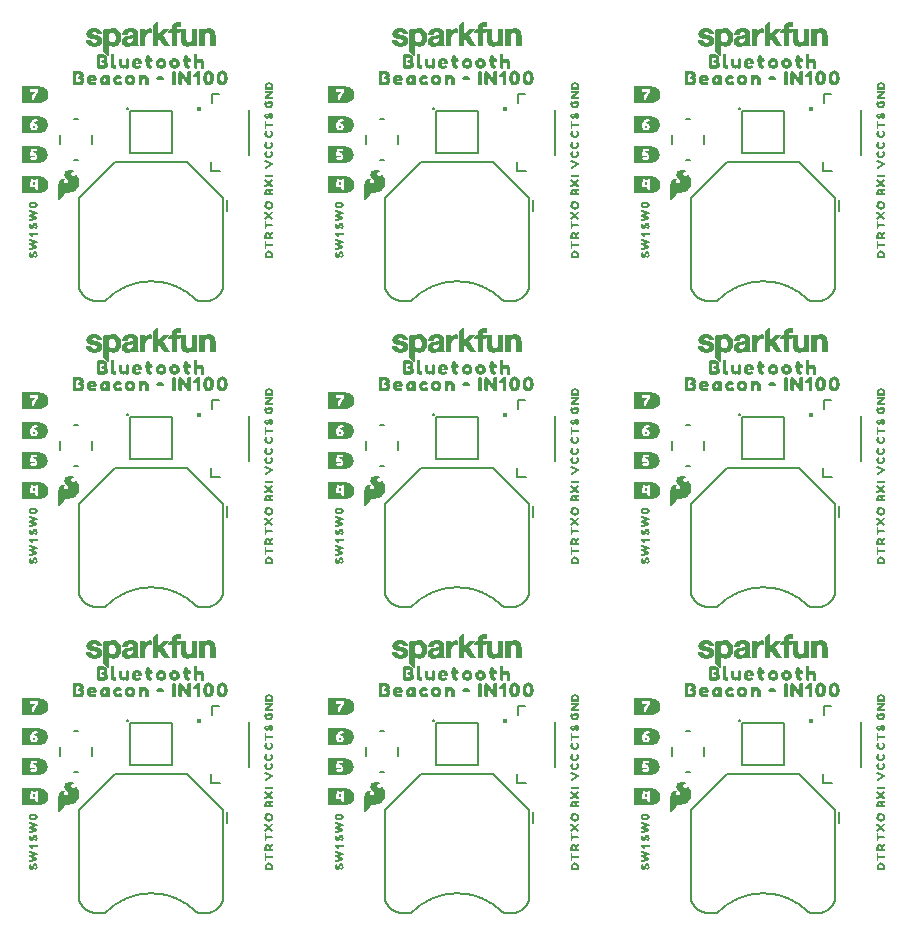
<source format=gto>
G04 EAGLE Gerber RS-274X export*
G75*
%MOMM*%
%FSLAX34Y34*%
%LPD*%
%INSilkscreen Top*%
%IPPOS*%
%AMOC8*
5,1,8,0,0,1.08239X$1,22.5*%
G01*
%ADD10C,0.152400*%
%ADD11C,0.203200*%
%ADD12C,0.406400*%

G36*
X551835Y625614D02*
X551835Y625614D01*
X551838Y625611D01*
X552438Y625711D01*
X552441Y625715D01*
X552444Y625713D01*
X553144Y625913D01*
X553145Y625914D01*
X553146Y625913D01*
X553746Y626113D01*
X553747Y626116D01*
X553749Y626115D01*
X554449Y626415D01*
X554452Y626419D01*
X554455Y626418D01*
X554955Y626718D01*
X554956Y626719D01*
X554957Y626719D01*
X555557Y627119D01*
X555560Y627126D01*
X555565Y627125D01*
X556565Y628125D01*
X556565Y628129D01*
X556568Y628129D01*
X556968Y628629D01*
X556969Y628637D01*
X556974Y628638D01*
X557574Y629838D01*
X557573Y629843D01*
X557577Y629844D01*
X557777Y630444D01*
X557776Y630446D01*
X557777Y630446D01*
X557977Y631146D01*
X557976Y631150D01*
X557979Y631152D01*
X558079Y631752D01*
X558076Y631757D01*
X558079Y631760D01*
X558079Y633160D01*
X558076Y633164D01*
X558079Y633167D01*
X557979Y633867D01*
X557974Y633872D01*
X557977Y633876D01*
X557777Y634475D01*
X557577Y635174D01*
X557572Y635178D01*
X557574Y635182D01*
X557274Y635782D01*
X557267Y635785D01*
X557268Y635791D01*
X556870Y636289D01*
X556471Y636887D01*
X556468Y636888D01*
X556468Y636891D01*
X556068Y637391D01*
X556061Y637393D01*
X556061Y637398D01*
X555561Y637798D01*
X555557Y637799D01*
X555557Y637801D01*
X554957Y638201D01*
X554953Y638201D01*
X554952Y638204D01*
X553752Y638804D01*
X553747Y638803D01*
X553746Y638807D01*
X553146Y639007D01*
X553144Y639006D01*
X553144Y639007D01*
X552444Y639207D01*
X552439Y639206D01*
X552437Y639209D01*
X551737Y639309D01*
X551732Y639306D01*
X551730Y639309D01*
X551130Y639309D01*
X551104Y639290D01*
X551091Y639290D01*
X551069Y639261D01*
X551070Y639289D01*
X551045Y639290D01*
X551030Y639309D01*
X536130Y639309D01*
X536125Y639306D01*
X536122Y639309D01*
X535522Y639209D01*
X535485Y639170D01*
X535483Y639168D01*
X535483Y639167D01*
X535481Y639165D01*
X535484Y639163D01*
X535481Y639160D01*
X535481Y625660D01*
X535517Y625613D01*
X535524Y625618D01*
X535530Y625611D01*
X551830Y625611D01*
X551835Y625614D01*
G37*
G36*
X33675Y366534D02*
X33675Y366534D01*
X33678Y366531D01*
X34278Y366631D01*
X34281Y366635D01*
X34284Y366633D01*
X34984Y366833D01*
X34985Y366834D01*
X34986Y366833D01*
X35586Y367033D01*
X35587Y367036D01*
X35589Y367035D01*
X36289Y367335D01*
X36292Y367339D01*
X36295Y367338D01*
X36795Y367638D01*
X36796Y367639D01*
X36797Y367639D01*
X37397Y368039D01*
X37400Y368046D01*
X37405Y368045D01*
X38405Y369045D01*
X38405Y369049D01*
X38408Y369049D01*
X38808Y369549D01*
X38809Y369557D01*
X38814Y369558D01*
X39414Y370758D01*
X39413Y370763D01*
X39417Y370764D01*
X39617Y371364D01*
X39616Y371366D01*
X39617Y371366D01*
X39817Y372066D01*
X39816Y372070D01*
X39819Y372072D01*
X39919Y372672D01*
X39916Y372677D01*
X39919Y372680D01*
X39919Y374080D01*
X39916Y374084D01*
X39919Y374087D01*
X39819Y374787D01*
X39814Y374792D01*
X39817Y374796D01*
X39617Y375395D01*
X39417Y376094D01*
X39412Y376098D01*
X39414Y376102D01*
X39114Y376702D01*
X39107Y376705D01*
X39108Y376711D01*
X38710Y377209D01*
X38311Y377807D01*
X38308Y377808D01*
X38308Y377811D01*
X37908Y378311D01*
X37901Y378313D01*
X37901Y378318D01*
X37401Y378718D01*
X37397Y378719D01*
X37397Y378721D01*
X36797Y379121D01*
X36793Y379121D01*
X36792Y379124D01*
X35592Y379724D01*
X35587Y379723D01*
X35586Y379727D01*
X34986Y379927D01*
X34984Y379926D01*
X34984Y379927D01*
X34284Y380127D01*
X34279Y380126D01*
X34277Y380129D01*
X33577Y380229D01*
X33572Y380226D01*
X33570Y380229D01*
X32970Y380229D01*
X32944Y380210D01*
X32931Y380210D01*
X32909Y380181D01*
X32910Y380209D01*
X32885Y380210D01*
X32870Y380229D01*
X17970Y380229D01*
X17965Y380226D01*
X17962Y380229D01*
X17362Y380129D01*
X17325Y380090D01*
X17323Y380088D01*
X17323Y380087D01*
X17321Y380085D01*
X17324Y380083D01*
X17321Y380080D01*
X17321Y366580D01*
X17357Y366533D01*
X17364Y366538D01*
X17370Y366531D01*
X33670Y366531D01*
X33675Y366534D01*
G37*
G36*
X33675Y107454D02*
X33675Y107454D01*
X33678Y107451D01*
X34278Y107551D01*
X34281Y107555D01*
X34284Y107553D01*
X34984Y107753D01*
X34985Y107754D01*
X34986Y107753D01*
X35586Y107953D01*
X35587Y107956D01*
X35589Y107955D01*
X36289Y108255D01*
X36292Y108259D01*
X36295Y108258D01*
X36795Y108558D01*
X36796Y108559D01*
X36797Y108559D01*
X37397Y108959D01*
X37400Y108966D01*
X37405Y108965D01*
X38405Y109965D01*
X38405Y109969D01*
X38408Y109969D01*
X38808Y110469D01*
X38809Y110477D01*
X38814Y110478D01*
X39414Y111678D01*
X39413Y111683D01*
X39417Y111684D01*
X39617Y112284D01*
X39616Y112286D01*
X39617Y112286D01*
X39817Y112986D01*
X39816Y112990D01*
X39819Y112992D01*
X39919Y113592D01*
X39916Y113597D01*
X39919Y113600D01*
X39919Y115000D01*
X39916Y115004D01*
X39919Y115007D01*
X39819Y115707D01*
X39814Y115712D01*
X39817Y115716D01*
X39617Y116315D01*
X39417Y117014D01*
X39412Y117018D01*
X39414Y117022D01*
X39114Y117622D01*
X39107Y117625D01*
X39108Y117631D01*
X38710Y118129D01*
X38311Y118727D01*
X38308Y118728D01*
X38308Y118731D01*
X37908Y119231D01*
X37901Y119233D01*
X37901Y119238D01*
X37401Y119638D01*
X37397Y119639D01*
X37397Y119641D01*
X36797Y120041D01*
X36793Y120041D01*
X36792Y120044D01*
X35592Y120644D01*
X35587Y120643D01*
X35586Y120647D01*
X34986Y120847D01*
X34984Y120846D01*
X34984Y120847D01*
X34284Y121047D01*
X34279Y121046D01*
X34277Y121049D01*
X33577Y121149D01*
X33572Y121146D01*
X33570Y121149D01*
X32970Y121149D01*
X32944Y121130D01*
X32931Y121130D01*
X32909Y121101D01*
X32910Y121129D01*
X32885Y121130D01*
X32870Y121149D01*
X17970Y121149D01*
X17965Y121146D01*
X17962Y121149D01*
X17362Y121049D01*
X17325Y121010D01*
X17323Y121008D01*
X17323Y121007D01*
X17321Y121005D01*
X17324Y121003D01*
X17321Y121000D01*
X17321Y107500D01*
X17357Y107453D01*
X17364Y107458D01*
X17370Y107451D01*
X33670Y107451D01*
X33675Y107454D01*
G37*
G36*
X551835Y107454D02*
X551835Y107454D01*
X551838Y107451D01*
X552438Y107551D01*
X552441Y107555D01*
X552444Y107553D01*
X553144Y107753D01*
X553145Y107754D01*
X553146Y107753D01*
X553746Y107953D01*
X553747Y107956D01*
X553749Y107955D01*
X554449Y108255D01*
X554452Y108259D01*
X554455Y108258D01*
X554955Y108558D01*
X554956Y108559D01*
X554957Y108559D01*
X555557Y108959D01*
X555560Y108966D01*
X555565Y108965D01*
X556565Y109965D01*
X556565Y109969D01*
X556568Y109969D01*
X556968Y110469D01*
X556969Y110477D01*
X556974Y110478D01*
X557574Y111678D01*
X557573Y111683D01*
X557577Y111684D01*
X557777Y112284D01*
X557776Y112286D01*
X557777Y112286D01*
X557977Y112986D01*
X557976Y112990D01*
X557979Y112992D01*
X558079Y113592D01*
X558076Y113597D01*
X558079Y113600D01*
X558079Y115000D01*
X558076Y115004D01*
X558079Y115007D01*
X557979Y115707D01*
X557974Y115712D01*
X557977Y115716D01*
X557777Y116315D01*
X557577Y117014D01*
X557572Y117018D01*
X557574Y117022D01*
X557274Y117622D01*
X557267Y117625D01*
X557268Y117631D01*
X556870Y118129D01*
X556471Y118727D01*
X556468Y118728D01*
X556468Y118731D01*
X556068Y119231D01*
X556061Y119233D01*
X556061Y119238D01*
X555561Y119638D01*
X555557Y119639D01*
X555557Y119641D01*
X554957Y120041D01*
X554953Y120041D01*
X554952Y120044D01*
X553752Y120644D01*
X553747Y120643D01*
X553746Y120647D01*
X553146Y120847D01*
X553144Y120846D01*
X553144Y120847D01*
X552444Y121047D01*
X552439Y121046D01*
X552437Y121049D01*
X551737Y121149D01*
X551732Y121146D01*
X551730Y121149D01*
X551130Y121149D01*
X551104Y121130D01*
X551091Y121130D01*
X551069Y121101D01*
X551070Y121129D01*
X551045Y121130D01*
X551030Y121149D01*
X536130Y121149D01*
X536125Y121146D01*
X536122Y121149D01*
X535522Y121049D01*
X535485Y121010D01*
X535483Y121008D01*
X535483Y121007D01*
X535481Y121005D01*
X535484Y121003D01*
X535481Y121000D01*
X535481Y107500D01*
X535517Y107453D01*
X535524Y107458D01*
X535530Y107451D01*
X551830Y107451D01*
X551835Y107454D01*
G37*
G36*
X551835Y366534D02*
X551835Y366534D01*
X551838Y366531D01*
X552438Y366631D01*
X552441Y366635D01*
X552444Y366633D01*
X553144Y366833D01*
X553145Y366834D01*
X553146Y366833D01*
X553746Y367033D01*
X553747Y367036D01*
X553749Y367035D01*
X554449Y367335D01*
X554452Y367339D01*
X554455Y367338D01*
X554955Y367638D01*
X554956Y367639D01*
X554957Y367639D01*
X555557Y368039D01*
X555560Y368046D01*
X555565Y368045D01*
X556565Y369045D01*
X556565Y369049D01*
X556568Y369049D01*
X556968Y369549D01*
X556969Y369557D01*
X556974Y369558D01*
X557574Y370758D01*
X557573Y370763D01*
X557577Y370764D01*
X557777Y371364D01*
X557776Y371366D01*
X557777Y371366D01*
X557977Y372066D01*
X557976Y372070D01*
X557979Y372072D01*
X558079Y372672D01*
X558076Y372677D01*
X558079Y372680D01*
X558079Y374080D01*
X558076Y374084D01*
X558079Y374087D01*
X557979Y374787D01*
X557974Y374792D01*
X557977Y374796D01*
X557777Y375395D01*
X557577Y376094D01*
X557572Y376098D01*
X557574Y376102D01*
X557274Y376702D01*
X557267Y376705D01*
X557268Y376711D01*
X556870Y377209D01*
X556471Y377807D01*
X556468Y377808D01*
X556468Y377811D01*
X556068Y378311D01*
X556061Y378313D01*
X556061Y378318D01*
X555561Y378718D01*
X555557Y378719D01*
X555557Y378721D01*
X554957Y379121D01*
X554953Y379121D01*
X554952Y379124D01*
X553752Y379724D01*
X553747Y379723D01*
X553746Y379727D01*
X553146Y379927D01*
X553144Y379926D01*
X553144Y379927D01*
X552444Y380127D01*
X552439Y380126D01*
X552437Y380129D01*
X551737Y380229D01*
X551732Y380226D01*
X551730Y380229D01*
X551130Y380229D01*
X551104Y380210D01*
X551091Y380210D01*
X551069Y380181D01*
X551070Y380209D01*
X551045Y380210D01*
X551030Y380229D01*
X536130Y380229D01*
X536125Y380226D01*
X536122Y380229D01*
X535522Y380129D01*
X535485Y380090D01*
X535483Y380088D01*
X535483Y380087D01*
X535481Y380085D01*
X535484Y380083D01*
X535481Y380080D01*
X535481Y366580D01*
X535517Y366533D01*
X535524Y366538D01*
X535530Y366531D01*
X551830Y366531D01*
X551835Y366534D01*
G37*
G36*
X292755Y366534D02*
X292755Y366534D01*
X292758Y366531D01*
X293358Y366631D01*
X293361Y366635D01*
X293364Y366633D01*
X294064Y366833D01*
X294065Y366834D01*
X294066Y366833D01*
X294666Y367033D01*
X294667Y367036D01*
X294669Y367035D01*
X295369Y367335D01*
X295372Y367339D01*
X295375Y367338D01*
X295875Y367638D01*
X295876Y367639D01*
X295877Y367639D01*
X296477Y368039D01*
X296480Y368046D01*
X296485Y368045D01*
X297485Y369045D01*
X297485Y369049D01*
X297488Y369049D01*
X297888Y369549D01*
X297889Y369557D01*
X297894Y369558D01*
X298494Y370758D01*
X298493Y370763D01*
X298497Y370764D01*
X298697Y371364D01*
X298696Y371366D01*
X298697Y371366D01*
X298897Y372066D01*
X298896Y372070D01*
X298899Y372072D01*
X298999Y372672D01*
X298996Y372677D01*
X298999Y372680D01*
X298999Y374080D01*
X298996Y374084D01*
X298999Y374087D01*
X298899Y374787D01*
X298894Y374792D01*
X298897Y374796D01*
X298697Y375395D01*
X298497Y376094D01*
X298492Y376098D01*
X298494Y376102D01*
X298194Y376702D01*
X298187Y376705D01*
X298188Y376711D01*
X297790Y377209D01*
X297391Y377807D01*
X297388Y377808D01*
X297388Y377811D01*
X296988Y378311D01*
X296981Y378313D01*
X296981Y378318D01*
X296481Y378718D01*
X296477Y378719D01*
X296477Y378721D01*
X295877Y379121D01*
X295873Y379121D01*
X295872Y379124D01*
X294672Y379724D01*
X294667Y379723D01*
X294666Y379727D01*
X294066Y379927D01*
X294064Y379926D01*
X294064Y379927D01*
X293364Y380127D01*
X293359Y380126D01*
X293357Y380129D01*
X292657Y380229D01*
X292652Y380226D01*
X292650Y380229D01*
X292050Y380229D01*
X292024Y380210D01*
X292011Y380210D01*
X291989Y380181D01*
X291990Y380209D01*
X291965Y380210D01*
X291950Y380229D01*
X277050Y380229D01*
X277045Y380226D01*
X277042Y380229D01*
X276442Y380129D01*
X276405Y380090D01*
X276403Y380088D01*
X276403Y380087D01*
X276401Y380085D01*
X276404Y380083D01*
X276401Y380080D01*
X276401Y366580D01*
X276437Y366533D01*
X276444Y366538D01*
X276450Y366531D01*
X292750Y366531D01*
X292755Y366534D01*
G37*
G36*
X292755Y107454D02*
X292755Y107454D01*
X292758Y107451D01*
X293358Y107551D01*
X293361Y107555D01*
X293364Y107553D01*
X294064Y107753D01*
X294065Y107754D01*
X294066Y107753D01*
X294666Y107953D01*
X294667Y107956D01*
X294669Y107955D01*
X295369Y108255D01*
X295372Y108259D01*
X295375Y108258D01*
X295875Y108558D01*
X295876Y108559D01*
X295877Y108559D01*
X296477Y108959D01*
X296480Y108966D01*
X296485Y108965D01*
X297485Y109965D01*
X297485Y109969D01*
X297488Y109969D01*
X297888Y110469D01*
X297889Y110477D01*
X297894Y110478D01*
X298494Y111678D01*
X298493Y111683D01*
X298497Y111684D01*
X298697Y112284D01*
X298696Y112286D01*
X298697Y112286D01*
X298897Y112986D01*
X298896Y112990D01*
X298899Y112992D01*
X298999Y113592D01*
X298996Y113597D01*
X298999Y113600D01*
X298999Y115000D01*
X298996Y115004D01*
X298999Y115007D01*
X298899Y115707D01*
X298894Y115712D01*
X298897Y115716D01*
X298697Y116315D01*
X298497Y117014D01*
X298492Y117018D01*
X298494Y117022D01*
X298194Y117622D01*
X298187Y117625D01*
X298188Y117631D01*
X297790Y118129D01*
X297391Y118727D01*
X297388Y118728D01*
X297388Y118731D01*
X296988Y119231D01*
X296981Y119233D01*
X296981Y119238D01*
X296481Y119638D01*
X296477Y119639D01*
X296477Y119641D01*
X295877Y120041D01*
X295873Y120041D01*
X295872Y120044D01*
X294672Y120644D01*
X294667Y120643D01*
X294666Y120647D01*
X294066Y120847D01*
X294064Y120846D01*
X294064Y120847D01*
X293364Y121047D01*
X293359Y121046D01*
X293357Y121049D01*
X292657Y121149D01*
X292652Y121146D01*
X292650Y121149D01*
X292050Y121149D01*
X292024Y121130D01*
X292011Y121130D01*
X291989Y121101D01*
X291990Y121129D01*
X291965Y121130D01*
X291950Y121149D01*
X277050Y121149D01*
X277045Y121146D01*
X277042Y121149D01*
X276442Y121049D01*
X276405Y121010D01*
X276403Y121008D01*
X276403Y121007D01*
X276401Y121005D01*
X276404Y121003D01*
X276401Y121000D01*
X276401Y107500D01*
X276437Y107453D01*
X276444Y107458D01*
X276450Y107451D01*
X292750Y107451D01*
X292755Y107454D01*
G37*
G36*
X292755Y625614D02*
X292755Y625614D01*
X292758Y625611D01*
X293358Y625711D01*
X293361Y625715D01*
X293364Y625713D01*
X294064Y625913D01*
X294065Y625914D01*
X294066Y625913D01*
X294666Y626113D01*
X294667Y626116D01*
X294669Y626115D01*
X295369Y626415D01*
X295372Y626419D01*
X295375Y626418D01*
X295875Y626718D01*
X295876Y626719D01*
X295877Y626719D01*
X296477Y627119D01*
X296480Y627126D01*
X296485Y627125D01*
X297485Y628125D01*
X297485Y628129D01*
X297488Y628129D01*
X297888Y628629D01*
X297889Y628637D01*
X297894Y628638D01*
X298494Y629838D01*
X298493Y629843D01*
X298497Y629844D01*
X298697Y630444D01*
X298696Y630446D01*
X298697Y630446D01*
X298897Y631146D01*
X298896Y631150D01*
X298899Y631152D01*
X298999Y631752D01*
X298996Y631757D01*
X298999Y631760D01*
X298999Y633160D01*
X298996Y633164D01*
X298999Y633167D01*
X298899Y633867D01*
X298894Y633872D01*
X298897Y633876D01*
X298697Y634475D01*
X298497Y635174D01*
X298492Y635178D01*
X298494Y635182D01*
X298194Y635782D01*
X298187Y635785D01*
X298188Y635791D01*
X297790Y636289D01*
X297391Y636887D01*
X297388Y636888D01*
X297388Y636891D01*
X296988Y637391D01*
X296981Y637393D01*
X296981Y637398D01*
X296481Y637798D01*
X296477Y637799D01*
X296477Y637801D01*
X295877Y638201D01*
X295873Y638201D01*
X295872Y638204D01*
X294672Y638804D01*
X294667Y638803D01*
X294666Y638807D01*
X294066Y639007D01*
X294064Y639006D01*
X294064Y639007D01*
X293364Y639207D01*
X293359Y639206D01*
X293357Y639209D01*
X292657Y639309D01*
X292652Y639306D01*
X292650Y639309D01*
X292050Y639309D01*
X292024Y639290D01*
X292011Y639290D01*
X291989Y639261D01*
X291990Y639289D01*
X291965Y639290D01*
X291950Y639309D01*
X277050Y639309D01*
X277045Y639306D01*
X277042Y639309D01*
X276442Y639209D01*
X276405Y639170D01*
X276403Y639168D01*
X276403Y639167D01*
X276401Y639165D01*
X276404Y639163D01*
X276401Y639160D01*
X276401Y625660D01*
X276437Y625613D01*
X276444Y625618D01*
X276450Y625611D01*
X292750Y625611D01*
X292755Y625614D01*
G37*
G36*
X33675Y625614D02*
X33675Y625614D01*
X33678Y625611D01*
X34278Y625711D01*
X34281Y625715D01*
X34284Y625713D01*
X34984Y625913D01*
X34985Y625914D01*
X34986Y625913D01*
X35586Y626113D01*
X35587Y626116D01*
X35589Y626115D01*
X36289Y626415D01*
X36292Y626419D01*
X36295Y626418D01*
X36795Y626718D01*
X36796Y626719D01*
X36797Y626719D01*
X37397Y627119D01*
X37400Y627126D01*
X37405Y627125D01*
X38405Y628125D01*
X38405Y628129D01*
X38408Y628129D01*
X38808Y628629D01*
X38809Y628637D01*
X38814Y628638D01*
X39414Y629838D01*
X39413Y629843D01*
X39417Y629844D01*
X39617Y630444D01*
X39616Y630446D01*
X39617Y630446D01*
X39817Y631146D01*
X39816Y631150D01*
X39819Y631152D01*
X39919Y631752D01*
X39916Y631757D01*
X39919Y631760D01*
X39919Y633160D01*
X39916Y633164D01*
X39919Y633167D01*
X39819Y633867D01*
X39814Y633872D01*
X39817Y633876D01*
X39617Y634475D01*
X39417Y635174D01*
X39412Y635178D01*
X39414Y635182D01*
X39114Y635782D01*
X39107Y635785D01*
X39108Y635791D01*
X38710Y636289D01*
X38311Y636887D01*
X38308Y636888D01*
X38308Y636891D01*
X37908Y637391D01*
X37901Y637393D01*
X37901Y637398D01*
X37401Y637798D01*
X37397Y637799D01*
X37397Y637801D01*
X36797Y638201D01*
X36793Y638201D01*
X36792Y638204D01*
X35592Y638804D01*
X35587Y638803D01*
X35586Y638807D01*
X34986Y639007D01*
X34984Y639006D01*
X34984Y639007D01*
X34284Y639207D01*
X34279Y639206D01*
X34277Y639209D01*
X33577Y639309D01*
X33572Y639306D01*
X33570Y639309D01*
X32970Y639309D01*
X32944Y639290D01*
X32931Y639290D01*
X32909Y639261D01*
X32910Y639289D01*
X32885Y639290D01*
X32870Y639309D01*
X17970Y639309D01*
X17965Y639306D01*
X17962Y639309D01*
X17362Y639209D01*
X17325Y639170D01*
X17323Y639168D01*
X17323Y639167D01*
X17321Y639165D01*
X17324Y639163D01*
X17321Y639160D01*
X17321Y625660D01*
X17357Y625613D01*
X17364Y625618D01*
X17370Y625611D01*
X33670Y625611D01*
X33675Y625614D01*
G37*
G36*
X33374Y701814D02*
X33374Y701814D01*
X33377Y701811D01*
X34777Y702011D01*
X34782Y702016D01*
X34786Y702013D01*
X35386Y702213D01*
X35389Y702218D01*
X35392Y702216D01*
X36592Y702816D01*
X36594Y702820D01*
X36597Y702819D01*
X37197Y703219D01*
X37198Y703222D01*
X37201Y703222D01*
X37701Y703622D01*
X37702Y703626D01*
X37705Y703625D01*
X38205Y704125D01*
X38206Y704132D01*
X38211Y704133D01*
X38610Y704731D01*
X39008Y705229D01*
X39009Y705237D01*
X39014Y705238D01*
X39314Y705838D01*
X39313Y705845D01*
X39317Y705846D01*
X39517Y706545D01*
X39717Y707144D01*
X39715Y707151D01*
X39719Y707153D01*
X39919Y708553D01*
X39916Y708558D01*
X39919Y708560D01*
X39919Y709260D01*
X39916Y709265D01*
X39919Y709268D01*
X39819Y709868D01*
X39815Y709871D01*
X39817Y709874D01*
X39617Y710574D01*
X39616Y710575D01*
X39617Y710576D01*
X39417Y711176D01*
X39412Y711179D01*
X39414Y711182D01*
X38814Y712382D01*
X38810Y712384D01*
X38811Y712387D01*
X38411Y712987D01*
X38404Y712990D01*
X38405Y712995D01*
X37905Y713495D01*
X37901Y713495D01*
X37901Y713498D01*
X37401Y713898D01*
X37397Y713899D01*
X37397Y713901D01*
X36799Y714300D01*
X36301Y714698D01*
X36291Y714699D01*
X36289Y714705D01*
X35589Y715005D01*
X35586Y715005D01*
X35586Y715007D01*
X34986Y715207D01*
X34984Y715206D01*
X34984Y715207D01*
X34284Y715407D01*
X34274Y715404D01*
X34270Y715409D01*
X33673Y715409D01*
X32977Y715509D01*
X32972Y715506D01*
X32970Y715509D01*
X17670Y715509D01*
X17644Y715490D01*
X17631Y715490D01*
X17331Y715090D01*
X17331Y715078D01*
X17323Y715072D01*
X17328Y715065D01*
X17321Y715060D01*
X17321Y702160D01*
X17340Y702134D01*
X17340Y702121D01*
X17740Y701821D01*
X17762Y701821D01*
X17770Y701811D01*
X33370Y701811D01*
X33374Y701814D01*
G37*
G36*
X292454Y183654D02*
X292454Y183654D01*
X292457Y183651D01*
X293857Y183851D01*
X293862Y183856D01*
X293866Y183853D01*
X294466Y184053D01*
X294469Y184058D01*
X294472Y184056D01*
X295672Y184656D01*
X295674Y184660D01*
X295677Y184659D01*
X296277Y185059D01*
X296278Y185062D01*
X296281Y185062D01*
X296781Y185462D01*
X296782Y185466D01*
X296785Y185465D01*
X297285Y185965D01*
X297286Y185972D01*
X297291Y185973D01*
X297690Y186571D01*
X298088Y187069D01*
X298089Y187077D01*
X298094Y187078D01*
X298394Y187678D01*
X298393Y187685D01*
X298397Y187686D01*
X298597Y188385D01*
X298797Y188984D01*
X298795Y188991D01*
X298799Y188993D01*
X298999Y190393D01*
X298996Y190398D01*
X298999Y190400D01*
X298999Y191100D01*
X298996Y191105D01*
X298999Y191108D01*
X298899Y191708D01*
X298895Y191711D01*
X298897Y191714D01*
X298697Y192414D01*
X298696Y192415D01*
X298697Y192416D01*
X298497Y193016D01*
X298492Y193019D01*
X298494Y193022D01*
X297894Y194222D01*
X297890Y194224D01*
X297891Y194227D01*
X297491Y194827D01*
X297484Y194830D01*
X297485Y194835D01*
X296985Y195335D01*
X296981Y195335D01*
X296981Y195338D01*
X296481Y195738D01*
X296477Y195739D01*
X296477Y195741D01*
X295879Y196140D01*
X295381Y196538D01*
X295371Y196539D01*
X295369Y196545D01*
X294669Y196845D01*
X294666Y196845D01*
X294666Y196847D01*
X294066Y197047D01*
X294064Y197046D01*
X294064Y197047D01*
X293364Y197247D01*
X293354Y197244D01*
X293350Y197249D01*
X292753Y197249D01*
X292057Y197349D01*
X292052Y197346D01*
X292050Y197349D01*
X276750Y197349D01*
X276724Y197330D01*
X276711Y197330D01*
X276411Y196930D01*
X276411Y196918D01*
X276403Y196912D01*
X276408Y196905D01*
X276401Y196900D01*
X276401Y184000D01*
X276420Y183974D01*
X276420Y183961D01*
X276820Y183661D01*
X276842Y183661D01*
X276850Y183651D01*
X292450Y183651D01*
X292454Y183654D01*
G37*
G36*
X551534Y183654D02*
X551534Y183654D01*
X551537Y183651D01*
X552937Y183851D01*
X552942Y183856D01*
X552946Y183853D01*
X553546Y184053D01*
X553549Y184058D01*
X553552Y184056D01*
X554752Y184656D01*
X554754Y184660D01*
X554757Y184659D01*
X555357Y185059D01*
X555358Y185062D01*
X555361Y185062D01*
X555861Y185462D01*
X555862Y185466D01*
X555865Y185465D01*
X556365Y185965D01*
X556366Y185972D01*
X556371Y185973D01*
X556770Y186571D01*
X557168Y187069D01*
X557169Y187077D01*
X557174Y187078D01*
X557474Y187678D01*
X557473Y187685D01*
X557477Y187686D01*
X557677Y188385D01*
X557877Y188984D01*
X557875Y188991D01*
X557879Y188993D01*
X558079Y190393D01*
X558076Y190398D01*
X558079Y190400D01*
X558079Y191100D01*
X558076Y191105D01*
X558079Y191108D01*
X557979Y191708D01*
X557975Y191711D01*
X557977Y191714D01*
X557777Y192414D01*
X557776Y192415D01*
X557777Y192416D01*
X557577Y193016D01*
X557572Y193019D01*
X557574Y193022D01*
X556974Y194222D01*
X556970Y194224D01*
X556971Y194227D01*
X556571Y194827D01*
X556564Y194830D01*
X556565Y194835D01*
X556065Y195335D01*
X556061Y195335D01*
X556061Y195338D01*
X555561Y195738D01*
X555557Y195739D01*
X555557Y195741D01*
X554959Y196140D01*
X554461Y196538D01*
X554451Y196539D01*
X554449Y196545D01*
X553749Y196845D01*
X553746Y196845D01*
X553746Y196847D01*
X553146Y197047D01*
X553144Y197046D01*
X553144Y197047D01*
X552444Y197247D01*
X552434Y197244D01*
X552430Y197249D01*
X551833Y197249D01*
X551137Y197349D01*
X551132Y197346D01*
X551130Y197349D01*
X535830Y197349D01*
X535804Y197330D01*
X535791Y197330D01*
X535491Y196930D01*
X535491Y196918D01*
X535483Y196912D01*
X535488Y196905D01*
X535481Y196900D01*
X535481Y184000D01*
X535500Y183974D01*
X535500Y183961D01*
X535900Y183661D01*
X535922Y183661D01*
X535930Y183651D01*
X551530Y183651D01*
X551534Y183654D01*
G37*
G36*
X292454Y701814D02*
X292454Y701814D01*
X292457Y701811D01*
X293857Y702011D01*
X293862Y702016D01*
X293866Y702013D01*
X294466Y702213D01*
X294469Y702218D01*
X294472Y702216D01*
X295672Y702816D01*
X295674Y702820D01*
X295677Y702819D01*
X296277Y703219D01*
X296278Y703222D01*
X296281Y703222D01*
X296781Y703622D01*
X296782Y703626D01*
X296785Y703625D01*
X297285Y704125D01*
X297286Y704132D01*
X297291Y704133D01*
X297690Y704731D01*
X298088Y705229D01*
X298089Y705237D01*
X298094Y705238D01*
X298394Y705838D01*
X298393Y705845D01*
X298397Y705846D01*
X298597Y706545D01*
X298797Y707144D01*
X298795Y707151D01*
X298799Y707153D01*
X298999Y708553D01*
X298996Y708558D01*
X298999Y708560D01*
X298999Y709260D01*
X298996Y709265D01*
X298999Y709268D01*
X298899Y709868D01*
X298895Y709871D01*
X298897Y709874D01*
X298697Y710574D01*
X298696Y710575D01*
X298697Y710576D01*
X298497Y711176D01*
X298492Y711179D01*
X298494Y711182D01*
X297894Y712382D01*
X297890Y712384D01*
X297891Y712387D01*
X297491Y712987D01*
X297484Y712990D01*
X297485Y712995D01*
X296985Y713495D01*
X296981Y713495D01*
X296981Y713498D01*
X296481Y713898D01*
X296477Y713899D01*
X296477Y713901D01*
X295879Y714300D01*
X295381Y714698D01*
X295371Y714699D01*
X295369Y714705D01*
X294669Y715005D01*
X294666Y715005D01*
X294666Y715007D01*
X294066Y715207D01*
X294064Y715206D01*
X294064Y715207D01*
X293364Y715407D01*
X293354Y715404D01*
X293350Y715409D01*
X292753Y715409D01*
X292057Y715509D01*
X292052Y715506D01*
X292050Y715509D01*
X276750Y715509D01*
X276724Y715490D01*
X276711Y715490D01*
X276411Y715090D01*
X276411Y715078D01*
X276403Y715072D01*
X276408Y715065D01*
X276401Y715060D01*
X276401Y702160D01*
X276420Y702134D01*
X276420Y702121D01*
X276820Y701821D01*
X276842Y701821D01*
X276850Y701811D01*
X292450Y701811D01*
X292454Y701814D01*
G37*
G36*
X551534Y701814D02*
X551534Y701814D01*
X551537Y701811D01*
X552937Y702011D01*
X552942Y702016D01*
X552946Y702013D01*
X553546Y702213D01*
X553549Y702218D01*
X553552Y702216D01*
X554752Y702816D01*
X554754Y702820D01*
X554757Y702819D01*
X555357Y703219D01*
X555358Y703222D01*
X555361Y703222D01*
X555861Y703622D01*
X555862Y703626D01*
X555865Y703625D01*
X556365Y704125D01*
X556366Y704132D01*
X556371Y704133D01*
X556770Y704731D01*
X557168Y705229D01*
X557169Y705237D01*
X557174Y705238D01*
X557474Y705838D01*
X557473Y705845D01*
X557477Y705846D01*
X557677Y706545D01*
X557877Y707144D01*
X557875Y707151D01*
X557879Y707153D01*
X558079Y708553D01*
X558076Y708558D01*
X558079Y708560D01*
X558079Y709260D01*
X558076Y709265D01*
X558079Y709268D01*
X557979Y709868D01*
X557975Y709871D01*
X557977Y709874D01*
X557777Y710574D01*
X557776Y710575D01*
X557777Y710576D01*
X557577Y711176D01*
X557572Y711179D01*
X557574Y711182D01*
X556974Y712382D01*
X556970Y712384D01*
X556971Y712387D01*
X556571Y712987D01*
X556564Y712990D01*
X556565Y712995D01*
X556065Y713495D01*
X556061Y713495D01*
X556061Y713498D01*
X555561Y713898D01*
X555557Y713899D01*
X555557Y713901D01*
X554959Y714300D01*
X554461Y714698D01*
X554451Y714699D01*
X554449Y714705D01*
X553749Y715005D01*
X553746Y715005D01*
X553746Y715007D01*
X553146Y715207D01*
X553144Y715206D01*
X553144Y715207D01*
X552444Y715407D01*
X552434Y715404D01*
X552430Y715409D01*
X551833Y715409D01*
X551137Y715509D01*
X551132Y715506D01*
X551130Y715509D01*
X535830Y715509D01*
X535804Y715490D01*
X535791Y715490D01*
X535491Y715090D01*
X535491Y715078D01*
X535483Y715072D01*
X535488Y715065D01*
X535481Y715060D01*
X535481Y702160D01*
X535500Y702134D01*
X535500Y702121D01*
X535900Y701821D01*
X535922Y701821D01*
X535930Y701811D01*
X551530Y701811D01*
X551534Y701814D01*
G37*
G36*
X33374Y442734D02*
X33374Y442734D01*
X33377Y442731D01*
X34777Y442931D01*
X34782Y442936D01*
X34786Y442933D01*
X35386Y443133D01*
X35389Y443138D01*
X35392Y443136D01*
X36592Y443736D01*
X36594Y443740D01*
X36597Y443739D01*
X37197Y444139D01*
X37198Y444142D01*
X37201Y444142D01*
X37701Y444542D01*
X37702Y444546D01*
X37705Y444545D01*
X38205Y445045D01*
X38206Y445052D01*
X38211Y445053D01*
X38610Y445651D01*
X39008Y446149D01*
X39009Y446157D01*
X39014Y446158D01*
X39314Y446758D01*
X39313Y446765D01*
X39317Y446766D01*
X39517Y447465D01*
X39717Y448064D01*
X39715Y448071D01*
X39719Y448073D01*
X39919Y449473D01*
X39916Y449478D01*
X39919Y449480D01*
X39919Y450180D01*
X39916Y450185D01*
X39919Y450188D01*
X39819Y450788D01*
X39815Y450791D01*
X39817Y450794D01*
X39617Y451494D01*
X39616Y451495D01*
X39617Y451496D01*
X39417Y452096D01*
X39412Y452099D01*
X39414Y452102D01*
X38814Y453302D01*
X38810Y453304D01*
X38811Y453307D01*
X38411Y453907D01*
X38404Y453910D01*
X38405Y453915D01*
X37905Y454415D01*
X37901Y454415D01*
X37901Y454418D01*
X37401Y454818D01*
X37397Y454819D01*
X37397Y454821D01*
X36799Y455220D01*
X36301Y455618D01*
X36291Y455619D01*
X36289Y455625D01*
X35589Y455925D01*
X35586Y455925D01*
X35586Y455927D01*
X34986Y456127D01*
X34984Y456126D01*
X34984Y456127D01*
X34284Y456327D01*
X34274Y456324D01*
X34270Y456329D01*
X33673Y456329D01*
X32977Y456429D01*
X32972Y456426D01*
X32970Y456429D01*
X17670Y456429D01*
X17644Y456410D01*
X17631Y456410D01*
X17331Y456010D01*
X17331Y455998D01*
X17323Y455992D01*
X17328Y455985D01*
X17321Y455980D01*
X17321Y443080D01*
X17340Y443054D01*
X17340Y443041D01*
X17740Y442741D01*
X17762Y442741D01*
X17770Y442731D01*
X33370Y442731D01*
X33374Y442734D01*
G37*
G36*
X551534Y442734D02*
X551534Y442734D01*
X551537Y442731D01*
X552937Y442931D01*
X552942Y442936D01*
X552946Y442933D01*
X553546Y443133D01*
X553549Y443138D01*
X553552Y443136D01*
X554752Y443736D01*
X554754Y443740D01*
X554757Y443739D01*
X555357Y444139D01*
X555358Y444142D01*
X555361Y444142D01*
X555861Y444542D01*
X555862Y444546D01*
X555865Y444545D01*
X556365Y445045D01*
X556366Y445052D01*
X556371Y445053D01*
X556770Y445651D01*
X557168Y446149D01*
X557169Y446157D01*
X557174Y446158D01*
X557474Y446758D01*
X557473Y446765D01*
X557477Y446766D01*
X557677Y447465D01*
X557877Y448064D01*
X557875Y448071D01*
X557879Y448073D01*
X558079Y449473D01*
X558076Y449478D01*
X558079Y449480D01*
X558079Y450180D01*
X558076Y450185D01*
X558079Y450188D01*
X557979Y450788D01*
X557975Y450791D01*
X557977Y450794D01*
X557777Y451494D01*
X557776Y451495D01*
X557777Y451496D01*
X557577Y452096D01*
X557572Y452099D01*
X557574Y452102D01*
X556974Y453302D01*
X556970Y453304D01*
X556971Y453307D01*
X556571Y453907D01*
X556564Y453910D01*
X556565Y453915D01*
X556065Y454415D01*
X556061Y454415D01*
X556061Y454418D01*
X555561Y454818D01*
X555557Y454819D01*
X555557Y454821D01*
X554959Y455220D01*
X554461Y455618D01*
X554451Y455619D01*
X554449Y455625D01*
X553749Y455925D01*
X553746Y455925D01*
X553746Y455927D01*
X553146Y456127D01*
X553144Y456126D01*
X553144Y456127D01*
X552444Y456327D01*
X552434Y456324D01*
X552430Y456329D01*
X551833Y456329D01*
X551137Y456429D01*
X551132Y456426D01*
X551130Y456429D01*
X535830Y456429D01*
X535804Y456410D01*
X535791Y456410D01*
X535491Y456010D01*
X535491Y455998D01*
X535483Y455992D01*
X535488Y455985D01*
X535481Y455980D01*
X535481Y443080D01*
X535500Y443054D01*
X535500Y443041D01*
X535900Y442741D01*
X535922Y442741D01*
X535930Y442731D01*
X551530Y442731D01*
X551534Y442734D01*
G37*
G36*
X292454Y442734D02*
X292454Y442734D01*
X292457Y442731D01*
X293857Y442931D01*
X293862Y442936D01*
X293866Y442933D01*
X294466Y443133D01*
X294469Y443138D01*
X294472Y443136D01*
X295672Y443736D01*
X295674Y443740D01*
X295677Y443739D01*
X296277Y444139D01*
X296278Y444142D01*
X296281Y444142D01*
X296781Y444542D01*
X296782Y444546D01*
X296785Y444545D01*
X297285Y445045D01*
X297286Y445052D01*
X297291Y445053D01*
X297690Y445651D01*
X298088Y446149D01*
X298089Y446157D01*
X298094Y446158D01*
X298394Y446758D01*
X298393Y446765D01*
X298397Y446766D01*
X298597Y447465D01*
X298797Y448064D01*
X298795Y448071D01*
X298799Y448073D01*
X298999Y449473D01*
X298996Y449478D01*
X298999Y449480D01*
X298999Y450180D01*
X298996Y450185D01*
X298999Y450188D01*
X298899Y450788D01*
X298895Y450791D01*
X298897Y450794D01*
X298697Y451494D01*
X298696Y451495D01*
X298697Y451496D01*
X298497Y452096D01*
X298492Y452099D01*
X298494Y452102D01*
X297894Y453302D01*
X297890Y453304D01*
X297891Y453307D01*
X297491Y453907D01*
X297484Y453910D01*
X297485Y453915D01*
X296985Y454415D01*
X296981Y454415D01*
X296981Y454418D01*
X296481Y454818D01*
X296477Y454819D01*
X296477Y454821D01*
X295879Y455220D01*
X295381Y455618D01*
X295371Y455619D01*
X295369Y455625D01*
X294669Y455925D01*
X294666Y455925D01*
X294666Y455927D01*
X294066Y456127D01*
X294064Y456126D01*
X294064Y456127D01*
X293364Y456327D01*
X293354Y456324D01*
X293350Y456329D01*
X292753Y456329D01*
X292057Y456429D01*
X292052Y456426D01*
X292050Y456429D01*
X276750Y456429D01*
X276724Y456410D01*
X276711Y456410D01*
X276411Y456010D01*
X276411Y455998D01*
X276403Y455992D01*
X276408Y455985D01*
X276401Y455980D01*
X276401Y443080D01*
X276420Y443054D01*
X276420Y443041D01*
X276820Y442741D01*
X276842Y442741D01*
X276850Y442731D01*
X292450Y442731D01*
X292454Y442734D01*
G37*
G36*
X33374Y183654D02*
X33374Y183654D01*
X33377Y183651D01*
X34777Y183851D01*
X34782Y183856D01*
X34786Y183853D01*
X35386Y184053D01*
X35389Y184058D01*
X35392Y184056D01*
X36592Y184656D01*
X36594Y184660D01*
X36597Y184659D01*
X37197Y185059D01*
X37198Y185062D01*
X37201Y185062D01*
X37701Y185462D01*
X37702Y185466D01*
X37705Y185465D01*
X38205Y185965D01*
X38206Y185972D01*
X38211Y185973D01*
X38610Y186571D01*
X39008Y187069D01*
X39009Y187077D01*
X39014Y187078D01*
X39314Y187678D01*
X39313Y187685D01*
X39317Y187686D01*
X39517Y188385D01*
X39717Y188984D01*
X39715Y188991D01*
X39719Y188993D01*
X39919Y190393D01*
X39916Y190398D01*
X39919Y190400D01*
X39919Y191100D01*
X39916Y191105D01*
X39919Y191108D01*
X39819Y191708D01*
X39815Y191711D01*
X39817Y191714D01*
X39617Y192414D01*
X39616Y192415D01*
X39617Y192416D01*
X39417Y193016D01*
X39412Y193019D01*
X39414Y193022D01*
X38814Y194222D01*
X38810Y194224D01*
X38811Y194227D01*
X38411Y194827D01*
X38404Y194830D01*
X38405Y194835D01*
X37905Y195335D01*
X37901Y195335D01*
X37901Y195338D01*
X37401Y195738D01*
X37397Y195739D01*
X37397Y195741D01*
X36799Y196140D01*
X36301Y196538D01*
X36291Y196539D01*
X36289Y196545D01*
X35589Y196845D01*
X35586Y196845D01*
X35586Y196847D01*
X34986Y197047D01*
X34984Y197046D01*
X34984Y197047D01*
X34284Y197247D01*
X34274Y197244D01*
X34270Y197249D01*
X33673Y197249D01*
X32977Y197349D01*
X32972Y197346D01*
X32970Y197349D01*
X17670Y197349D01*
X17644Y197330D01*
X17631Y197330D01*
X17331Y196930D01*
X17331Y196918D01*
X17323Y196912D01*
X17328Y196905D01*
X17321Y196900D01*
X17321Y184000D01*
X17340Y183974D01*
X17340Y183961D01*
X17740Y183661D01*
X17762Y183661D01*
X17770Y183651D01*
X33370Y183651D01*
X33374Y183654D01*
G37*
G36*
X292054Y676414D02*
X292054Y676414D01*
X292057Y676411D01*
X292757Y676511D01*
X292758Y676512D01*
X292758Y676511D01*
X293358Y676611D01*
X293361Y676615D01*
X293364Y676613D01*
X294064Y676813D01*
X294065Y676814D01*
X294066Y676813D01*
X294666Y677013D01*
X294669Y677018D01*
X294672Y677016D01*
X295272Y677316D01*
X295274Y677320D01*
X295277Y677319D01*
X295877Y677719D01*
X295878Y677722D01*
X295881Y677722D01*
X296381Y678122D01*
X296382Y678126D01*
X296385Y678125D01*
X296885Y678625D01*
X296885Y678629D01*
X296888Y678629D01*
X297288Y679129D01*
X297289Y679133D01*
X297291Y679133D01*
X297691Y679733D01*
X297691Y679737D01*
X297694Y679738D01*
X298294Y680938D01*
X298293Y680945D01*
X298297Y680946D01*
X298497Y681646D01*
X298496Y681650D01*
X298499Y681652D01*
X298599Y682252D01*
X298598Y682253D01*
X298599Y682253D01*
X298699Y682953D01*
X298696Y682958D01*
X298699Y682960D01*
X298699Y683660D01*
X298696Y683665D01*
X298699Y683668D01*
X298599Y684268D01*
X298499Y684967D01*
X298494Y684972D01*
X298497Y684976D01*
X298297Y685576D01*
X298294Y685577D01*
X298295Y685579D01*
X297995Y686279D01*
X297993Y686281D01*
X297994Y686282D01*
X297694Y686882D01*
X297687Y686885D01*
X297688Y686891D01*
X296888Y687891D01*
X296884Y687892D01*
X296885Y687895D01*
X296385Y688395D01*
X296381Y688395D01*
X296381Y688398D01*
X295881Y688798D01*
X295877Y688799D01*
X295877Y688801D01*
X295277Y689201D01*
X295273Y689201D01*
X295272Y689204D01*
X294672Y689504D01*
X294665Y689503D01*
X294664Y689507D01*
X293965Y689707D01*
X293366Y689907D01*
X293361Y689905D01*
X293359Y689905D01*
X293357Y689909D01*
X292658Y690009D01*
X292058Y690109D01*
X292046Y690102D01*
X292041Y690102D01*
X292032Y690096D01*
X292020Y690099D01*
X291995Y690079D01*
X291967Y690086D01*
X291950Y690109D01*
X277050Y690109D01*
X277045Y690106D01*
X277042Y690109D01*
X276442Y690009D01*
X276405Y689970D01*
X276403Y689968D01*
X276403Y689967D01*
X276401Y689965D01*
X276404Y689963D01*
X276401Y689960D01*
X276401Y676460D01*
X276437Y676413D01*
X276444Y676418D01*
X276450Y676411D01*
X292050Y676411D01*
X292054Y676414D01*
G37*
G36*
X292054Y417334D02*
X292054Y417334D01*
X292057Y417331D01*
X292757Y417431D01*
X292758Y417432D01*
X292758Y417431D01*
X293358Y417531D01*
X293361Y417535D01*
X293364Y417533D01*
X294064Y417733D01*
X294065Y417734D01*
X294066Y417733D01*
X294666Y417933D01*
X294669Y417938D01*
X294672Y417936D01*
X295272Y418236D01*
X295274Y418240D01*
X295277Y418239D01*
X295877Y418639D01*
X295878Y418642D01*
X295881Y418642D01*
X296381Y419042D01*
X296382Y419046D01*
X296385Y419045D01*
X296885Y419545D01*
X296885Y419549D01*
X296888Y419549D01*
X297288Y420049D01*
X297289Y420053D01*
X297291Y420053D01*
X297691Y420653D01*
X297691Y420657D01*
X297694Y420658D01*
X298294Y421858D01*
X298293Y421865D01*
X298297Y421866D01*
X298497Y422566D01*
X298496Y422570D01*
X298499Y422572D01*
X298599Y423172D01*
X298598Y423173D01*
X298599Y423173D01*
X298699Y423873D01*
X298696Y423878D01*
X298699Y423880D01*
X298699Y424580D01*
X298696Y424585D01*
X298699Y424588D01*
X298599Y425188D01*
X298499Y425887D01*
X298494Y425892D01*
X298497Y425896D01*
X298297Y426496D01*
X298294Y426497D01*
X298295Y426499D01*
X297995Y427199D01*
X297993Y427201D01*
X297994Y427202D01*
X297694Y427802D01*
X297687Y427805D01*
X297688Y427811D01*
X296888Y428811D01*
X296884Y428812D01*
X296885Y428815D01*
X296385Y429315D01*
X296381Y429315D01*
X296381Y429318D01*
X295881Y429718D01*
X295877Y429719D01*
X295877Y429721D01*
X295277Y430121D01*
X295273Y430121D01*
X295272Y430124D01*
X294672Y430424D01*
X294665Y430423D01*
X294664Y430427D01*
X293965Y430627D01*
X293366Y430827D01*
X293361Y430825D01*
X293359Y430825D01*
X293357Y430829D01*
X292658Y430929D01*
X292058Y431029D01*
X292046Y431022D01*
X292041Y431022D01*
X292032Y431016D01*
X292020Y431019D01*
X291995Y430999D01*
X291967Y431006D01*
X291950Y431029D01*
X277050Y431029D01*
X277045Y431026D01*
X277042Y431029D01*
X276442Y430929D01*
X276405Y430890D01*
X276403Y430888D01*
X276403Y430887D01*
X276401Y430885D01*
X276404Y430883D01*
X276401Y430880D01*
X276401Y417380D01*
X276437Y417333D01*
X276444Y417338D01*
X276450Y417331D01*
X292050Y417331D01*
X292054Y417334D01*
G37*
G36*
X551134Y417334D02*
X551134Y417334D01*
X551137Y417331D01*
X551837Y417431D01*
X551838Y417432D01*
X551838Y417431D01*
X552438Y417531D01*
X552441Y417535D01*
X552444Y417533D01*
X553144Y417733D01*
X553145Y417734D01*
X553146Y417733D01*
X553746Y417933D01*
X553749Y417938D01*
X553752Y417936D01*
X554352Y418236D01*
X554354Y418240D01*
X554357Y418239D01*
X554957Y418639D01*
X554958Y418642D01*
X554961Y418642D01*
X555461Y419042D01*
X555462Y419046D01*
X555465Y419045D01*
X555965Y419545D01*
X555965Y419549D01*
X555968Y419549D01*
X556368Y420049D01*
X556369Y420053D01*
X556371Y420053D01*
X556771Y420653D01*
X556771Y420657D01*
X556774Y420658D01*
X557374Y421858D01*
X557373Y421865D01*
X557377Y421866D01*
X557577Y422566D01*
X557576Y422570D01*
X557579Y422572D01*
X557679Y423172D01*
X557678Y423173D01*
X557679Y423173D01*
X557779Y423873D01*
X557776Y423878D01*
X557779Y423880D01*
X557779Y424580D01*
X557776Y424585D01*
X557779Y424588D01*
X557679Y425188D01*
X557579Y425887D01*
X557574Y425892D01*
X557577Y425896D01*
X557377Y426496D01*
X557374Y426497D01*
X557375Y426499D01*
X557075Y427199D01*
X557073Y427201D01*
X557074Y427202D01*
X556774Y427802D01*
X556767Y427805D01*
X556768Y427811D01*
X555968Y428811D01*
X555964Y428812D01*
X555965Y428815D01*
X555465Y429315D01*
X555461Y429315D01*
X555461Y429318D01*
X554961Y429718D01*
X554957Y429719D01*
X554957Y429721D01*
X554357Y430121D01*
X554353Y430121D01*
X554352Y430124D01*
X553752Y430424D01*
X553745Y430423D01*
X553744Y430427D01*
X553045Y430627D01*
X552446Y430827D01*
X552441Y430825D01*
X552439Y430825D01*
X552437Y430829D01*
X551738Y430929D01*
X551138Y431029D01*
X551126Y431022D01*
X551121Y431022D01*
X551112Y431016D01*
X551100Y431019D01*
X551075Y430999D01*
X551047Y431006D01*
X551030Y431029D01*
X536130Y431029D01*
X536125Y431026D01*
X536122Y431029D01*
X535522Y430929D01*
X535485Y430890D01*
X535483Y430888D01*
X535483Y430887D01*
X535481Y430885D01*
X535484Y430883D01*
X535481Y430880D01*
X535481Y417380D01*
X535517Y417333D01*
X535524Y417338D01*
X535530Y417331D01*
X551130Y417331D01*
X551134Y417334D01*
G37*
G36*
X32974Y417334D02*
X32974Y417334D01*
X32977Y417331D01*
X33677Y417431D01*
X33678Y417432D01*
X33678Y417431D01*
X34278Y417531D01*
X34281Y417535D01*
X34284Y417533D01*
X34984Y417733D01*
X34985Y417734D01*
X34986Y417733D01*
X35586Y417933D01*
X35589Y417938D01*
X35592Y417936D01*
X36192Y418236D01*
X36194Y418240D01*
X36197Y418239D01*
X36797Y418639D01*
X36798Y418642D01*
X36801Y418642D01*
X37301Y419042D01*
X37302Y419046D01*
X37305Y419045D01*
X37805Y419545D01*
X37805Y419549D01*
X37808Y419549D01*
X38208Y420049D01*
X38209Y420053D01*
X38211Y420053D01*
X38611Y420653D01*
X38611Y420657D01*
X38614Y420658D01*
X39214Y421858D01*
X39213Y421865D01*
X39217Y421866D01*
X39417Y422566D01*
X39416Y422570D01*
X39419Y422572D01*
X39519Y423172D01*
X39518Y423173D01*
X39519Y423173D01*
X39619Y423873D01*
X39616Y423878D01*
X39619Y423880D01*
X39619Y424580D01*
X39616Y424585D01*
X39619Y424588D01*
X39519Y425188D01*
X39419Y425887D01*
X39414Y425892D01*
X39417Y425896D01*
X39217Y426496D01*
X39214Y426497D01*
X39215Y426499D01*
X38915Y427199D01*
X38913Y427201D01*
X38914Y427202D01*
X38614Y427802D01*
X38607Y427805D01*
X38608Y427811D01*
X37808Y428811D01*
X37804Y428812D01*
X37805Y428815D01*
X37305Y429315D01*
X37301Y429315D01*
X37301Y429318D01*
X36801Y429718D01*
X36797Y429719D01*
X36797Y429721D01*
X36197Y430121D01*
X36193Y430121D01*
X36192Y430124D01*
X35592Y430424D01*
X35585Y430423D01*
X35584Y430427D01*
X34885Y430627D01*
X34286Y430827D01*
X34281Y430825D01*
X34279Y430825D01*
X34277Y430829D01*
X33578Y430929D01*
X32978Y431029D01*
X32966Y431022D01*
X32961Y431022D01*
X32952Y431016D01*
X32940Y431019D01*
X32915Y430999D01*
X32887Y431006D01*
X32870Y431029D01*
X17970Y431029D01*
X17965Y431026D01*
X17962Y431029D01*
X17362Y430929D01*
X17325Y430890D01*
X17323Y430888D01*
X17323Y430887D01*
X17321Y430885D01*
X17324Y430883D01*
X17321Y430880D01*
X17321Y417380D01*
X17357Y417333D01*
X17364Y417338D01*
X17370Y417331D01*
X32970Y417331D01*
X32974Y417334D01*
G37*
G36*
X292054Y158254D02*
X292054Y158254D01*
X292057Y158251D01*
X292757Y158351D01*
X292758Y158352D01*
X292758Y158351D01*
X293358Y158451D01*
X293361Y158455D01*
X293364Y158453D01*
X294064Y158653D01*
X294065Y158654D01*
X294066Y158653D01*
X294666Y158853D01*
X294669Y158858D01*
X294672Y158856D01*
X295272Y159156D01*
X295274Y159160D01*
X295277Y159159D01*
X295877Y159559D01*
X295878Y159562D01*
X295881Y159562D01*
X296381Y159962D01*
X296382Y159966D01*
X296385Y159965D01*
X296885Y160465D01*
X296885Y160469D01*
X296888Y160469D01*
X297288Y160969D01*
X297289Y160973D01*
X297291Y160973D01*
X297691Y161573D01*
X297691Y161577D01*
X297694Y161578D01*
X298294Y162778D01*
X298293Y162785D01*
X298297Y162786D01*
X298497Y163486D01*
X298496Y163490D01*
X298499Y163492D01*
X298599Y164092D01*
X298598Y164093D01*
X298599Y164093D01*
X298699Y164793D01*
X298696Y164798D01*
X298699Y164800D01*
X298699Y165500D01*
X298696Y165505D01*
X298699Y165508D01*
X298599Y166108D01*
X298499Y166807D01*
X298494Y166812D01*
X298497Y166816D01*
X298297Y167416D01*
X298294Y167417D01*
X298295Y167419D01*
X297995Y168119D01*
X297993Y168121D01*
X297994Y168122D01*
X297694Y168722D01*
X297687Y168725D01*
X297688Y168731D01*
X296888Y169731D01*
X296884Y169732D01*
X296885Y169735D01*
X296385Y170235D01*
X296381Y170235D01*
X296381Y170238D01*
X295881Y170638D01*
X295877Y170639D01*
X295877Y170641D01*
X295277Y171041D01*
X295273Y171041D01*
X295272Y171044D01*
X294672Y171344D01*
X294665Y171343D01*
X294664Y171347D01*
X293965Y171547D01*
X293366Y171747D01*
X293361Y171745D01*
X293359Y171745D01*
X293357Y171749D01*
X292658Y171849D01*
X292058Y171949D01*
X292046Y171942D01*
X292041Y171942D01*
X292032Y171936D01*
X292020Y171939D01*
X291995Y171919D01*
X291967Y171926D01*
X291950Y171949D01*
X277050Y171949D01*
X277045Y171946D01*
X277042Y171949D01*
X276442Y171849D01*
X276405Y171810D01*
X276403Y171808D01*
X276403Y171807D01*
X276401Y171805D01*
X276404Y171803D01*
X276401Y171800D01*
X276401Y158300D01*
X276437Y158253D01*
X276444Y158258D01*
X276450Y158251D01*
X292050Y158251D01*
X292054Y158254D01*
G37*
G36*
X32974Y158254D02*
X32974Y158254D01*
X32977Y158251D01*
X33677Y158351D01*
X33678Y158352D01*
X33678Y158351D01*
X34278Y158451D01*
X34281Y158455D01*
X34284Y158453D01*
X34984Y158653D01*
X34985Y158654D01*
X34986Y158653D01*
X35586Y158853D01*
X35589Y158858D01*
X35592Y158856D01*
X36192Y159156D01*
X36194Y159160D01*
X36197Y159159D01*
X36797Y159559D01*
X36798Y159562D01*
X36801Y159562D01*
X37301Y159962D01*
X37302Y159966D01*
X37305Y159965D01*
X37805Y160465D01*
X37805Y160469D01*
X37808Y160469D01*
X38208Y160969D01*
X38209Y160973D01*
X38211Y160973D01*
X38611Y161573D01*
X38611Y161577D01*
X38614Y161578D01*
X39214Y162778D01*
X39213Y162785D01*
X39217Y162786D01*
X39417Y163486D01*
X39416Y163490D01*
X39419Y163492D01*
X39519Y164092D01*
X39518Y164093D01*
X39519Y164093D01*
X39619Y164793D01*
X39616Y164798D01*
X39619Y164800D01*
X39619Y165500D01*
X39616Y165505D01*
X39619Y165508D01*
X39519Y166108D01*
X39419Y166807D01*
X39414Y166812D01*
X39417Y166816D01*
X39217Y167416D01*
X39214Y167417D01*
X39215Y167419D01*
X38915Y168119D01*
X38913Y168121D01*
X38914Y168122D01*
X38614Y168722D01*
X38607Y168725D01*
X38608Y168731D01*
X37808Y169731D01*
X37804Y169732D01*
X37805Y169735D01*
X37305Y170235D01*
X37301Y170235D01*
X37301Y170238D01*
X36801Y170638D01*
X36797Y170639D01*
X36797Y170641D01*
X36197Y171041D01*
X36193Y171041D01*
X36192Y171044D01*
X35592Y171344D01*
X35585Y171343D01*
X35584Y171347D01*
X34885Y171547D01*
X34286Y171747D01*
X34281Y171745D01*
X34279Y171745D01*
X34277Y171749D01*
X33578Y171849D01*
X32978Y171949D01*
X32966Y171942D01*
X32961Y171942D01*
X32952Y171936D01*
X32940Y171939D01*
X32915Y171919D01*
X32887Y171926D01*
X32870Y171949D01*
X17970Y171949D01*
X17965Y171946D01*
X17962Y171949D01*
X17362Y171849D01*
X17325Y171810D01*
X17323Y171808D01*
X17323Y171807D01*
X17321Y171805D01*
X17324Y171803D01*
X17321Y171800D01*
X17321Y158300D01*
X17357Y158253D01*
X17364Y158258D01*
X17370Y158251D01*
X32970Y158251D01*
X32974Y158254D01*
G37*
G36*
X32974Y676414D02*
X32974Y676414D01*
X32977Y676411D01*
X33677Y676511D01*
X33678Y676512D01*
X33678Y676511D01*
X34278Y676611D01*
X34281Y676615D01*
X34284Y676613D01*
X34984Y676813D01*
X34985Y676814D01*
X34986Y676813D01*
X35586Y677013D01*
X35589Y677018D01*
X35592Y677016D01*
X36192Y677316D01*
X36194Y677320D01*
X36197Y677319D01*
X36797Y677719D01*
X36798Y677722D01*
X36801Y677722D01*
X37301Y678122D01*
X37302Y678126D01*
X37305Y678125D01*
X37805Y678625D01*
X37805Y678629D01*
X37808Y678629D01*
X38208Y679129D01*
X38209Y679133D01*
X38211Y679133D01*
X38611Y679733D01*
X38611Y679737D01*
X38614Y679738D01*
X39214Y680938D01*
X39213Y680945D01*
X39217Y680946D01*
X39417Y681646D01*
X39416Y681650D01*
X39419Y681652D01*
X39519Y682252D01*
X39518Y682253D01*
X39519Y682253D01*
X39619Y682953D01*
X39616Y682958D01*
X39619Y682960D01*
X39619Y683660D01*
X39616Y683665D01*
X39619Y683668D01*
X39519Y684268D01*
X39419Y684967D01*
X39414Y684972D01*
X39417Y684976D01*
X39217Y685576D01*
X39214Y685577D01*
X39215Y685579D01*
X38915Y686279D01*
X38913Y686281D01*
X38914Y686282D01*
X38614Y686882D01*
X38607Y686885D01*
X38608Y686891D01*
X37808Y687891D01*
X37804Y687892D01*
X37805Y687895D01*
X37305Y688395D01*
X37301Y688395D01*
X37301Y688398D01*
X36801Y688798D01*
X36797Y688799D01*
X36797Y688801D01*
X36197Y689201D01*
X36193Y689201D01*
X36192Y689204D01*
X35592Y689504D01*
X35585Y689503D01*
X35584Y689507D01*
X34885Y689707D01*
X34286Y689907D01*
X34281Y689905D01*
X34279Y689905D01*
X34277Y689909D01*
X33578Y690009D01*
X32978Y690109D01*
X32966Y690102D01*
X32961Y690102D01*
X32952Y690096D01*
X32940Y690099D01*
X32915Y690079D01*
X32887Y690086D01*
X32870Y690109D01*
X17970Y690109D01*
X17965Y690106D01*
X17962Y690109D01*
X17362Y690009D01*
X17325Y689970D01*
X17323Y689968D01*
X17323Y689967D01*
X17321Y689965D01*
X17324Y689963D01*
X17321Y689960D01*
X17321Y676460D01*
X17357Y676413D01*
X17364Y676418D01*
X17370Y676411D01*
X32970Y676411D01*
X32974Y676414D01*
G37*
G36*
X551134Y676414D02*
X551134Y676414D01*
X551137Y676411D01*
X551837Y676511D01*
X551838Y676512D01*
X551838Y676511D01*
X552438Y676611D01*
X552441Y676615D01*
X552444Y676613D01*
X553144Y676813D01*
X553145Y676814D01*
X553146Y676813D01*
X553746Y677013D01*
X553749Y677018D01*
X553752Y677016D01*
X554352Y677316D01*
X554354Y677320D01*
X554357Y677319D01*
X554957Y677719D01*
X554958Y677722D01*
X554961Y677722D01*
X555461Y678122D01*
X555462Y678126D01*
X555465Y678125D01*
X555965Y678625D01*
X555965Y678629D01*
X555968Y678629D01*
X556368Y679129D01*
X556369Y679133D01*
X556371Y679133D01*
X556771Y679733D01*
X556771Y679737D01*
X556774Y679738D01*
X557374Y680938D01*
X557373Y680945D01*
X557377Y680946D01*
X557577Y681646D01*
X557576Y681650D01*
X557579Y681652D01*
X557679Y682252D01*
X557678Y682253D01*
X557679Y682253D01*
X557779Y682953D01*
X557776Y682958D01*
X557779Y682960D01*
X557779Y683660D01*
X557776Y683665D01*
X557779Y683668D01*
X557679Y684268D01*
X557579Y684967D01*
X557574Y684972D01*
X557577Y684976D01*
X557377Y685576D01*
X557374Y685577D01*
X557375Y685579D01*
X557075Y686279D01*
X557073Y686281D01*
X557074Y686282D01*
X556774Y686882D01*
X556767Y686885D01*
X556768Y686891D01*
X555968Y687891D01*
X555964Y687892D01*
X555965Y687895D01*
X555465Y688395D01*
X555461Y688395D01*
X555461Y688398D01*
X554961Y688798D01*
X554957Y688799D01*
X554957Y688801D01*
X554357Y689201D01*
X554353Y689201D01*
X554352Y689204D01*
X553752Y689504D01*
X553745Y689503D01*
X553744Y689507D01*
X553045Y689707D01*
X552446Y689907D01*
X552441Y689905D01*
X552439Y689905D01*
X552437Y689909D01*
X551738Y690009D01*
X551138Y690109D01*
X551126Y690102D01*
X551121Y690102D01*
X551112Y690096D01*
X551100Y690099D01*
X551075Y690079D01*
X551047Y690086D01*
X551030Y690109D01*
X536130Y690109D01*
X536125Y690106D01*
X536122Y690109D01*
X535522Y690009D01*
X535485Y689970D01*
X535483Y689968D01*
X535483Y689967D01*
X535481Y689965D01*
X535484Y689963D01*
X535481Y689960D01*
X535481Y676460D01*
X535517Y676413D01*
X535524Y676418D01*
X535530Y676411D01*
X551130Y676411D01*
X551134Y676414D01*
G37*
G36*
X551134Y158254D02*
X551134Y158254D01*
X551137Y158251D01*
X551837Y158351D01*
X551838Y158352D01*
X551838Y158351D01*
X552438Y158451D01*
X552441Y158455D01*
X552444Y158453D01*
X553144Y158653D01*
X553145Y158654D01*
X553146Y158653D01*
X553746Y158853D01*
X553749Y158858D01*
X553752Y158856D01*
X554352Y159156D01*
X554354Y159160D01*
X554357Y159159D01*
X554957Y159559D01*
X554958Y159562D01*
X554961Y159562D01*
X555461Y159962D01*
X555462Y159966D01*
X555465Y159965D01*
X555965Y160465D01*
X555965Y160469D01*
X555968Y160469D01*
X556368Y160969D01*
X556369Y160973D01*
X556371Y160973D01*
X556771Y161573D01*
X556771Y161577D01*
X556774Y161578D01*
X557374Y162778D01*
X557373Y162785D01*
X557377Y162786D01*
X557577Y163486D01*
X557576Y163490D01*
X557579Y163492D01*
X557679Y164092D01*
X557678Y164093D01*
X557679Y164093D01*
X557779Y164793D01*
X557776Y164798D01*
X557779Y164800D01*
X557779Y165500D01*
X557776Y165505D01*
X557779Y165508D01*
X557679Y166108D01*
X557579Y166807D01*
X557574Y166812D01*
X557577Y166816D01*
X557377Y167416D01*
X557374Y167417D01*
X557375Y167419D01*
X557075Y168119D01*
X557073Y168121D01*
X557074Y168122D01*
X556774Y168722D01*
X556767Y168725D01*
X556768Y168731D01*
X555968Y169731D01*
X555964Y169732D01*
X555965Y169735D01*
X555465Y170235D01*
X555461Y170235D01*
X555461Y170238D01*
X554961Y170638D01*
X554957Y170639D01*
X554957Y170641D01*
X554357Y171041D01*
X554353Y171041D01*
X554352Y171044D01*
X553752Y171344D01*
X553745Y171343D01*
X553744Y171347D01*
X553045Y171547D01*
X552446Y171747D01*
X552441Y171745D01*
X552439Y171745D01*
X552437Y171749D01*
X551738Y171849D01*
X551138Y171949D01*
X551126Y171942D01*
X551121Y171942D01*
X551112Y171936D01*
X551100Y171939D01*
X551075Y171919D01*
X551047Y171926D01*
X551030Y171949D01*
X536130Y171949D01*
X536125Y171946D01*
X536122Y171949D01*
X535522Y171849D01*
X535485Y171810D01*
X535483Y171808D01*
X535483Y171807D01*
X535481Y171805D01*
X535484Y171803D01*
X535481Y171800D01*
X535481Y158300D01*
X535517Y158253D01*
X535524Y158258D01*
X535530Y158251D01*
X551130Y158251D01*
X551134Y158254D01*
G37*
G36*
X32474Y651014D02*
X32474Y651014D01*
X32477Y651011D01*
X33177Y651111D01*
X33178Y651112D01*
X33178Y651111D01*
X33778Y651211D01*
X34477Y651311D01*
X34482Y651316D01*
X34486Y651313D01*
X35086Y651513D01*
X35087Y651516D01*
X35089Y651515D01*
X35789Y651815D01*
X35794Y651823D01*
X35801Y651822D01*
X36299Y652220D01*
X36897Y652619D01*
X36898Y652622D01*
X36901Y652622D01*
X37401Y653022D01*
X37403Y653029D01*
X37408Y653029D01*
X37808Y653529D01*
X37809Y653533D01*
X37811Y653533D01*
X38611Y654733D01*
X38611Y654738D01*
X38613Y654740D01*
X38612Y654743D01*
X38617Y654744D01*
X38816Y655341D01*
X39114Y655938D01*
X39112Y655949D01*
X39119Y655953D01*
X39219Y656652D01*
X39319Y657252D01*
X39316Y657257D01*
X39319Y657260D01*
X39319Y658660D01*
X39316Y658664D01*
X39319Y658667D01*
X39219Y659367D01*
X39214Y659372D01*
X39217Y659376D01*
X38817Y660576D01*
X38809Y660581D01*
X38811Y660587D01*
X38413Y661185D01*
X38114Y661782D01*
X38107Y661785D01*
X38108Y661791D01*
X37708Y662291D01*
X37704Y662292D01*
X37705Y662295D01*
X36705Y663295D01*
X36698Y663296D01*
X36697Y663301D01*
X36097Y663701D01*
X36093Y663701D01*
X36092Y663704D01*
X35492Y664004D01*
X35487Y664003D01*
X35486Y664007D01*
X34889Y664206D01*
X34292Y664504D01*
X34281Y664502D01*
X34277Y664509D01*
X33578Y664609D01*
X32978Y664709D01*
X32966Y664702D01*
X32960Y664702D01*
X32953Y664697D01*
X32942Y664701D01*
X32910Y664679D01*
X32888Y664685D01*
X32870Y664709D01*
X17770Y664709D01*
X17761Y664702D01*
X17752Y664696D01*
X17740Y664699D01*
X17340Y664399D01*
X17335Y664380D01*
X17323Y664371D01*
X17327Y664365D01*
X17321Y664360D01*
X17321Y651560D01*
X17329Y651549D01*
X17324Y651542D01*
X17524Y651042D01*
X17565Y651017D01*
X17570Y651011D01*
X32470Y651011D01*
X32474Y651014D01*
G37*
G36*
X32474Y391934D02*
X32474Y391934D01*
X32477Y391931D01*
X33177Y392031D01*
X33178Y392032D01*
X33178Y392031D01*
X33778Y392131D01*
X34477Y392231D01*
X34482Y392236D01*
X34486Y392233D01*
X35086Y392433D01*
X35087Y392436D01*
X35089Y392435D01*
X35789Y392735D01*
X35794Y392743D01*
X35801Y392742D01*
X36299Y393140D01*
X36897Y393539D01*
X36898Y393542D01*
X36901Y393542D01*
X37401Y393942D01*
X37403Y393949D01*
X37408Y393949D01*
X37808Y394449D01*
X37809Y394453D01*
X37811Y394453D01*
X38611Y395653D01*
X38611Y395658D01*
X38613Y395660D01*
X38612Y395663D01*
X38617Y395664D01*
X38816Y396261D01*
X39114Y396858D01*
X39112Y396869D01*
X39119Y396873D01*
X39219Y397572D01*
X39319Y398172D01*
X39316Y398177D01*
X39319Y398180D01*
X39319Y399580D01*
X39316Y399584D01*
X39319Y399587D01*
X39219Y400287D01*
X39214Y400292D01*
X39217Y400296D01*
X38817Y401496D01*
X38809Y401501D01*
X38811Y401507D01*
X38413Y402105D01*
X38114Y402702D01*
X38107Y402705D01*
X38108Y402711D01*
X37708Y403211D01*
X37704Y403212D01*
X37705Y403215D01*
X36705Y404215D01*
X36698Y404216D01*
X36697Y404221D01*
X36097Y404621D01*
X36093Y404621D01*
X36092Y404624D01*
X35492Y404924D01*
X35487Y404923D01*
X35486Y404927D01*
X34889Y405126D01*
X34292Y405424D01*
X34281Y405422D01*
X34277Y405429D01*
X33578Y405529D01*
X32978Y405629D01*
X32966Y405622D01*
X32960Y405622D01*
X32953Y405617D01*
X32942Y405621D01*
X32910Y405599D01*
X32888Y405605D01*
X32870Y405629D01*
X17770Y405629D01*
X17761Y405622D01*
X17752Y405616D01*
X17740Y405619D01*
X17340Y405319D01*
X17335Y405300D01*
X17323Y405291D01*
X17327Y405285D01*
X17321Y405280D01*
X17321Y392480D01*
X17329Y392469D01*
X17324Y392462D01*
X17524Y391962D01*
X17565Y391937D01*
X17570Y391931D01*
X32470Y391931D01*
X32474Y391934D01*
G37*
G36*
X291554Y391934D02*
X291554Y391934D01*
X291557Y391931D01*
X292257Y392031D01*
X292258Y392032D01*
X292258Y392031D01*
X292858Y392131D01*
X293557Y392231D01*
X293562Y392236D01*
X293566Y392233D01*
X294166Y392433D01*
X294167Y392436D01*
X294169Y392435D01*
X294869Y392735D01*
X294874Y392743D01*
X294881Y392742D01*
X295379Y393140D01*
X295977Y393539D01*
X295978Y393542D01*
X295981Y393542D01*
X296481Y393942D01*
X296483Y393949D01*
X296488Y393949D01*
X296888Y394449D01*
X296889Y394453D01*
X296891Y394453D01*
X297691Y395653D01*
X297691Y395658D01*
X297693Y395660D01*
X297692Y395663D01*
X297697Y395664D01*
X297896Y396261D01*
X298194Y396858D01*
X298192Y396869D01*
X298199Y396873D01*
X298299Y397572D01*
X298399Y398172D01*
X298396Y398177D01*
X298399Y398180D01*
X298399Y399580D01*
X298396Y399584D01*
X298399Y399587D01*
X298299Y400287D01*
X298294Y400292D01*
X298297Y400296D01*
X297897Y401496D01*
X297889Y401501D01*
X297891Y401507D01*
X297493Y402105D01*
X297194Y402702D01*
X297187Y402705D01*
X297188Y402711D01*
X296788Y403211D01*
X296784Y403212D01*
X296785Y403215D01*
X295785Y404215D01*
X295778Y404216D01*
X295777Y404221D01*
X295177Y404621D01*
X295173Y404621D01*
X295172Y404624D01*
X294572Y404924D01*
X294567Y404923D01*
X294566Y404927D01*
X293969Y405126D01*
X293372Y405424D01*
X293361Y405422D01*
X293357Y405429D01*
X292658Y405529D01*
X292058Y405629D01*
X292046Y405622D01*
X292040Y405622D01*
X292033Y405617D01*
X292022Y405621D01*
X291990Y405599D01*
X291968Y405605D01*
X291950Y405629D01*
X276850Y405629D01*
X276841Y405622D01*
X276832Y405616D01*
X276820Y405619D01*
X276420Y405319D01*
X276415Y405300D01*
X276403Y405291D01*
X276407Y405285D01*
X276401Y405280D01*
X276401Y392480D01*
X276409Y392469D01*
X276404Y392462D01*
X276604Y391962D01*
X276645Y391937D01*
X276650Y391931D01*
X291550Y391931D01*
X291554Y391934D01*
G37*
G36*
X32474Y132854D02*
X32474Y132854D01*
X32477Y132851D01*
X33177Y132951D01*
X33178Y132952D01*
X33178Y132951D01*
X33778Y133051D01*
X34477Y133151D01*
X34482Y133156D01*
X34486Y133153D01*
X35086Y133353D01*
X35087Y133356D01*
X35089Y133355D01*
X35789Y133655D01*
X35794Y133663D01*
X35801Y133662D01*
X36299Y134060D01*
X36897Y134459D01*
X36898Y134462D01*
X36901Y134462D01*
X37401Y134862D01*
X37403Y134869D01*
X37408Y134869D01*
X37808Y135369D01*
X37809Y135373D01*
X37811Y135373D01*
X38611Y136573D01*
X38611Y136578D01*
X38613Y136580D01*
X38612Y136583D01*
X38617Y136584D01*
X38816Y137181D01*
X39114Y137778D01*
X39112Y137789D01*
X39119Y137793D01*
X39219Y138492D01*
X39319Y139092D01*
X39316Y139097D01*
X39319Y139100D01*
X39319Y140500D01*
X39316Y140504D01*
X39319Y140507D01*
X39219Y141207D01*
X39214Y141212D01*
X39217Y141216D01*
X38817Y142416D01*
X38809Y142421D01*
X38811Y142427D01*
X38413Y143025D01*
X38114Y143622D01*
X38107Y143625D01*
X38108Y143631D01*
X37708Y144131D01*
X37704Y144132D01*
X37705Y144135D01*
X36705Y145135D01*
X36698Y145136D01*
X36697Y145141D01*
X36097Y145541D01*
X36093Y145541D01*
X36092Y145544D01*
X35492Y145844D01*
X35487Y145843D01*
X35486Y145847D01*
X34889Y146046D01*
X34292Y146344D01*
X34281Y146342D01*
X34277Y146349D01*
X33578Y146449D01*
X32978Y146549D01*
X32966Y146542D01*
X32960Y146542D01*
X32953Y146537D01*
X32942Y146541D01*
X32910Y146519D01*
X32888Y146525D01*
X32870Y146549D01*
X17770Y146549D01*
X17761Y146542D01*
X17752Y146536D01*
X17740Y146539D01*
X17340Y146239D01*
X17335Y146220D01*
X17323Y146211D01*
X17327Y146205D01*
X17321Y146200D01*
X17321Y133400D01*
X17329Y133389D01*
X17324Y133382D01*
X17524Y132882D01*
X17565Y132857D01*
X17570Y132851D01*
X32470Y132851D01*
X32474Y132854D01*
G37*
G36*
X550634Y132854D02*
X550634Y132854D01*
X550637Y132851D01*
X551337Y132951D01*
X551338Y132952D01*
X551338Y132951D01*
X551938Y133051D01*
X552637Y133151D01*
X552642Y133156D01*
X552646Y133153D01*
X553246Y133353D01*
X553247Y133356D01*
X553249Y133355D01*
X553949Y133655D01*
X553954Y133663D01*
X553961Y133662D01*
X554459Y134060D01*
X555057Y134459D01*
X555058Y134462D01*
X555061Y134462D01*
X555561Y134862D01*
X555563Y134869D01*
X555568Y134869D01*
X555968Y135369D01*
X555969Y135373D01*
X555971Y135373D01*
X556771Y136573D01*
X556771Y136578D01*
X556773Y136580D01*
X556772Y136583D01*
X556777Y136584D01*
X556976Y137181D01*
X557274Y137778D01*
X557272Y137789D01*
X557279Y137793D01*
X557379Y138492D01*
X557479Y139092D01*
X557476Y139097D01*
X557479Y139100D01*
X557479Y140500D01*
X557476Y140504D01*
X557479Y140507D01*
X557379Y141207D01*
X557374Y141212D01*
X557377Y141216D01*
X556977Y142416D01*
X556969Y142421D01*
X556971Y142427D01*
X556573Y143025D01*
X556274Y143622D01*
X556267Y143625D01*
X556268Y143631D01*
X555868Y144131D01*
X555864Y144132D01*
X555865Y144135D01*
X554865Y145135D01*
X554858Y145136D01*
X554857Y145141D01*
X554257Y145541D01*
X554253Y145541D01*
X554252Y145544D01*
X553652Y145844D01*
X553647Y145843D01*
X553646Y145847D01*
X553049Y146046D01*
X552452Y146344D01*
X552441Y146342D01*
X552437Y146349D01*
X551738Y146449D01*
X551138Y146549D01*
X551126Y146542D01*
X551120Y146542D01*
X551113Y146537D01*
X551102Y146541D01*
X551070Y146519D01*
X551048Y146525D01*
X551030Y146549D01*
X535930Y146549D01*
X535921Y146542D01*
X535912Y146536D01*
X535900Y146539D01*
X535500Y146239D01*
X535495Y146220D01*
X535483Y146211D01*
X535487Y146205D01*
X535481Y146200D01*
X535481Y133400D01*
X535489Y133389D01*
X535484Y133382D01*
X535684Y132882D01*
X535725Y132857D01*
X535730Y132851D01*
X550630Y132851D01*
X550634Y132854D01*
G37*
G36*
X291554Y132854D02*
X291554Y132854D01*
X291557Y132851D01*
X292257Y132951D01*
X292258Y132952D01*
X292258Y132951D01*
X292858Y133051D01*
X293557Y133151D01*
X293562Y133156D01*
X293566Y133153D01*
X294166Y133353D01*
X294167Y133356D01*
X294169Y133355D01*
X294869Y133655D01*
X294874Y133663D01*
X294881Y133662D01*
X295379Y134060D01*
X295977Y134459D01*
X295978Y134462D01*
X295981Y134462D01*
X296481Y134862D01*
X296483Y134869D01*
X296488Y134869D01*
X296888Y135369D01*
X296889Y135373D01*
X296891Y135373D01*
X297691Y136573D01*
X297691Y136578D01*
X297693Y136580D01*
X297692Y136583D01*
X297697Y136584D01*
X297896Y137181D01*
X298194Y137778D01*
X298192Y137789D01*
X298199Y137793D01*
X298299Y138492D01*
X298399Y139092D01*
X298396Y139097D01*
X298399Y139100D01*
X298399Y140500D01*
X298396Y140504D01*
X298399Y140507D01*
X298299Y141207D01*
X298294Y141212D01*
X298297Y141216D01*
X297897Y142416D01*
X297889Y142421D01*
X297891Y142427D01*
X297493Y143025D01*
X297194Y143622D01*
X297187Y143625D01*
X297188Y143631D01*
X296788Y144131D01*
X296784Y144132D01*
X296785Y144135D01*
X295785Y145135D01*
X295778Y145136D01*
X295777Y145141D01*
X295177Y145541D01*
X295173Y145541D01*
X295172Y145544D01*
X294572Y145844D01*
X294567Y145843D01*
X294566Y145847D01*
X293969Y146046D01*
X293372Y146344D01*
X293361Y146342D01*
X293357Y146349D01*
X292658Y146449D01*
X292058Y146549D01*
X292046Y146542D01*
X292040Y146542D01*
X292033Y146537D01*
X292022Y146541D01*
X291990Y146519D01*
X291968Y146525D01*
X291950Y146549D01*
X276850Y146549D01*
X276841Y146542D01*
X276832Y146536D01*
X276820Y146539D01*
X276420Y146239D01*
X276415Y146220D01*
X276403Y146211D01*
X276407Y146205D01*
X276401Y146200D01*
X276401Y133400D01*
X276409Y133389D01*
X276404Y133382D01*
X276604Y132882D01*
X276645Y132857D01*
X276650Y132851D01*
X291550Y132851D01*
X291554Y132854D01*
G37*
G36*
X550634Y391934D02*
X550634Y391934D01*
X550637Y391931D01*
X551337Y392031D01*
X551338Y392032D01*
X551338Y392031D01*
X551938Y392131D01*
X552637Y392231D01*
X552642Y392236D01*
X552646Y392233D01*
X553246Y392433D01*
X553247Y392436D01*
X553249Y392435D01*
X553949Y392735D01*
X553954Y392743D01*
X553961Y392742D01*
X554459Y393140D01*
X555057Y393539D01*
X555058Y393542D01*
X555061Y393542D01*
X555561Y393942D01*
X555563Y393949D01*
X555568Y393949D01*
X555968Y394449D01*
X555969Y394453D01*
X555971Y394453D01*
X556771Y395653D01*
X556771Y395658D01*
X556773Y395660D01*
X556772Y395663D01*
X556777Y395664D01*
X556976Y396261D01*
X557274Y396858D01*
X557272Y396869D01*
X557279Y396873D01*
X557379Y397572D01*
X557479Y398172D01*
X557476Y398177D01*
X557479Y398180D01*
X557479Y399580D01*
X557476Y399584D01*
X557479Y399587D01*
X557379Y400287D01*
X557374Y400292D01*
X557377Y400296D01*
X556977Y401496D01*
X556969Y401501D01*
X556971Y401507D01*
X556573Y402105D01*
X556274Y402702D01*
X556267Y402705D01*
X556268Y402711D01*
X555868Y403211D01*
X555864Y403212D01*
X555865Y403215D01*
X554865Y404215D01*
X554858Y404216D01*
X554857Y404221D01*
X554257Y404621D01*
X554253Y404621D01*
X554252Y404624D01*
X553652Y404924D01*
X553647Y404923D01*
X553646Y404927D01*
X553049Y405126D01*
X552452Y405424D01*
X552441Y405422D01*
X552437Y405429D01*
X551738Y405529D01*
X551138Y405629D01*
X551126Y405622D01*
X551120Y405622D01*
X551113Y405617D01*
X551102Y405621D01*
X551070Y405599D01*
X551048Y405605D01*
X551030Y405629D01*
X535930Y405629D01*
X535921Y405622D01*
X535912Y405616D01*
X535900Y405619D01*
X535500Y405319D01*
X535495Y405300D01*
X535483Y405291D01*
X535487Y405285D01*
X535481Y405280D01*
X535481Y392480D01*
X535489Y392469D01*
X535484Y392462D01*
X535684Y391962D01*
X535725Y391937D01*
X535730Y391931D01*
X550630Y391931D01*
X550634Y391934D01*
G37*
G36*
X291554Y651014D02*
X291554Y651014D01*
X291557Y651011D01*
X292257Y651111D01*
X292258Y651112D01*
X292258Y651111D01*
X292858Y651211D01*
X293557Y651311D01*
X293562Y651316D01*
X293566Y651313D01*
X294166Y651513D01*
X294167Y651516D01*
X294169Y651515D01*
X294869Y651815D01*
X294874Y651823D01*
X294881Y651822D01*
X295379Y652220D01*
X295977Y652619D01*
X295978Y652622D01*
X295981Y652622D01*
X296481Y653022D01*
X296483Y653029D01*
X296488Y653029D01*
X296888Y653529D01*
X296889Y653533D01*
X296891Y653533D01*
X297691Y654733D01*
X297691Y654738D01*
X297693Y654740D01*
X297692Y654743D01*
X297697Y654744D01*
X297896Y655341D01*
X298194Y655938D01*
X298192Y655949D01*
X298199Y655953D01*
X298299Y656652D01*
X298399Y657252D01*
X298396Y657257D01*
X298399Y657260D01*
X298399Y658660D01*
X298396Y658664D01*
X298399Y658667D01*
X298299Y659367D01*
X298294Y659372D01*
X298297Y659376D01*
X297897Y660576D01*
X297889Y660581D01*
X297891Y660587D01*
X297493Y661185D01*
X297194Y661782D01*
X297187Y661785D01*
X297188Y661791D01*
X296788Y662291D01*
X296784Y662292D01*
X296785Y662295D01*
X295785Y663295D01*
X295778Y663296D01*
X295777Y663301D01*
X295177Y663701D01*
X295173Y663701D01*
X295172Y663704D01*
X294572Y664004D01*
X294567Y664003D01*
X294566Y664007D01*
X293969Y664206D01*
X293372Y664504D01*
X293361Y664502D01*
X293357Y664509D01*
X292658Y664609D01*
X292058Y664709D01*
X292046Y664702D01*
X292040Y664702D01*
X292033Y664697D01*
X292022Y664701D01*
X291990Y664679D01*
X291968Y664685D01*
X291950Y664709D01*
X276850Y664709D01*
X276841Y664702D01*
X276832Y664696D01*
X276820Y664699D01*
X276420Y664399D01*
X276415Y664380D01*
X276403Y664371D01*
X276407Y664365D01*
X276401Y664360D01*
X276401Y651560D01*
X276409Y651549D01*
X276404Y651542D01*
X276604Y651042D01*
X276645Y651017D01*
X276650Y651011D01*
X291550Y651011D01*
X291554Y651014D01*
G37*
G36*
X550634Y651014D02*
X550634Y651014D01*
X550637Y651011D01*
X551337Y651111D01*
X551338Y651112D01*
X551338Y651111D01*
X551938Y651211D01*
X552637Y651311D01*
X552642Y651316D01*
X552646Y651313D01*
X553246Y651513D01*
X553247Y651516D01*
X553249Y651515D01*
X553949Y651815D01*
X553954Y651823D01*
X553961Y651822D01*
X554459Y652220D01*
X555057Y652619D01*
X555058Y652622D01*
X555061Y652622D01*
X555561Y653022D01*
X555563Y653029D01*
X555568Y653029D01*
X555968Y653529D01*
X555969Y653533D01*
X555971Y653533D01*
X556771Y654733D01*
X556771Y654738D01*
X556773Y654740D01*
X556772Y654743D01*
X556777Y654744D01*
X556976Y655341D01*
X557274Y655938D01*
X557272Y655949D01*
X557279Y655953D01*
X557379Y656652D01*
X557479Y657252D01*
X557476Y657257D01*
X557479Y657260D01*
X557479Y658660D01*
X557476Y658664D01*
X557479Y658667D01*
X557379Y659367D01*
X557374Y659372D01*
X557377Y659376D01*
X556977Y660576D01*
X556969Y660581D01*
X556971Y660587D01*
X556573Y661185D01*
X556274Y661782D01*
X556267Y661785D01*
X556268Y661791D01*
X555868Y662291D01*
X555864Y662292D01*
X555865Y662295D01*
X554865Y663295D01*
X554858Y663296D01*
X554857Y663301D01*
X554257Y663701D01*
X554253Y663701D01*
X554252Y663704D01*
X553652Y664004D01*
X553647Y664003D01*
X553646Y664007D01*
X553049Y664206D01*
X552452Y664504D01*
X552441Y664502D01*
X552437Y664509D01*
X551738Y664609D01*
X551138Y664709D01*
X551126Y664702D01*
X551120Y664702D01*
X551113Y664697D01*
X551102Y664701D01*
X551070Y664679D01*
X551048Y664685D01*
X551030Y664709D01*
X535930Y664709D01*
X535921Y664702D01*
X535912Y664696D01*
X535900Y664699D01*
X535500Y664399D01*
X535495Y664380D01*
X535483Y664371D01*
X535487Y664365D01*
X535481Y664360D01*
X535481Y651560D01*
X535489Y651549D01*
X535484Y651542D01*
X535684Y651042D01*
X535725Y651017D01*
X535730Y651011D01*
X550630Y651011D01*
X550634Y651014D01*
G37*
G36*
X48959Y101021D02*
X48959Y101021D01*
X49021Y101023D01*
X49043Y101036D01*
X49069Y101040D01*
X49140Y101088D01*
X49173Y101106D01*
X49179Y101114D01*
X49189Y101121D01*
X49689Y101621D01*
X49708Y101652D01*
X49746Y101694D01*
X50022Y102154D01*
X50489Y102621D01*
X50497Y102634D01*
X50512Y102647D01*
X51001Y103233D01*
X52189Y104421D01*
X52196Y104432D01*
X52209Y104443D01*
X53399Y105832D01*
X54356Y106788D01*
X55254Y107327D01*
X55751Y107410D01*
X57620Y107410D01*
X57646Y107416D01*
X57683Y107415D01*
X58883Y107615D01*
X58898Y107622D01*
X58920Y107623D01*
X60020Y107923D01*
X60037Y107932D01*
X60061Y107937D01*
X61061Y108337D01*
X61083Y108352D01*
X61116Y108364D01*
X62116Y108964D01*
X62136Y108984D01*
X62170Y109004D01*
X62970Y109704D01*
X62977Y109713D01*
X62989Y109721D01*
X63789Y110521D01*
X63800Y110539D01*
X63820Y110557D01*
X64520Y111457D01*
X64531Y111480D01*
X64552Y111505D01*
X65552Y113305D01*
X65563Y113341D01*
X65588Y113393D01*
X66088Y115293D01*
X66089Y115325D01*
X66100Y115368D01*
X66200Y117068D01*
X66193Y117104D01*
X66194Y117160D01*
X65894Y118760D01*
X65885Y118781D01*
X65881Y118810D01*
X65381Y120310D01*
X65362Y120341D01*
X65341Y120394D01*
X64641Y121494D01*
X64622Y121513D01*
X64604Y121543D01*
X64379Y121796D01*
X64041Y122176D01*
X63804Y122443D01*
X63772Y122465D01*
X63722Y122512D01*
X62922Y123012D01*
X62892Y123023D01*
X62872Y123037D01*
X62837Y123043D01*
X62792Y123063D01*
X62775Y123063D01*
X62758Y123068D01*
X62726Y123064D01*
X62720Y123064D01*
X62712Y123062D01*
X62689Y123059D01*
X62619Y123057D01*
X62604Y123048D01*
X62586Y123046D01*
X62556Y123026D01*
X62551Y123025D01*
X62537Y123013D01*
X62528Y123007D01*
X62467Y122974D01*
X62457Y122959D01*
X62442Y122949D01*
X62426Y122921D01*
X62418Y122915D01*
X62404Y122884D01*
X62367Y122832D01*
X62364Y122813D01*
X62356Y122799D01*
X62354Y122773D01*
X62347Y122756D01*
X62348Y122731D01*
X62340Y122690D01*
X62340Y121852D01*
X62268Y121636D01*
X62208Y121515D01*
X62015Y121322D01*
X61858Y121270D01*
X61667Y121270D01*
X60953Y121449D01*
X60611Y121620D01*
X60340Y121801D01*
X59970Y122078D01*
X59416Y122632D01*
X59073Y123146D01*
X59000Y123437D01*
X59000Y123928D01*
X59072Y124144D01*
X59150Y124299D01*
X59300Y124525D01*
X59621Y124765D01*
X59944Y124927D01*
X60395Y125017D01*
X60402Y125021D01*
X60412Y125021D01*
X60767Y125110D01*
X61230Y125110D01*
X61350Y125050D01*
X61365Y125046D01*
X61378Y125037D01*
X61512Y125011D01*
X61519Y125010D01*
X61520Y125010D01*
X61620Y125010D01*
X61645Y125016D01*
X61671Y125013D01*
X61729Y125035D01*
X61789Y125049D01*
X61809Y125066D01*
X61833Y125075D01*
X61875Y125120D01*
X61922Y125159D01*
X61933Y125183D01*
X61950Y125202D01*
X61968Y125261D01*
X61993Y125318D01*
X61992Y125343D01*
X62000Y125368D01*
X61989Y125429D01*
X61987Y125491D01*
X61974Y125513D01*
X61970Y125539D01*
X61922Y125610D01*
X61904Y125643D01*
X61896Y125649D01*
X61889Y125659D01*
X61789Y125759D01*
X61769Y125771D01*
X61748Y125794D01*
X61348Y126094D01*
X61322Y126106D01*
X61290Y126130D01*
X59890Y126830D01*
X59878Y126833D01*
X59869Y126839D01*
X59840Y126845D01*
X59803Y126861D01*
X58903Y127061D01*
X58869Y127061D01*
X58820Y127070D01*
X57820Y127070D01*
X57792Y127064D01*
X57752Y127064D01*
X56652Y126864D01*
X56617Y126849D01*
X56560Y126831D01*
X56545Y126827D01*
X56542Y126825D01*
X56538Y126824D01*
X55438Y126224D01*
X55418Y126206D01*
X55387Y126190D01*
X54487Y125490D01*
X54467Y125466D01*
X54398Y125392D01*
X53898Y124592D01*
X53886Y124558D01*
X53859Y124510D01*
X53559Y123610D01*
X53556Y123573D01*
X53540Y123490D01*
X53540Y122690D01*
X53547Y122657D01*
X53549Y122608D01*
X53749Y121708D01*
X53766Y121672D01*
X53788Y121605D01*
X54288Y120705D01*
X54310Y120681D01*
X54334Y120640D01*
X55034Y119840D01*
X55035Y119839D01*
X55036Y119837D01*
X55836Y118937D01*
X55844Y118932D01*
X55851Y118921D01*
X56493Y118279D01*
X56740Y117621D01*
X56740Y117052D01*
X56581Y116575D01*
X56260Y116174D01*
X55764Y115843D01*
X55073Y115670D01*
X54358Y115670D01*
X53929Y115756D01*
X53534Y115914D01*
X53016Y116432D01*
X52865Y116659D01*
X52800Y116852D01*
X52800Y117128D01*
X52852Y117285D01*
X53325Y117758D01*
X53540Y117829D01*
X53560Y117842D01*
X53590Y117850D01*
X53990Y118050D01*
X54019Y118074D01*
X54089Y118121D01*
X54189Y118221D01*
X54202Y118242D01*
X54221Y118258D01*
X54247Y118315D01*
X54280Y118368D01*
X54283Y118393D01*
X54293Y118416D01*
X54291Y118479D01*
X54297Y118541D01*
X54288Y118564D01*
X54287Y118589D01*
X54257Y118644D01*
X54235Y118703D01*
X54217Y118720D01*
X54205Y118742D01*
X54135Y118796D01*
X54108Y118820D01*
X54099Y118823D01*
X54090Y118830D01*
X53690Y119030D01*
X53675Y119034D01*
X53662Y119043D01*
X53528Y119069D01*
X53522Y119070D01*
X53521Y119070D01*
X53520Y119070D01*
X52320Y119070D01*
X52294Y119064D01*
X52258Y119065D01*
X51658Y118965D01*
X51652Y118963D01*
X51645Y118963D01*
X51145Y118863D01*
X51119Y118851D01*
X51079Y118843D01*
X50579Y118643D01*
X50548Y118621D01*
X50492Y118594D01*
X50092Y118294D01*
X50088Y118290D01*
X50082Y118287D01*
X49582Y117887D01*
X49565Y117864D01*
X49494Y117786D01*
X48894Y116786D01*
X48882Y116750D01*
X48854Y116694D01*
X48654Y115994D01*
X48653Y115969D01*
X48643Y115937D01*
X48543Y115137D01*
X48545Y115116D01*
X48540Y115090D01*
X48540Y101390D01*
X48546Y101365D01*
X48543Y101339D01*
X48565Y101282D01*
X48579Y101221D01*
X48596Y101201D01*
X48605Y101177D01*
X48650Y101135D01*
X48689Y101088D01*
X48713Y101077D01*
X48732Y101060D01*
X48791Y101042D01*
X48848Y101017D01*
X48873Y101018D01*
X48898Y101010D01*
X48959Y101021D01*
G37*
G36*
X567119Y101021D02*
X567119Y101021D01*
X567181Y101023D01*
X567203Y101036D01*
X567229Y101040D01*
X567300Y101088D01*
X567333Y101106D01*
X567339Y101114D01*
X567349Y101121D01*
X567849Y101621D01*
X567868Y101652D01*
X567906Y101694D01*
X568182Y102154D01*
X568649Y102621D01*
X568657Y102634D01*
X568672Y102647D01*
X569161Y103233D01*
X570349Y104421D01*
X570356Y104432D01*
X570369Y104443D01*
X571559Y105832D01*
X572516Y106788D01*
X573414Y107327D01*
X573911Y107410D01*
X575780Y107410D01*
X575806Y107416D01*
X575843Y107415D01*
X577043Y107615D01*
X577058Y107622D01*
X577080Y107623D01*
X578180Y107923D01*
X578197Y107932D01*
X578221Y107937D01*
X579221Y108337D01*
X579243Y108352D01*
X579276Y108364D01*
X580276Y108964D01*
X580296Y108984D01*
X580330Y109004D01*
X581130Y109704D01*
X581137Y109713D01*
X581149Y109721D01*
X581949Y110521D01*
X581960Y110539D01*
X581980Y110557D01*
X582680Y111457D01*
X582691Y111480D01*
X582712Y111505D01*
X583712Y113305D01*
X583723Y113341D01*
X583748Y113393D01*
X584248Y115293D01*
X584249Y115325D01*
X584260Y115368D01*
X584360Y117068D01*
X584353Y117104D01*
X584354Y117160D01*
X584054Y118760D01*
X584045Y118781D01*
X584041Y118810D01*
X583541Y120310D01*
X583522Y120341D01*
X583501Y120394D01*
X582801Y121494D01*
X582782Y121513D01*
X582764Y121543D01*
X582539Y121796D01*
X582201Y122176D01*
X581964Y122443D01*
X581932Y122465D01*
X581882Y122512D01*
X581082Y123012D01*
X581052Y123023D01*
X581032Y123037D01*
X580997Y123043D01*
X580952Y123063D01*
X580935Y123063D01*
X580918Y123068D01*
X580886Y123064D01*
X580880Y123064D01*
X580872Y123062D01*
X580849Y123059D01*
X580779Y123057D01*
X580764Y123048D01*
X580746Y123046D01*
X580716Y123026D01*
X580711Y123025D01*
X580697Y123013D01*
X580688Y123007D01*
X580627Y122974D01*
X580617Y122959D01*
X580602Y122949D01*
X580586Y122921D01*
X580578Y122915D01*
X580564Y122884D01*
X580527Y122832D01*
X580524Y122813D01*
X580516Y122799D01*
X580514Y122773D01*
X580507Y122756D01*
X580508Y122731D01*
X580500Y122690D01*
X580500Y121852D01*
X580428Y121636D01*
X580368Y121515D01*
X580175Y121322D01*
X580018Y121270D01*
X579827Y121270D01*
X579113Y121449D01*
X578771Y121620D01*
X578500Y121801D01*
X578130Y122078D01*
X577576Y122632D01*
X577233Y123146D01*
X577160Y123437D01*
X577160Y123928D01*
X577232Y124144D01*
X577310Y124299D01*
X577460Y124525D01*
X577781Y124765D01*
X578104Y124927D01*
X578555Y125017D01*
X578562Y125021D01*
X578572Y125021D01*
X578927Y125110D01*
X579390Y125110D01*
X579510Y125050D01*
X579525Y125046D01*
X579538Y125037D01*
X579672Y125011D01*
X579679Y125010D01*
X579680Y125010D01*
X579780Y125010D01*
X579805Y125016D01*
X579831Y125013D01*
X579889Y125035D01*
X579949Y125049D01*
X579969Y125066D01*
X579993Y125075D01*
X580035Y125120D01*
X580082Y125159D01*
X580093Y125183D01*
X580110Y125202D01*
X580128Y125261D01*
X580153Y125318D01*
X580152Y125343D01*
X580160Y125368D01*
X580149Y125429D01*
X580147Y125491D01*
X580134Y125513D01*
X580130Y125539D01*
X580082Y125610D01*
X580064Y125643D01*
X580056Y125649D01*
X580049Y125659D01*
X579949Y125759D01*
X579929Y125771D01*
X579908Y125794D01*
X579508Y126094D01*
X579482Y126106D01*
X579450Y126130D01*
X578050Y126830D01*
X578038Y126833D01*
X578029Y126839D01*
X578000Y126845D01*
X577963Y126861D01*
X577063Y127061D01*
X577029Y127061D01*
X576980Y127070D01*
X575980Y127070D01*
X575952Y127064D01*
X575912Y127064D01*
X574812Y126864D01*
X574777Y126849D01*
X574720Y126831D01*
X574705Y126827D01*
X574702Y126825D01*
X574698Y126824D01*
X573598Y126224D01*
X573578Y126206D01*
X573547Y126190D01*
X572647Y125490D01*
X572627Y125466D01*
X572558Y125392D01*
X572058Y124592D01*
X572046Y124558D01*
X572019Y124510D01*
X571719Y123610D01*
X571716Y123573D01*
X571700Y123490D01*
X571700Y122690D01*
X571707Y122657D01*
X571709Y122608D01*
X571909Y121708D01*
X571926Y121672D01*
X571948Y121605D01*
X572448Y120705D01*
X572470Y120681D01*
X572494Y120640D01*
X573194Y119840D01*
X573195Y119839D01*
X573196Y119837D01*
X573996Y118937D01*
X574004Y118932D01*
X574011Y118921D01*
X574653Y118279D01*
X574900Y117621D01*
X574900Y117052D01*
X574741Y116575D01*
X574420Y116174D01*
X573924Y115843D01*
X573233Y115670D01*
X572518Y115670D01*
X572089Y115756D01*
X571694Y115914D01*
X571176Y116432D01*
X571025Y116659D01*
X570960Y116852D01*
X570960Y117128D01*
X571012Y117285D01*
X571485Y117758D01*
X571700Y117829D01*
X571720Y117842D01*
X571750Y117850D01*
X572150Y118050D01*
X572179Y118074D01*
X572249Y118121D01*
X572349Y118221D01*
X572362Y118242D01*
X572381Y118258D01*
X572407Y118315D01*
X572440Y118368D01*
X572443Y118393D01*
X572453Y118416D01*
X572451Y118479D01*
X572457Y118541D01*
X572448Y118564D01*
X572447Y118589D01*
X572417Y118644D01*
X572395Y118703D01*
X572377Y118720D01*
X572365Y118742D01*
X572295Y118796D01*
X572268Y118820D01*
X572259Y118823D01*
X572250Y118830D01*
X571850Y119030D01*
X571835Y119034D01*
X571822Y119043D01*
X571688Y119069D01*
X571682Y119070D01*
X571681Y119070D01*
X571680Y119070D01*
X570480Y119070D01*
X570454Y119064D01*
X570418Y119065D01*
X569818Y118965D01*
X569812Y118963D01*
X569805Y118963D01*
X569305Y118863D01*
X569279Y118851D01*
X569239Y118843D01*
X568739Y118643D01*
X568708Y118621D01*
X568652Y118594D01*
X568252Y118294D01*
X568248Y118290D01*
X568242Y118287D01*
X567742Y117887D01*
X567725Y117864D01*
X567654Y117786D01*
X567054Y116786D01*
X567042Y116750D01*
X567014Y116694D01*
X566814Y115994D01*
X566813Y115969D01*
X566803Y115937D01*
X566703Y115137D01*
X566705Y115116D01*
X566700Y115090D01*
X566700Y101390D01*
X566706Y101365D01*
X566703Y101339D01*
X566725Y101282D01*
X566739Y101221D01*
X566756Y101201D01*
X566765Y101177D01*
X566810Y101135D01*
X566849Y101088D01*
X566873Y101077D01*
X566892Y101060D01*
X566951Y101042D01*
X567008Y101017D01*
X567033Y101018D01*
X567058Y101010D01*
X567119Y101021D01*
G37*
G36*
X308039Y619181D02*
X308039Y619181D01*
X308101Y619183D01*
X308123Y619196D01*
X308149Y619200D01*
X308220Y619248D01*
X308253Y619266D01*
X308259Y619274D01*
X308269Y619281D01*
X308769Y619781D01*
X308788Y619812D01*
X308826Y619854D01*
X309102Y620314D01*
X309569Y620781D01*
X309577Y620794D01*
X309592Y620807D01*
X310081Y621393D01*
X311269Y622581D01*
X311276Y622592D01*
X311289Y622603D01*
X312479Y623992D01*
X313436Y624948D01*
X314334Y625487D01*
X314831Y625570D01*
X316700Y625570D01*
X316726Y625576D01*
X316763Y625575D01*
X317963Y625775D01*
X317978Y625782D01*
X318000Y625783D01*
X319100Y626083D01*
X319117Y626092D01*
X319141Y626097D01*
X320141Y626497D01*
X320163Y626512D01*
X320196Y626524D01*
X321196Y627124D01*
X321216Y627144D01*
X321250Y627164D01*
X322050Y627864D01*
X322057Y627873D01*
X322069Y627881D01*
X322869Y628681D01*
X322880Y628699D01*
X322900Y628717D01*
X323600Y629617D01*
X323611Y629640D01*
X323632Y629665D01*
X324632Y631465D01*
X324643Y631501D01*
X324668Y631553D01*
X325168Y633453D01*
X325169Y633485D01*
X325180Y633528D01*
X325280Y635228D01*
X325273Y635264D01*
X325274Y635320D01*
X324974Y636920D01*
X324965Y636941D01*
X324961Y636970D01*
X324461Y638470D01*
X324442Y638501D01*
X324421Y638554D01*
X323721Y639654D01*
X323702Y639673D01*
X323684Y639703D01*
X323459Y639956D01*
X323121Y640336D01*
X322884Y640603D01*
X322852Y640625D01*
X322802Y640672D01*
X322002Y641172D01*
X321972Y641183D01*
X321952Y641197D01*
X321917Y641203D01*
X321872Y641223D01*
X321855Y641223D01*
X321838Y641228D01*
X321806Y641224D01*
X321800Y641224D01*
X321792Y641222D01*
X321769Y641219D01*
X321699Y641217D01*
X321684Y641208D01*
X321666Y641206D01*
X321636Y641186D01*
X321631Y641185D01*
X321617Y641173D01*
X321608Y641167D01*
X321547Y641134D01*
X321537Y641119D01*
X321522Y641109D01*
X321506Y641081D01*
X321498Y641075D01*
X321484Y641044D01*
X321447Y640992D01*
X321444Y640973D01*
X321436Y640959D01*
X321434Y640933D01*
X321427Y640916D01*
X321428Y640891D01*
X321420Y640850D01*
X321420Y640012D01*
X321348Y639796D01*
X321288Y639675D01*
X321095Y639482D01*
X320938Y639430D01*
X320747Y639430D01*
X320033Y639609D01*
X319691Y639780D01*
X319420Y639961D01*
X319050Y640238D01*
X318496Y640792D01*
X318153Y641306D01*
X318080Y641597D01*
X318080Y642088D01*
X318152Y642304D01*
X318230Y642459D01*
X318380Y642685D01*
X318701Y642925D01*
X319024Y643087D01*
X319475Y643177D01*
X319482Y643181D01*
X319492Y643181D01*
X319847Y643270D01*
X320310Y643270D01*
X320430Y643210D01*
X320445Y643206D01*
X320458Y643197D01*
X320592Y643171D01*
X320599Y643170D01*
X320600Y643170D01*
X320700Y643170D01*
X320725Y643176D01*
X320751Y643173D01*
X320809Y643195D01*
X320869Y643209D01*
X320889Y643226D01*
X320913Y643235D01*
X320955Y643280D01*
X321002Y643319D01*
X321013Y643343D01*
X321030Y643362D01*
X321048Y643421D01*
X321073Y643478D01*
X321072Y643503D01*
X321080Y643528D01*
X321069Y643589D01*
X321067Y643651D01*
X321054Y643673D01*
X321050Y643699D01*
X321002Y643770D01*
X320984Y643803D01*
X320976Y643809D01*
X320969Y643819D01*
X320869Y643919D01*
X320849Y643931D01*
X320828Y643954D01*
X320428Y644254D01*
X320402Y644266D01*
X320370Y644290D01*
X318970Y644990D01*
X318958Y644993D01*
X318949Y644999D01*
X318920Y645005D01*
X318883Y645021D01*
X317983Y645221D01*
X317949Y645221D01*
X317900Y645230D01*
X316900Y645230D01*
X316872Y645224D01*
X316832Y645224D01*
X315732Y645024D01*
X315697Y645009D01*
X315640Y644991D01*
X315625Y644987D01*
X315622Y644985D01*
X315618Y644984D01*
X314518Y644384D01*
X314498Y644366D01*
X314467Y644350D01*
X313567Y643650D01*
X313547Y643626D01*
X313478Y643552D01*
X312978Y642752D01*
X312966Y642718D01*
X312939Y642670D01*
X312639Y641770D01*
X312636Y641733D01*
X312620Y641650D01*
X312620Y640850D01*
X312627Y640817D01*
X312629Y640768D01*
X312829Y639868D01*
X312846Y639832D01*
X312868Y639765D01*
X313368Y638865D01*
X313390Y638841D01*
X313414Y638800D01*
X314114Y638000D01*
X314115Y637999D01*
X314116Y637997D01*
X314916Y637097D01*
X314924Y637092D01*
X314931Y637081D01*
X315573Y636439D01*
X315820Y635781D01*
X315820Y635212D01*
X315661Y634735D01*
X315340Y634334D01*
X314844Y634003D01*
X314153Y633830D01*
X313438Y633830D01*
X313009Y633916D01*
X312614Y634074D01*
X312096Y634592D01*
X311945Y634819D01*
X311880Y635012D01*
X311880Y635288D01*
X311932Y635445D01*
X312405Y635918D01*
X312620Y635989D01*
X312640Y636002D01*
X312670Y636010D01*
X313070Y636210D01*
X313099Y636234D01*
X313169Y636281D01*
X313269Y636381D01*
X313282Y636402D01*
X313301Y636418D01*
X313327Y636475D01*
X313360Y636528D01*
X313363Y636553D01*
X313373Y636576D01*
X313371Y636639D01*
X313377Y636701D01*
X313368Y636724D01*
X313367Y636749D01*
X313337Y636804D01*
X313315Y636863D01*
X313297Y636880D01*
X313285Y636902D01*
X313215Y636956D01*
X313188Y636980D01*
X313179Y636983D01*
X313170Y636990D01*
X312770Y637190D01*
X312755Y637194D01*
X312742Y637203D01*
X312608Y637229D01*
X312602Y637230D01*
X312601Y637230D01*
X312600Y637230D01*
X311400Y637230D01*
X311374Y637224D01*
X311338Y637225D01*
X310738Y637125D01*
X310732Y637123D01*
X310725Y637123D01*
X310225Y637023D01*
X310199Y637011D01*
X310159Y637003D01*
X309659Y636803D01*
X309628Y636781D01*
X309572Y636754D01*
X309172Y636454D01*
X309168Y636450D01*
X309162Y636447D01*
X308662Y636047D01*
X308645Y636024D01*
X308574Y635946D01*
X307974Y634946D01*
X307962Y634910D01*
X307934Y634854D01*
X307734Y634154D01*
X307733Y634129D01*
X307723Y634097D01*
X307623Y633297D01*
X307625Y633276D01*
X307620Y633250D01*
X307620Y619550D01*
X307626Y619525D01*
X307623Y619499D01*
X307645Y619442D01*
X307659Y619381D01*
X307676Y619361D01*
X307685Y619337D01*
X307730Y619295D01*
X307769Y619248D01*
X307793Y619237D01*
X307812Y619220D01*
X307871Y619202D01*
X307928Y619177D01*
X307953Y619178D01*
X307978Y619170D01*
X308039Y619181D01*
G37*
G36*
X48959Y619181D02*
X48959Y619181D01*
X49021Y619183D01*
X49043Y619196D01*
X49069Y619200D01*
X49140Y619248D01*
X49173Y619266D01*
X49179Y619274D01*
X49189Y619281D01*
X49689Y619781D01*
X49708Y619812D01*
X49746Y619854D01*
X50022Y620314D01*
X50489Y620781D01*
X50497Y620794D01*
X50512Y620807D01*
X51001Y621393D01*
X52189Y622581D01*
X52196Y622592D01*
X52209Y622603D01*
X53399Y623992D01*
X54356Y624948D01*
X55254Y625487D01*
X55751Y625570D01*
X57620Y625570D01*
X57646Y625576D01*
X57683Y625575D01*
X58883Y625775D01*
X58898Y625782D01*
X58920Y625783D01*
X60020Y626083D01*
X60037Y626092D01*
X60061Y626097D01*
X61061Y626497D01*
X61083Y626512D01*
X61116Y626524D01*
X62116Y627124D01*
X62136Y627144D01*
X62170Y627164D01*
X62970Y627864D01*
X62977Y627873D01*
X62989Y627881D01*
X63789Y628681D01*
X63800Y628699D01*
X63820Y628717D01*
X64520Y629617D01*
X64531Y629640D01*
X64552Y629665D01*
X65552Y631465D01*
X65563Y631501D01*
X65588Y631553D01*
X66088Y633453D01*
X66089Y633485D01*
X66100Y633528D01*
X66200Y635228D01*
X66193Y635264D01*
X66194Y635320D01*
X65894Y636920D01*
X65885Y636941D01*
X65881Y636970D01*
X65381Y638470D01*
X65362Y638501D01*
X65341Y638554D01*
X64641Y639654D01*
X64622Y639673D01*
X64604Y639703D01*
X64379Y639956D01*
X64041Y640336D01*
X63804Y640603D01*
X63772Y640625D01*
X63722Y640672D01*
X62922Y641172D01*
X62892Y641183D01*
X62872Y641197D01*
X62837Y641203D01*
X62792Y641223D01*
X62775Y641223D01*
X62758Y641228D01*
X62726Y641224D01*
X62720Y641224D01*
X62712Y641222D01*
X62689Y641219D01*
X62619Y641217D01*
X62604Y641208D01*
X62586Y641206D01*
X62556Y641186D01*
X62551Y641185D01*
X62537Y641173D01*
X62528Y641167D01*
X62467Y641134D01*
X62457Y641119D01*
X62442Y641109D01*
X62426Y641081D01*
X62418Y641075D01*
X62404Y641044D01*
X62367Y640992D01*
X62364Y640973D01*
X62356Y640959D01*
X62354Y640933D01*
X62347Y640916D01*
X62348Y640891D01*
X62340Y640850D01*
X62340Y640012D01*
X62268Y639796D01*
X62208Y639675D01*
X62015Y639482D01*
X61858Y639430D01*
X61667Y639430D01*
X60953Y639609D01*
X60611Y639780D01*
X60340Y639961D01*
X59970Y640238D01*
X59416Y640792D01*
X59073Y641306D01*
X59000Y641597D01*
X59000Y642088D01*
X59072Y642304D01*
X59150Y642459D01*
X59300Y642685D01*
X59621Y642925D01*
X59944Y643087D01*
X60395Y643177D01*
X60402Y643181D01*
X60412Y643181D01*
X60767Y643270D01*
X61230Y643270D01*
X61350Y643210D01*
X61365Y643206D01*
X61378Y643197D01*
X61512Y643171D01*
X61519Y643170D01*
X61520Y643170D01*
X61620Y643170D01*
X61645Y643176D01*
X61671Y643173D01*
X61729Y643195D01*
X61789Y643209D01*
X61809Y643226D01*
X61833Y643235D01*
X61875Y643280D01*
X61922Y643319D01*
X61933Y643343D01*
X61950Y643362D01*
X61968Y643421D01*
X61993Y643478D01*
X61992Y643503D01*
X62000Y643528D01*
X61989Y643589D01*
X61987Y643651D01*
X61974Y643673D01*
X61970Y643699D01*
X61922Y643770D01*
X61904Y643803D01*
X61896Y643809D01*
X61889Y643819D01*
X61789Y643919D01*
X61769Y643931D01*
X61748Y643954D01*
X61348Y644254D01*
X61322Y644266D01*
X61290Y644290D01*
X59890Y644990D01*
X59878Y644993D01*
X59869Y644999D01*
X59840Y645005D01*
X59803Y645021D01*
X58903Y645221D01*
X58869Y645221D01*
X58820Y645230D01*
X57820Y645230D01*
X57792Y645224D01*
X57752Y645224D01*
X56652Y645024D01*
X56617Y645009D01*
X56560Y644991D01*
X56545Y644987D01*
X56542Y644985D01*
X56538Y644984D01*
X55438Y644384D01*
X55418Y644366D01*
X55387Y644350D01*
X54487Y643650D01*
X54467Y643626D01*
X54398Y643552D01*
X53898Y642752D01*
X53886Y642718D01*
X53859Y642670D01*
X53559Y641770D01*
X53556Y641733D01*
X53540Y641650D01*
X53540Y640850D01*
X53547Y640817D01*
X53549Y640768D01*
X53749Y639868D01*
X53766Y639832D01*
X53788Y639765D01*
X54288Y638865D01*
X54310Y638841D01*
X54334Y638800D01*
X55034Y638000D01*
X55035Y637999D01*
X55036Y637997D01*
X55836Y637097D01*
X55844Y637092D01*
X55851Y637081D01*
X56493Y636439D01*
X56740Y635781D01*
X56740Y635212D01*
X56581Y634735D01*
X56260Y634334D01*
X55764Y634003D01*
X55073Y633830D01*
X54358Y633830D01*
X53929Y633916D01*
X53534Y634074D01*
X53016Y634592D01*
X52865Y634819D01*
X52800Y635012D01*
X52800Y635288D01*
X52852Y635445D01*
X53325Y635918D01*
X53540Y635989D01*
X53560Y636002D01*
X53590Y636010D01*
X53990Y636210D01*
X54019Y636234D01*
X54089Y636281D01*
X54189Y636381D01*
X54202Y636402D01*
X54221Y636418D01*
X54247Y636475D01*
X54280Y636528D01*
X54283Y636553D01*
X54293Y636576D01*
X54291Y636639D01*
X54297Y636701D01*
X54288Y636724D01*
X54287Y636749D01*
X54257Y636804D01*
X54235Y636863D01*
X54217Y636880D01*
X54205Y636902D01*
X54135Y636956D01*
X54108Y636980D01*
X54099Y636983D01*
X54090Y636990D01*
X53690Y637190D01*
X53675Y637194D01*
X53662Y637203D01*
X53528Y637229D01*
X53522Y637230D01*
X53521Y637230D01*
X53520Y637230D01*
X52320Y637230D01*
X52294Y637224D01*
X52258Y637225D01*
X51658Y637125D01*
X51652Y637123D01*
X51645Y637123D01*
X51145Y637023D01*
X51119Y637011D01*
X51079Y637003D01*
X50579Y636803D01*
X50548Y636781D01*
X50492Y636754D01*
X50092Y636454D01*
X50088Y636450D01*
X50082Y636447D01*
X49582Y636047D01*
X49565Y636024D01*
X49494Y635946D01*
X48894Y634946D01*
X48882Y634910D01*
X48854Y634854D01*
X48654Y634154D01*
X48653Y634129D01*
X48643Y634097D01*
X48543Y633297D01*
X48545Y633276D01*
X48540Y633250D01*
X48540Y619550D01*
X48546Y619525D01*
X48543Y619499D01*
X48565Y619442D01*
X48579Y619381D01*
X48596Y619361D01*
X48605Y619337D01*
X48650Y619295D01*
X48689Y619248D01*
X48713Y619237D01*
X48732Y619220D01*
X48791Y619202D01*
X48848Y619177D01*
X48873Y619178D01*
X48898Y619170D01*
X48959Y619181D01*
G37*
G36*
X567119Y360101D02*
X567119Y360101D01*
X567181Y360103D01*
X567203Y360116D01*
X567229Y360120D01*
X567300Y360168D01*
X567333Y360186D01*
X567339Y360194D01*
X567349Y360201D01*
X567849Y360701D01*
X567868Y360732D01*
X567906Y360774D01*
X568182Y361234D01*
X568649Y361701D01*
X568657Y361714D01*
X568672Y361727D01*
X569161Y362313D01*
X570349Y363501D01*
X570356Y363512D01*
X570369Y363523D01*
X571559Y364912D01*
X572516Y365868D01*
X573414Y366407D01*
X573911Y366490D01*
X575780Y366490D01*
X575806Y366496D01*
X575843Y366495D01*
X577043Y366695D01*
X577058Y366702D01*
X577080Y366703D01*
X578180Y367003D01*
X578197Y367012D01*
X578221Y367017D01*
X579221Y367417D01*
X579243Y367432D01*
X579276Y367444D01*
X580276Y368044D01*
X580296Y368064D01*
X580330Y368084D01*
X581130Y368784D01*
X581137Y368793D01*
X581149Y368801D01*
X581949Y369601D01*
X581960Y369619D01*
X581980Y369637D01*
X582680Y370537D01*
X582691Y370560D01*
X582712Y370585D01*
X583712Y372385D01*
X583723Y372421D01*
X583748Y372473D01*
X584248Y374373D01*
X584249Y374405D01*
X584260Y374448D01*
X584360Y376148D01*
X584353Y376184D01*
X584354Y376240D01*
X584054Y377840D01*
X584045Y377861D01*
X584041Y377890D01*
X583541Y379390D01*
X583522Y379421D01*
X583501Y379474D01*
X582801Y380574D01*
X582782Y380593D01*
X582764Y380623D01*
X582539Y380876D01*
X582201Y381256D01*
X581964Y381523D01*
X581932Y381545D01*
X581882Y381592D01*
X581082Y382092D01*
X581052Y382103D01*
X581032Y382117D01*
X580997Y382123D01*
X580952Y382143D01*
X580935Y382143D01*
X580918Y382148D01*
X580886Y382144D01*
X580880Y382144D01*
X580872Y382142D01*
X580849Y382139D01*
X580779Y382137D01*
X580764Y382128D01*
X580746Y382126D01*
X580716Y382106D01*
X580711Y382105D01*
X580697Y382093D01*
X580688Y382087D01*
X580627Y382054D01*
X580617Y382039D01*
X580602Y382029D01*
X580586Y382001D01*
X580578Y381995D01*
X580564Y381964D01*
X580527Y381912D01*
X580524Y381893D01*
X580516Y381879D01*
X580514Y381853D01*
X580507Y381836D01*
X580508Y381811D01*
X580500Y381770D01*
X580500Y380932D01*
X580428Y380716D01*
X580368Y380595D01*
X580175Y380402D01*
X580018Y380350D01*
X579827Y380350D01*
X579113Y380529D01*
X578771Y380700D01*
X578500Y380881D01*
X578130Y381158D01*
X577576Y381712D01*
X577233Y382226D01*
X577160Y382517D01*
X577160Y383008D01*
X577232Y383224D01*
X577310Y383379D01*
X577460Y383605D01*
X577781Y383845D01*
X578104Y384007D01*
X578555Y384097D01*
X578562Y384101D01*
X578572Y384101D01*
X578927Y384190D01*
X579390Y384190D01*
X579510Y384130D01*
X579525Y384126D01*
X579538Y384117D01*
X579672Y384091D01*
X579679Y384090D01*
X579680Y384090D01*
X579780Y384090D01*
X579805Y384096D01*
X579831Y384093D01*
X579889Y384115D01*
X579949Y384129D01*
X579969Y384146D01*
X579993Y384155D01*
X580035Y384200D01*
X580082Y384239D01*
X580093Y384263D01*
X580110Y384282D01*
X580128Y384341D01*
X580153Y384398D01*
X580152Y384423D01*
X580160Y384448D01*
X580149Y384509D01*
X580147Y384571D01*
X580134Y384593D01*
X580130Y384619D01*
X580082Y384690D01*
X580064Y384723D01*
X580056Y384729D01*
X580049Y384739D01*
X579949Y384839D01*
X579929Y384851D01*
X579908Y384874D01*
X579508Y385174D01*
X579482Y385186D01*
X579450Y385210D01*
X578050Y385910D01*
X578038Y385913D01*
X578029Y385919D01*
X578000Y385925D01*
X577963Y385941D01*
X577063Y386141D01*
X577029Y386141D01*
X576980Y386150D01*
X575980Y386150D01*
X575952Y386144D01*
X575912Y386144D01*
X574812Y385944D01*
X574777Y385929D01*
X574720Y385911D01*
X574705Y385907D01*
X574702Y385905D01*
X574698Y385904D01*
X573598Y385304D01*
X573578Y385286D01*
X573547Y385270D01*
X572647Y384570D01*
X572627Y384546D01*
X572558Y384472D01*
X572058Y383672D01*
X572046Y383638D01*
X572019Y383590D01*
X571719Y382690D01*
X571716Y382653D01*
X571700Y382570D01*
X571700Y381770D01*
X571707Y381737D01*
X571709Y381688D01*
X571909Y380788D01*
X571926Y380752D01*
X571948Y380685D01*
X572448Y379785D01*
X572470Y379761D01*
X572494Y379720D01*
X573194Y378920D01*
X573195Y378919D01*
X573196Y378917D01*
X573996Y378017D01*
X574004Y378012D01*
X574011Y378001D01*
X574653Y377359D01*
X574900Y376701D01*
X574900Y376132D01*
X574741Y375655D01*
X574420Y375254D01*
X573924Y374923D01*
X573233Y374750D01*
X572518Y374750D01*
X572089Y374836D01*
X571694Y374994D01*
X571176Y375512D01*
X571025Y375739D01*
X570960Y375932D01*
X570960Y376208D01*
X571012Y376365D01*
X571485Y376838D01*
X571700Y376909D01*
X571720Y376922D01*
X571750Y376930D01*
X572150Y377130D01*
X572179Y377154D01*
X572249Y377201D01*
X572349Y377301D01*
X572362Y377322D01*
X572381Y377338D01*
X572407Y377395D01*
X572440Y377448D01*
X572443Y377473D01*
X572453Y377496D01*
X572451Y377559D01*
X572457Y377621D01*
X572448Y377644D01*
X572447Y377669D01*
X572417Y377724D01*
X572395Y377783D01*
X572377Y377800D01*
X572365Y377822D01*
X572295Y377876D01*
X572268Y377900D01*
X572259Y377903D01*
X572250Y377910D01*
X571850Y378110D01*
X571835Y378114D01*
X571822Y378123D01*
X571688Y378149D01*
X571682Y378150D01*
X571681Y378150D01*
X571680Y378150D01*
X570480Y378150D01*
X570454Y378144D01*
X570418Y378145D01*
X569818Y378045D01*
X569812Y378043D01*
X569805Y378043D01*
X569305Y377943D01*
X569279Y377931D01*
X569239Y377923D01*
X568739Y377723D01*
X568708Y377701D01*
X568652Y377674D01*
X568252Y377374D01*
X568248Y377370D01*
X568242Y377367D01*
X567742Y376967D01*
X567725Y376944D01*
X567654Y376866D01*
X567054Y375866D01*
X567042Y375830D01*
X567014Y375774D01*
X566814Y375074D01*
X566813Y375049D01*
X566803Y375017D01*
X566703Y374217D01*
X566705Y374196D01*
X566700Y374170D01*
X566700Y360470D01*
X566706Y360445D01*
X566703Y360419D01*
X566725Y360362D01*
X566739Y360301D01*
X566756Y360281D01*
X566765Y360257D01*
X566810Y360215D01*
X566849Y360168D01*
X566873Y360157D01*
X566892Y360140D01*
X566951Y360122D01*
X567008Y360097D01*
X567033Y360098D01*
X567058Y360090D01*
X567119Y360101D01*
G37*
G36*
X567119Y619181D02*
X567119Y619181D01*
X567181Y619183D01*
X567203Y619196D01*
X567229Y619200D01*
X567300Y619248D01*
X567333Y619266D01*
X567339Y619274D01*
X567349Y619281D01*
X567849Y619781D01*
X567868Y619812D01*
X567906Y619854D01*
X568182Y620314D01*
X568649Y620781D01*
X568657Y620794D01*
X568672Y620807D01*
X569161Y621393D01*
X570349Y622581D01*
X570356Y622592D01*
X570369Y622603D01*
X571559Y623992D01*
X572516Y624948D01*
X573414Y625487D01*
X573911Y625570D01*
X575780Y625570D01*
X575806Y625576D01*
X575843Y625575D01*
X577043Y625775D01*
X577058Y625782D01*
X577080Y625783D01*
X578180Y626083D01*
X578197Y626092D01*
X578221Y626097D01*
X579221Y626497D01*
X579243Y626512D01*
X579276Y626524D01*
X580276Y627124D01*
X580296Y627144D01*
X580330Y627164D01*
X581130Y627864D01*
X581137Y627873D01*
X581149Y627881D01*
X581949Y628681D01*
X581960Y628699D01*
X581980Y628717D01*
X582680Y629617D01*
X582691Y629640D01*
X582712Y629665D01*
X583712Y631465D01*
X583723Y631501D01*
X583748Y631553D01*
X584248Y633453D01*
X584249Y633485D01*
X584260Y633528D01*
X584360Y635228D01*
X584353Y635264D01*
X584354Y635320D01*
X584054Y636920D01*
X584045Y636941D01*
X584041Y636970D01*
X583541Y638470D01*
X583522Y638501D01*
X583501Y638554D01*
X582801Y639654D01*
X582782Y639673D01*
X582764Y639703D01*
X582539Y639956D01*
X582201Y640336D01*
X581964Y640603D01*
X581932Y640625D01*
X581882Y640672D01*
X581082Y641172D01*
X581052Y641183D01*
X581032Y641197D01*
X580997Y641203D01*
X580952Y641223D01*
X580935Y641223D01*
X580918Y641228D01*
X580886Y641224D01*
X580880Y641224D01*
X580872Y641222D01*
X580849Y641219D01*
X580779Y641217D01*
X580764Y641208D01*
X580746Y641206D01*
X580716Y641186D01*
X580711Y641185D01*
X580697Y641173D01*
X580688Y641167D01*
X580627Y641134D01*
X580617Y641119D01*
X580602Y641109D01*
X580586Y641081D01*
X580578Y641075D01*
X580564Y641044D01*
X580527Y640992D01*
X580524Y640973D01*
X580516Y640959D01*
X580514Y640933D01*
X580507Y640916D01*
X580508Y640891D01*
X580500Y640850D01*
X580500Y640012D01*
X580428Y639796D01*
X580368Y639675D01*
X580175Y639482D01*
X580018Y639430D01*
X579827Y639430D01*
X579113Y639609D01*
X578771Y639780D01*
X578500Y639961D01*
X578130Y640238D01*
X577576Y640792D01*
X577233Y641306D01*
X577160Y641597D01*
X577160Y642088D01*
X577232Y642304D01*
X577310Y642459D01*
X577460Y642685D01*
X577781Y642925D01*
X578104Y643087D01*
X578555Y643177D01*
X578562Y643181D01*
X578572Y643181D01*
X578927Y643270D01*
X579390Y643270D01*
X579510Y643210D01*
X579525Y643206D01*
X579538Y643197D01*
X579672Y643171D01*
X579679Y643170D01*
X579680Y643170D01*
X579780Y643170D01*
X579805Y643176D01*
X579831Y643173D01*
X579889Y643195D01*
X579949Y643209D01*
X579969Y643226D01*
X579993Y643235D01*
X580035Y643280D01*
X580082Y643319D01*
X580093Y643343D01*
X580110Y643362D01*
X580128Y643421D01*
X580153Y643478D01*
X580152Y643503D01*
X580160Y643528D01*
X580149Y643589D01*
X580147Y643651D01*
X580134Y643673D01*
X580130Y643699D01*
X580082Y643770D01*
X580064Y643803D01*
X580056Y643809D01*
X580049Y643819D01*
X579949Y643919D01*
X579929Y643931D01*
X579908Y643954D01*
X579508Y644254D01*
X579482Y644266D01*
X579450Y644290D01*
X578050Y644990D01*
X578038Y644993D01*
X578029Y644999D01*
X578000Y645005D01*
X577963Y645021D01*
X577063Y645221D01*
X577029Y645221D01*
X576980Y645230D01*
X575980Y645230D01*
X575952Y645224D01*
X575912Y645224D01*
X574812Y645024D01*
X574777Y645009D01*
X574720Y644991D01*
X574705Y644987D01*
X574702Y644985D01*
X574698Y644984D01*
X573598Y644384D01*
X573578Y644366D01*
X573547Y644350D01*
X572647Y643650D01*
X572627Y643626D01*
X572558Y643552D01*
X572058Y642752D01*
X572046Y642718D01*
X572019Y642670D01*
X571719Y641770D01*
X571716Y641733D01*
X571700Y641650D01*
X571700Y640850D01*
X571707Y640817D01*
X571709Y640768D01*
X571909Y639868D01*
X571926Y639832D01*
X571948Y639765D01*
X572448Y638865D01*
X572470Y638841D01*
X572494Y638800D01*
X573194Y638000D01*
X573195Y637999D01*
X573196Y637997D01*
X573996Y637097D01*
X574004Y637092D01*
X574011Y637081D01*
X574653Y636439D01*
X574900Y635781D01*
X574900Y635212D01*
X574741Y634735D01*
X574420Y634334D01*
X573924Y634003D01*
X573233Y633830D01*
X572518Y633830D01*
X572089Y633916D01*
X571694Y634074D01*
X571176Y634592D01*
X571025Y634819D01*
X570960Y635012D01*
X570960Y635288D01*
X571012Y635445D01*
X571485Y635918D01*
X571700Y635989D01*
X571720Y636002D01*
X571750Y636010D01*
X572150Y636210D01*
X572179Y636234D01*
X572249Y636281D01*
X572349Y636381D01*
X572362Y636402D01*
X572381Y636418D01*
X572407Y636475D01*
X572440Y636528D01*
X572443Y636553D01*
X572453Y636576D01*
X572451Y636639D01*
X572457Y636701D01*
X572448Y636724D01*
X572447Y636749D01*
X572417Y636804D01*
X572395Y636863D01*
X572377Y636880D01*
X572365Y636902D01*
X572295Y636956D01*
X572268Y636980D01*
X572259Y636983D01*
X572250Y636990D01*
X571850Y637190D01*
X571835Y637194D01*
X571822Y637203D01*
X571688Y637229D01*
X571682Y637230D01*
X571681Y637230D01*
X571680Y637230D01*
X570480Y637230D01*
X570454Y637224D01*
X570418Y637225D01*
X569818Y637125D01*
X569812Y637123D01*
X569805Y637123D01*
X569305Y637023D01*
X569279Y637011D01*
X569239Y637003D01*
X568739Y636803D01*
X568708Y636781D01*
X568652Y636754D01*
X568252Y636454D01*
X568248Y636450D01*
X568242Y636447D01*
X567742Y636047D01*
X567725Y636024D01*
X567654Y635946D01*
X567054Y634946D01*
X567042Y634910D01*
X567014Y634854D01*
X566814Y634154D01*
X566813Y634129D01*
X566803Y634097D01*
X566703Y633297D01*
X566705Y633276D01*
X566700Y633250D01*
X566700Y619550D01*
X566706Y619525D01*
X566703Y619499D01*
X566725Y619442D01*
X566739Y619381D01*
X566756Y619361D01*
X566765Y619337D01*
X566810Y619295D01*
X566849Y619248D01*
X566873Y619237D01*
X566892Y619220D01*
X566951Y619202D01*
X567008Y619177D01*
X567033Y619178D01*
X567058Y619170D01*
X567119Y619181D01*
G37*
G36*
X48959Y360101D02*
X48959Y360101D01*
X49021Y360103D01*
X49043Y360116D01*
X49069Y360120D01*
X49140Y360168D01*
X49173Y360186D01*
X49179Y360194D01*
X49189Y360201D01*
X49689Y360701D01*
X49708Y360732D01*
X49746Y360774D01*
X50022Y361234D01*
X50489Y361701D01*
X50497Y361714D01*
X50512Y361727D01*
X51001Y362313D01*
X52189Y363501D01*
X52196Y363512D01*
X52209Y363523D01*
X53399Y364912D01*
X54356Y365868D01*
X55254Y366407D01*
X55751Y366490D01*
X57620Y366490D01*
X57646Y366496D01*
X57683Y366495D01*
X58883Y366695D01*
X58898Y366702D01*
X58920Y366703D01*
X60020Y367003D01*
X60037Y367012D01*
X60061Y367017D01*
X61061Y367417D01*
X61083Y367432D01*
X61116Y367444D01*
X62116Y368044D01*
X62136Y368064D01*
X62170Y368084D01*
X62970Y368784D01*
X62977Y368793D01*
X62989Y368801D01*
X63789Y369601D01*
X63800Y369619D01*
X63820Y369637D01*
X64520Y370537D01*
X64531Y370560D01*
X64552Y370585D01*
X65552Y372385D01*
X65563Y372421D01*
X65588Y372473D01*
X66088Y374373D01*
X66089Y374405D01*
X66100Y374448D01*
X66200Y376148D01*
X66193Y376184D01*
X66194Y376240D01*
X65894Y377840D01*
X65885Y377861D01*
X65881Y377890D01*
X65381Y379390D01*
X65362Y379421D01*
X65341Y379474D01*
X64641Y380574D01*
X64622Y380593D01*
X64604Y380623D01*
X64379Y380876D01*
X64041Y381256D01*
X63804Y381523D01*
X63772Y381545D01*
X63722Y381592D01*
X62922Y382092D01*
X62892Y382103D01*
X62872Y382117D01*
X62837Y382123D01*
X62792Y382143D01*
X62775Y382143D01*
X62758Y382148D01*
X62726Y382144D01*
X62720Y382144D01*
X62712Y382142D01*
X62689Y382139D01*
X62619Y382137D01*
X62604Y382128D01*
X62586Y382126D01*
X62556Y382106D01*
X62551Y382105D01*
X62537Y382093D01*
X62528Y382087D01*
X62467Y382054D01*
X62457Y382039D01*
X62442Y382029D01*
X62426Y382001D01*
X62418Y381995D01*
X62404Y381964D01*
X62367Y381912D01*
X62364Y381893D01*
X62356Y381879D01*
X62354Y381853D01*
X62347Y381836D01*
X62348Y381811D01*
X62340Y381770D01*
X62340Y380932D01*
X62268Y380716D01*
X62208Y380595D01*
X62015Y380402D01*
X61858Y380350D01*
X61667Y380350D01*
X60953Y380529D01*
X60611Y380700D01*
X60340Y380881D01*
X59970Y381158D01*
X59416Y381712D01*
X59073Y382226D01*
X59000Y382517D01*
X59000Y383008D01*
X59072Y383224D01*
X59150Y383379D01*
X59300Y383605D01*
X59621Y383845D01*
X59944Y384007D01*
X60395Y384097D01*
X60402Y384101D01*
X60412Y384101D01*
X60767Y384190D01*
X61230Y384190D01*
X61350Y384130D01*
X61365Y384126D01*
X61378Y384117D01*
X61512Y384091D01*
X61519Y384090D01*
X61520Y384090D01*
X61620Y384090D01*
X61645Y384096D01*
X61671Y384093D01*
X61729Y384115D01*
X61789Y384129D01*
X61809Y384146D01*
X61833Y384155D01*
X61875Y384200D01*
X61922Y384239D01*
X61933Y384263D01*
X61950Y384282D01*
X61968Y384341D01*
X61993Y384398D01*
X61992Y384423D01*
X62000Y384448D01*
X61989Y384509D01*
X61987Y384571D01*
X61974Y384593D01*
X61970Y384619D01*
X61922Y384690D01*
X61904Y384723D01*
X61896Y384729D01*
X61889Y384739D01*
X61789Y384839D01*
X61769Y384851D01*
X61748Y384874D01*
X61348Y385174D01*
X61322Y385186D01*
X61290Y385210D01*
X59890Y385910D01*
X59878Y385913D01*
X59869Y385919D01*
X59840Y385925D01*
X59803Y385941D01*
X58903Y386141D01*
X58869Y386141D01*
X58820Y386150D01*
X57820Y386150D01*
X57792Y386144D01*
X57752Y386144D01*
X56652Y385944D01*
X56617Y385929D01*
X56560Y385911D01*
X56545Y385907D01*
X56542Y385905D01*
X56538Y385904D01*
X55438Y385304D01*
X55418Y385286D01*
X55387Y385270D01*
X54487Y384570D01*
X54467Y384546D01*
X54398Y384472D01*
X53898Y383672D01*
X53886Y383638D01*
X53859Y383590D01*
X53559Y382690D01*
X53556Y382653D01*
X53540Y382570D01*
X53540Y381770D01*
X53547Y381737D01*
X53549Y381688D01*
X53749Y380788D01*
X53766Y380752D01*
X53788Y380685D01*
X54288Y379785D01*
X54310Y379761D01*
X54334Y379720D01*
X55034Y378920D01*
X55035Y378919D01*
X55036Y378917D01*
X55836Y378017D01*
X55844Y378012D01*
X55851Y378001D01*
X56493Y377359D01*
X56740Y376701D01*
X56740Y376132D01*
X56581Y375655D01*
X56260Y375254D01*
X55764Y374923D01*
X55073Y374750D01*
X54358Y374750D01*
X53929Y374836D01*
X53534Y374994D01*
X53016Y375512D01*
X52865Y375739D01*
X52800Y375932D01*
X52800Y376208D01*
X52852Y376365D01*
X53325Y376838D01*
X53540Y376909D01*
X53560Y376922D01*
X53590Y376930D01*
X53990Y377130D01*
X54019Y377154D01*
X54089Y377201D01*
X54189Y377301D01*
X54202Y377322D01*
X54221Y377338D01*
X54247Y377395D01*
X54280Y377448D01*
X54283Y377473D01*
X54293Y377496D01*
X54291Y377559D01*
X54297Y377621D01*
X54288Y377644D01*
X54287Y377669D01*
X54257Y377724D01*
X54235Y377783D01*
X54217Y377800D01*
X54205Y377822D01*
X54135Y377876D01*
X54108Y377900D01*
X54099Y377903D01*
X54090Y377910D01*
X53690Y378110D01*
X53675Y378114D01*
X53662Y378123D01*
X53528Y378149D01*
X53522Y378150D01*
X53521Y378150D01*
X53520Y378150D01*
X52320Y378150D01*
X52294Y378144D01*
X52258Y378145D01*
X51658Y378045D01*
X51652Y378043D01*
X51645Y378043D01*
X51145Y377943D01*
X51119Y377931D01*
X51079Y377923D01*
X50579Y377723D01*
X50548Y377701D01*
X50492Y377674D01*
X50092Y377374D01*
X50088Y377370D01*
X50082Y377367D01*
X49582Y376967D01*
X49565Y376944D01*
X49494Y376866D01*
X48894Y375866D01*
X48882Y375830D01*
X48854Y375774D01*
X48654Y375074D01*
X48653Y375049D01*
X48643Y375017D01*
X48543Y374217D01*
X48545Y374196D01*
X48540Y374170D01*
X48540Y360470D01*
X48546Y360445D01*
X48543Y360419D01*
X48565Y360362D01*
X48579Y360301D01*
X48596Y360281D01*
X48605Y360257D01*
X48650Y360215D01*
X48689Y360168D01*
X48713Y360157D01*
X48732Y360140D01*
X48791Y360122D01*
X48848Y360097D01*
X48873Y360098D01*
X48898Y360090D01*
X48959Y360101D01*
G37*
G36*
X308039Y360101D02*
X308039Y360101D01*
X308101Y360103D01*
X308123Y360116D01*
X308149Y360120D01*
X308220Y360168D01*
X308253Y360186D01*
X308259Y360194D01*
X308269Y360201D01*
X308769Y360701D01*
X308788Y360732D01*
X308826Y360774D01*
X309102Y361234D01*
X309569Y361701D01*
X309577Y361714D01*
X309592Y361727D01*
X310081Y362313D01*
X311269Y363501D01*
X311276Y363512D01*
X311289Y363523D01*
X312479Y364912D01*
X313436Y365868D01*
X314334Y366407D01*
X314831Y366490D01*
X316700Y366490D01*
X316726Y366496D01*
X316763Y366495D01*
X317963Y366695D01*
X317978Y366702D01*
X318000Y366703D01*
X319100Y367003D01*
X319117Y367012D01*
X319141Y367017D01*
X320141Y367417D01*
X320163Y367432D01*
X320196Y367444D01*
X321196Y368044D01*
X321216Y368064D01*
X321250Y368084D01*
X322050Y368784D01*
X322057Y368793D01*
X322069Y368801D01*
X322869Y369601D01*
X322880Y369619D01*
X322900Y369637D01*
X323600Y370537D01*
X323611Y370560D01*
X323632Y370585D01*
X324632Y372385D01*
X324643Y372421D01*
X324668Y372473D01*
X325168Y374373D01*
X325169Y374405D01*
X325180Y374448D01*
X325280Y376148D01*
X325273Y376184D01*
X325274Y376240D01*
X324974Y377840D01*
X324965Y377861D01*
X324961Y377890D01*
X324461Y379390D01*
X324442Y379421D01*
X324421Y379474D01*
X323721Y380574D01*
X323702Y380593D01*
X323684Y380623D01*
X323459Y380876D01*
X323121Y381256D01*
X322884Y381523D01*
X322852Y381545D01*
X322802Y381592D01*
X322002Y382092D01*
X321972Y382103D01*
X321952Y382117D01*
X321917Y382123D01*
X321872Y382143D01*
X321855Y382143D01*
X321838Y382148D01*
X321806Y382144D01*
X321800Y382144D01*
X321792Y382142D01*
X321769Y382139D01*
X321699Y382137D01*
X321684Y382128D01*
X321666Y382126D01*
X321636Y382106D01*
X321631Y382105D01*
X321617Y382093D01*
X321608Y382087D01*
X321547Y382054D01*
X321537Y382039D01*
X321522Y382029D01*
X321506Y382001D01*
X321498Y381995D01*
X321484Y381964D01*
X321447Y381912D01*
X321444Y381893D01*
X321436Y381879D01*
X321434Y381853D01*
X321427Y381836D01*
X321428Y381811D01*
X321420Y381770D01*
X321420Y380932D01*
X321348Y380716D01*
X321288Y380595D01*
X321095Y380402D01*
X320938Y380350D01*
X320747Y380350D01*
X320033Y380529D01*
X319691Y380700D01*
X319420Y380881D01*
X319050Y381158D01*
X318496Y381712D01*
X318153Y382226D01*
X318080Y382517D01*
X318080Y383008D01*
X318152Y383224D01*
X318230Y383379D01*
X318380Y383605D01*
X318701Y383845D01*
X319024Y384007D01*
X319475Y384097D01*
X319482Y384101D01*
X319492Y384101D01*
X319847Y384190D01*
X320310Y384190D01*
X320430Y384130D01*
X320445Y384126D01*
X320458Y384117D01*
X320592Y384091D01*
X320599Y384090D01*
X320600Y384090D01*
X320700Y384090D01*
X320725Y384096D01*
X320751Y384093D01*
X320809Y384115D01*
X320869Y384129D01*
X320889Y384146D01*
X320913Y384155D01*
X320955Y384200D01*
X321002Y384239D01*
X321013Y384263D01*
X321030Y384282D01*
X321048Y384341D01*
X321073Y384398D01*
X321072Y384423D01*
X321080Y384448D01*
X321069Y384509D01*
X321067Y384571D01*
X321054Y384593D01*
X321050Y384619D01*
X321002Y384690D01*
X320984Y384723D01*
X320976Y384729D01*
X320969Y384739D01*
X320869Y384839D01*
X320849Y384851D01*
X320828Y384874D01*
X320428Y385174D01*
X320402Y385186D01*
X320370Y385210D01*
X318970Y385910D01*
X318958Y385913D01*
X318949Y385919D01*
X318920Y385925D01*
X318883Y385941D01*
X317983Y386141D01*
X317949Y386141D01*
X317900Y386150D01*
X316900Y386150D01*
X316872Y386144D01*
X316832Y386144D01*
X315732Y385944D01*
X315697Y385929D01*
X315640Y385911D01*
X315625Y385907D01*
X315622Y385905D01*
X315618Y385904D01*
X314518Y385304D01*
X314498Y385286D01*
X314467Y385270D01*
X313567Y384570D01*
X313547Y384546D01*
X313478Y384472D01*
X312978Y383672D01*
X312966Y383638D01*
X312939Y383590D01*
X312639Y382690D01*
X312636Y382653D01*
X312620Y382570D01*
X312620Y381770D01*
X312627Y381737D01*
X312629Y381688D01*
X312829Y380788D01*
X312846Y380752D01*
X312868Y380685D01*
X313368Y379785D01*
X313390Y379761D01*
X313414Y379720D01*
X314114Y378920D01*
X314115Y378919D01*
X314116Y378917D01*
X314916Y378017D01*
X314924Y378012D01*
X314931Y378001D01*
X315573Y377359D01*
X315820Y376701D01*
X315820Y376132D01*
X315661Y375655D01*
X315340Y375254D01*
X314844Y374923D01*
X314153Y374750D01*
X313438Y374750D01*
X313009Y374836D01*
X312614Y374994D01*
X312096Y375512D01*
X311945Y375739D01*
X311880Y375932D01*
X311880Y376208D01*
X311932Y376365D01*
X312405Y376838D01*
X312620Y376909D01*
X312640Y376922D01*
X312670Y376930D01*
X313070Y377130D01*
X313099Y377154D01*
X313169Y377201D01*
X313269Y377301D01*
X313282Y377322D01*
X313301Y377338D01*
X313327Y377395D01*
X313360Y377448D01*
X313363Y377473D01*
X313373Y377496D01*
X313371Y377559D01*
X313377Y377621D01*
X313368Y377644D01*
X313367Y377669D01*
X313337Y377724D01*
X313315Y377783D01*
X313297Y377800D01*
X313285Y377822D01*
X313215Y377876D01*
X313188Y377900D01*
X313179Y377903D01*
X313170Y377910D01*
X312770Y378110D01*
X312755Y378114D01*
X312742Y378123D01*
X312608Y378149D01*
X312602Y378150D01*
X312601Y378150D01*
X312600Y378150D01*
X311400Y378150D01*
X311374Y378144D01*
X311338Y378145D01*
X310738Y378045D01*
X310732Y378043D01*
X310725Y378043D01*
X310225Y377943D01*
X310199Y377931D01*
X310159Y377923D01*
X309659Y377723D01*
X309628Y377701D01*
X309572Y377674D01*
X309172Y377374D01*
X309168Y377370D01*
X309162Y377367D01*
X308662Y376967D01*
X308645Y376944D01*
X308574Y376866D01*
X307974Y375866D01*
X307962Y375830D01*
X307934Y375774D01*
X307734Y375074D01*
X307733Y375049D01*
X307723Y375017D01*
X307623Y374217D01*
X307625Y374196D01*
X307620Y374170D01*
X307620Y360470D01*
X307626Y360445D01*
X307623Y360419D01*
X307645Y360362D01*
X307659Y360301D01*
X307676Y360281D01*
X307685Y360257D01*
X307730Y360215D01*
X307769Y360168D01*
X307793Y360157D01*
X307812Y360140D01*
X307871Y360122D01*
X307928Y360097D01*
X307953Y360098D01*
X307978Y360090D01*
X308039Y360101D01*
G37*
G36*
X308039Y101021D02*
X308039Y101021D01*
X308101Y101023D01*
X308123Y101036D01*
X308149Y101040D01*
X308220Y101088D01*
X308253Y101106D01*
X308259Y101114D01*
X308269Y101121D01*
X308769Y101621D01*
X308788Y101652D01*
X308826Y101694D01*
X309102Y102154D01*
X309569Y102621D01*
X309577Y102634D01*
X309592Y102647D01*
X310081Y103233D01*
X311269Y104421D01*
X311276Y104432D01*
X311289Y104443D01*
X312479Y105832D01*
X313436Y106788D01*
X314334Y107327D01*
X314831Y107410D01*
X316700Y107410D01*
X316726Y107416D01*
X316763Y107415D01*
X317963Y107615D01*
X317978Y107622D01*
X318000Y107623D01*
X319100Y107923D01*
X319117Y107932D01*
X319141Y107937D01*
X320141Y108337D01*
X320163Y108352D01*
X320196Y108364D01*
X321196Y108964D01*
X321216Y108984D01*
X321250Y109004D01*
X322050Y109704D01*
X322057Y109713D01*
X322069Y109721D01*
X322869Y110521D01*
X322880Y110539D01*
X322900Y110557D01*
X323600Y111457D01*
X323611Y111480D01*
X323632Y111505D01*
X324632Y113305D01*
X324643Y113341D01*
X324668Y113393D01*
X325168Y115293D01*
X325169Y115325D01*
X325180Y115368D01*
X325280Y117068D01*
X325273Y117104D01*
X325274Y117160D01*
X324974Y118760D01*
X324965Y118781D01*
X324961Y118810D01*
X324461Y120310D01*
X324442Y120341D01*
X324421Y120394D01*
X323721Y121494D01*
X323702Y121513D01*
X323684Y121543D01*
X323459Y121796D01*
X323121Y122176D01*
X322884Y122443D01*
X322852Y122465D01*
X322802Y122512D01*
X322002Y123012D01*
X321972Y123023D01*
X321952Y123037D01*
X321917Y123043D01*
X321872Y123063D01*
X321855Y123063D01*
X321838Y123068D01*
X321806Y123064D01*
X321800Y123064D01*
X321792Y123062D01*
X321769Y123059D01*
X321699Y123057D01*
X321684Y123048D01*
X321666Y123046D01*
X321636Y123026D01*
X321631Y123025D01*
X321617Y123013D01*
X321608Y123007D01*
X321547Y122974D01*
X321537Y122959D01*
X321522Y122949D01*
X321506Y122921D01*
X321498Y122915D01*
X321484Y122884D01*
X321447Y122832D01*
X321444Y122813D01*
X321436Y122799D01*
X321434Y122773D01*
X321427Y122756D01*
X321428Y122731D01*
X321420Y122690D01*
X321420Y121852D01*
X321348Y121636D01*
X321288Y121515D01*
X321095Y121322D01*
X320938Y121270D01*
X320747Y121270D01*
X320033Y121449D01*
X319691Y121620D01*
X319420Y121801D01*
X319050Y122078D01*
X318496Y122632D01*
X318153Y123146D01*
X318080Y123437D01*
X318080Y123928D01*
X318152Y124144D01*
X318230Y124299D01*
X318380Y124525D01*
X318701Y124765D01*
X319024Y124927D01*
X319475Y125017D01*
X319482Y125021D01*
X319492Y125021D01*
X319847Y125110D01*
X320310Y125110D01*
X320430Y125050D01*
X320445Y125046D01*
X320458Y125037D01*
X320592Y125011D01*
X320599Y125010D01*
X320600Y125010D01*
X320700Y125010D01*
X320725Y125016D01*
X320751Y125013D01*
X320809Y125035D01*
X320869Y125049D01*
X320889Y125066D01*
X320913Y125075D01*
X320955Y125120D01*
X321002Y125159D01*
X321013Y125183D01*
X321030Y125202D01*
X321048Y125261D01*
X321073Y125318D01*
X321072Y125343D01*
X321080Y125368D01*
X321069Y125429D01*
X321067Y125491D01*
X321054Y125513D01*
X321050Y125539D01*
X321002Y125610D01*
X320984Y125643D01*
X320976Y125649D01*
X320969Y125659D01*
X320869Y125759D01*
X320849Y125771D01*
X320828Y125794D01*
X320428Y126094D01*
X320402Y126106D01*
X320370Y126130D01*
X318970Y126830D01*
X318958Y126833D01*
X318949Y126839D01*
X318920Y126845D01*
X318883Y126861D01*
X317983Y127061D01*
X317949Y127061D01*
X317900Y127070D01*
X316900Y127070D01*
X316872Y127064D01*
X316832Y127064D01*
X315732Y126864D01*
X315697Y126849D01*
X315640Y126831D01*
X315625Y126827D01*
X315622Y126825D01*
X315618Y126824D01*
X314518Y126224D01*
X314498Y126206D01*
X314467Y126190D01*
X313567Y125490D01*
X313547Y125466D01*
X313478Y125392D01*
X312978Y124592D01*
X312966Y124558D01*
X312939Y124510D01*
X312639Y123610D01*
X312636Y123573D01*
X312620Y123490D01*
X312620Y122690D01*
X312627Y122657D01*
X312629Y122608D01*
X312829Y121708D01*
X312846Y121672D01*
X312868Y121605D01*
X313368Y120705D01*
X313390Y120681D01*
X313414Y120640D01*
X314114Y119840D01*
X314115Y119839D01*
X314116Y119837D01*
X314916Y118937D01*
X314924Y118932D01*
X314931Y118921D01*
X315573Y118279D01*
X315820Y117621D01*
X315820Y117052D01*
X315661Y116575D01*
X315340Y116174D01*
X314844Y115843D01*
X314153Y115670D01*
X313438Y115670D01*
X313009Y115756D01*
X312614Y115914D01*
X312096Y116432D01*
X311945Y116659D01*
X311880Y116852D01*
X311880Y117128D01*
X311932Y117285D01*
X312405Y117758D01*
X312620Y117829D01*
X312640Y117842D01*
X312670Y117850D01*
X313070Y118050D01*
X313099Y118074D01*
X313169Y118121D01*
X313269Y118221D01*
X313282Y118242D01*
X313301Y118258D01*
X313327Y118315D01*
X313360Y118368D01*
X313363Y118393D01*
X313373Y118416D01*
X313371Y118479D01*
X313377Y118541D01*
X313368Y118564D01*
X313367Y118589D01*
X313337Y118644D01*
X313315Y118703D01*
X313297Y118720D01*
X313285Y118742D01*
X313215Y118796D01*
X313188Y118820D01*
X313179Y118823D01*
X313170Y118830D01*
X312770Y119030D01*
X312755Y119034D01*
X312742Y119043D01*
X312608Y119069D01*
X312602Y119070D01*
X312601Y119070D01*
X312600Y119070D01*
X311400Y119070D01*
X311374Y119064D01*
X311338Y119065D01*
X310738Y118965D01*
X310732Y118963D01*
X310725Y118963D01*
X310225Y118863D01*
X310199Y118851D01*
X310159Y118843D01*
X309659Y118643D01*
X309628Y118621D01*
X309572Y118594D01*
X309172Y118294D01*
X309168Y118290D01*
X309162Y118287D01*
X308662Y117887D01*
X308645Y117864D01*
X308574Y117786D01*
X307974Y116786D01*
X307962Y116750D01*
X307934Y116694D01*
X307734Y115994D01*
X307733Y115969D01*
X307723Y115937D01*
X307623Y115137D01*
X307625Y115116D01*
X307620Y115090D01*
X307620Y101390D01*
X307626Y101365D01*
X307623Y101339D01*
X307645Y101282D01*
X307659Y101221D01*
X307676Y101201D01*
X307685Y101177D01*
X307730Y101135D01*
X307769Y101088D01*
X307793Y101077D01*
X307812Y101060D01*
X307871Y101042D01*
X307928Y101017D01*
X307953Y101018D01*
X307978Y101010D01*
X308039Y101021D01*
G37*
G36*
X609080Y741230D02*
X609080Y741230D01*
X609162Y741231D01*
X609166Y741233D01*
X609171Y741233D01*
X609243Y741272D01*
X609316Y741310D01*
X609319Y741314D01*
X609323Y741316D01*
X609370Y741383D01*
X609419Y741450D01*
X609420Y741454D01*
X609423Y741458D01*
X609450Y741600D01*
X609450Y750782D01*
X609601Y750631D01*
X609617Y750621D01*
X609632Y750603D01*
X610132Y750203D01*
X610153Y750193D01*
X610174Y750174D01*
X610674Y749874D01*
X610707Y749864D01*
X610750Y749839D01*
X611950Y749439D01*
X611975Y749437D01*
X612008Y749425D01*
X612608Y749325D01*
X612634Y749327D01*
X612670Y749320D01*
X613270Y749320D01*
X613281Y749322D01*
X613295Y749321D01*
X614795Y749421D01*
X614833Y749432D01*
X614907Y749445D01*
X616207Y749945D01*
X616237Y749966D01*
X616288Y749989D01*
X617288Y750689D01*
X617307Y750710D01*
X617339Y750731D01*
X618239Y751631D01*
X618257Y751660D01*
X618291Y751696D01*
X618991Y752796D01*
X619000Y752822D01*
X619021Y752854D01*
X619521Y754054D01*
X619527Y754090D01*
X619546Y754146D01*
X619746Y755546D01*
X619745Y755558D01*
X619749Y755573D01*
X619849Y756973D01*
X619847Y756985D01*
X619850Y757000D01*
X619850Y758400D01*
X619843Y758432D01*
X619842Y758480D01*
X619542Y759880D01*
X619531Y759903D01*
X619525Y759937D01*
X619025Y761237D01*
X619010Y761258D01*
X618998Y761292D01*
X618298Y762492D01*
X618273Y762519D01*
X618239Y762569D01*
X617339Y763469D01*
X617310Y763487D01*
X617274Y763521D01*
X616174Y764221D01*
X616144Y764231D01*
X616107Y764255D01*
X614807Y764755D01*
X614770Y764760D01*
X614717Y764777D01*
X613117Y764977D01*
X613078Y764973D01*
X613008Y764975D01*
X611208Y764675D01*
X611171Y764660D01*
X611100Y764640D01*
X610571Y764376D01*
X610500Y764340D01*
X610490Y764332D01*
X610474Y764326D01*
X609474Y763726D01*
X609454Y763706D01*
X609373Y763638D01*
X609250Y763484D01*
X609250Y764200D01*
X609250Y764201D01*
X609250Y764202D01*
X609231Y764282D01*
X609211Y764369D01*
X609210Y764370D01*
X609210Y764371D01*
X609156Y764435D01*
X609101Y764502D01*
X609100Y764503D01*
X609099Y764504D01*
X609020Y764539D01*
X608942Y764573D01*
X608941Y764573D01*
X608940Y764574D01*
X608795Y764573D01*
X608295Y764473D01*
X608288Y764469D01*
X608278Y764469D01*
X607887Y764371D01*
X606932Y764180D01*
X606570Y764180D01*
X606540Y764173D01*
X606495Y764173D01*
X605995Y764073D01*
X605988Y764069D01*
X605978Y764069D01*
X605587Y763971D01*
X605095Y763873D01*
X605083Y763867D01*
X605069Y763867D01*
X605005Y763832D01*
X604938Y763801D01*
X604929Y763790D01*
X604917Y763784D01*
X604875Y763724D01*
X604828Y763667D01*
X604825Y763653D01*
X604817Y763642D01*
X604790Y763500D01*
X604790Y745100D01*
X604807Y745026D01*
X604820Y744951D01*
X604827Y744941D01*
X604829Y744931D01*
X604853Y744902D01*
X604901Y744831D01*
X605401Y744331D01*
X605417Y744321D01*
X605432Y744303D01*
X605916Y743916D01*
X606801Y743031D01*
X606817Y743021D01*
X606832Y743003D01*
X607816Y742216D01*
X608301Y741731D01*
X608317Y741721D01*
X608332Y741703D01*
X608832Y741303D01*
X608837Y741301D01*
X608839Y741298D01*
X608914Y741264D01*
X608989Y741229D01*
X608993Y741229D01*
X608998Y741227D01*
X609080Y741230D01*
G37*
G36*
X609080Y223070D02*
X609080Y223070D01*
X609162Y223071D01*
X609166Y223073D01*
X609171Y223073D01*
X609243Y223112D01*
X609316Y223150D01*
X609319Y223154D01*
X609323Y223156D01*
X609370Y223223D01*
X609419Y223290D01*
X609420Y223294D01*
X609423Y223298D01*
X609450Y223440D01*
X609450Y232622D01*
X609601Y232471D01*
X609617Y232461D01*
X609632Y232443D01*
X610132Y232043D01*
X610153Y232033D01*
X610174Y232014D01*
X610674Y231714D01*
X610707Y231704D01*
X610750Y231679D01*
X611950Y231279D01*
X611975Y231277D01*
X612008Y231265D01*
X612608Y231165D01*
X612634Y231167D01*
X612670Y231160D01*
X613270Y231160D01*
X613281Y231162D01*
X613295Y231161D01*
X614795Y231261D01*
X614833Y231272D01*
X614907Y231285D01*
X616207Y231785D01*
X616237Y231806D01*
X616288Y231829D01*
X617288Y232529D01*
X617307Y232550D01*
X617339Y232571D01*
X618239Y233471D01*
X618257Y233500D01*
X618291Y233536D01*
X618991Y234636D01*
X619000Y234662D01*
X619021Y234694D01*
X619521Y235894D01*
X619527Y235930D01*
X619546Y235986D01*
X619746Y237386D01*
X619745Y237398D01*
X619749Y237413D01*
X619849Y238813D01*
X619847Y238825D01*
X619850Y238840D01*
X619850Y240240D01*
X619843Y240272D01*
X619842Y240320D01*
X619542Y241720D01*
X619531Y241743D01*
X619525Y241777D01*
X619025Y243077D01*
X619010Y243098D01*
X618998Y243132D01*
X618298Y244332D01*
X618273Y244359D01*
X618239Y244409D01*
X617339Y245309D01*
X617310Y245327D01*
X617274Y245361D01*
X616174Y246061D01*
X616144Y246071D01*
X616107Y246095D01*
X614807Y246595D01*
X614770Y246600D01*
X614717Y246617D01*
X613117Y246817D01*
X613078Y246813D01*
X613008Y246815D01*
X611208Y246515D01*
X611171Y246500D01*
X611100Y246480D01*
X610571Y246216D01*
X610500Y246180D01*
X610490Y246172D01*
X610474Y246166D01*
X609474Y245566D01*
X609454Y245546D01*
X609373Y245478D01*
X609250Y245324D01*
X609250Y246040D01*
X609250Y246041D01*
X609250Y246042D01*
X609231Y246122D01*
X609211Y246209D01*
X609210Y246210D01*
X609210Y246211D01*
X609156Y246275D01*
X609101Y246342D01*
X609100Y246343D01*
X609099Y246344D01*
X609020Y246379D01*
X608942Y246413D01*
X608941Y246413D01*
X608940Y246414D01*
X608795Y246413D01*
X608295Y246313D01*
X608288Y246309D01*
X608278Y246309D01*
X607887Y246211D01*
X606932Y246020D01*
X606570Y246020D01*
X606540Y246013D01*
X606495Y246013D01*
X605995Y245913D01*
X605988Y245909D01*
X605978Y245909D01*
X605587Y245811D01*
X605095Y245713D01*
X605083Y245707D01*
X605069Y245707D01*
X605005Y245672D01*
X604938Y245641D01*
X604929Y245630D01*
X604917Y245624D01*
X604875Y245564D01*
X604828Y245507D01*
X604825Y245493D01*
X604817Y245482D01*
X604790Y245340D01*
X604790Y226940D01*
X604807Y226866D01*
X604820Y226791D01*
X604827Y226781D01*
X604829Y226771D01*
X604853Y226742D01*
X604901Y226671D01*
X605401Y226171D01*
X605417Y226161D01*
X605432Y226143D01*
X605916Y225756D01*
X606801Y224871D01*
X606817Y224861D01*
X606832Y224843D01*
X607816Y224056D01*
X608301Y223571D01*
X608317Y223561D01*
X608332Y223543D01*
X608832Y223143D01*
X608837Y223141D01*
X608839Y223138D01*
X608914Y223104D01*
X608989Y223069D01*
X608993Y223069D01*
X608998Y223067D01*
X609080Y223070D01*
G37*
G36*
X90920Y741230D02*
X90920Y741230D01*
X91002Y741231D01*
X91006Y741233D01*
X91011Y741233D01*
X91083Y741272D01*
X91156Y741310D01*
X91159Y741314D01*
X91163Y741316D01*
X91210Y741383D01*
X91259Y741450D01*
X91260Y741454D01*
X91263Y741458D01*
X91290Y741600D01*
X91290Y750782D01*
X91441Y750631D01*
X91457Y750621D01*
X91472Y750603D01*
X91972Y750203D01*
X91993Y750193D01*
X92014Y750174D01*
X92514Y749874D01*
X92547Y749864D01*
X92590Y749839D01*
X93790Y749439D01*
X93815Y749437D01*
X93848Y749425D01*
X94448Y749325D01*
X94474Y749327D01*
X94510Y749320D01*
X95110Y749320D01*
X95121Y749322D01*
X95135Y749321D01*
X96635Y749421D01*
X96673Y749432D01*
X96747Y749445D01*
X98047Y749945D01*
X98077Y749966D01*
X98128Y749989D01*
X99128Y750689D01*
X99147Y750710D01*
X99179Y750731D01*
X100079Y751631D01*
X100097Y751660D01*
X100131Y751696D01*
X100831Y752796D01*
X100840Y752822D01*
X100861Y752854D01*
X101361Y754054D01*
X101367Y754090D01*
X101386Y754146D01*
X101586Y755546D01*
X101585Y755558D01*
X101589Y755573D01*
X101689Y756973D01*
X101687Y756985D01*
X101690Y757000D01*
X101690Y758400D01*
X101683Y758432D01*
X101682Y758480D01*
X101382Y759880D01*
X101371Y759903D01*
X101365Y759937D01*
X100865Y761237D01*
X100850Y761258D01*
X100838Y761292D01*
X100138Y762492D01*
X100113Y762519D01*
X100079Y762569D01*
X99179Y763469D01*
X99150Y763487D01*
X99114Y763521D01*
X98014Y764221D01*
X97984Y764231D01*
X97947Y764255D01*
X96647Y764755D01*
X96610Y764760D01*
X96557Y764777D01*
X94957Y764977D01*
X94918Y764973D01*
X94848Y764975D01*
X93048Y764675D01*
X93011Y764660D01*
X92940Y764640D01*
X92411Y764376D01*
X92340Y764340D01*
X92330Y764332D01*
X92314Y764326D01*
X91314Y763726D01*
X91294Y763706D01*
X91213Y763638D01*
X91090Y763484D01*
X91090Y764200D01*
X91090Y764201D01*
X91090Y764202D01*
X91071Y764282D01*
X91051Y764369D01*
X91050Y764370D01*
X91050Y764371D01*
X90996Y764435D01*
X90941Y764502D01*
X90940Y764503D01*
X90939Y764504D01*
X90860Y764539D01*
X90782Y764573D01*
X90781Y764573D01*
X90780Y764574D01*
X90635Y764573D01*
X90135Y764473D01*
X90128Y764469D01*
X90118Y764469D01*
X89727Y764371D01*
X88772Y764180D01*
X88410Y764180D01*
X88380Y764173D01*
X88335Y764173D01*
X87835Y764073D01*
X87828Y764069D01*
X87818Y764069D01*
X87427Y763971D01*
X86935Y763873D01*
X86923Y763867D01*
X86909Y763867D01*
X86845Y763832D01*
X86778Y763801D01*
X86769Y763790D01*
X86757Y763784D01*
X86715Y763724D01*
X86668Y763667D01*
X86665Y763653D01*
X86657Y763642D01*
X86630Y763500D01*
X86630Y745100D01*
X86647Y745026D01*
X86660Y744951D01*
X86667Y744941D01*
X86669Y744931D01*
X86693Y744902D01*
X86741Y744831D01*
X87241Y744331D01*
X87257Y744321D01*
X87272Y744303D01*
X87756Y743916D01*
X88641Y743031D01*
X88657Y743021D01*
X88672Y743003D01*
X89656Y742216D01*
X90141Y741731D01*
X90157Y741721D01*
X90172Y741703D01*
X90672Y741303D01*
X90677Y741301D01*
X90679Y741298D01*
X90754Y741264D01*
X90829Y741229D01*
X90833Y741229D01*
X90838Y741227D01*
X90920Y741230D01*
G37*
G36*
X350000Y741230D02*
X350000Y741230D01*
X350082Y741231D01*
X350086Y741233D01*
X350091Y741233D01*
X350163Y741272D01*
X350236Y741310D01*
X350239Y741314D01*
X350243Y741316D01*
X350290Y741383D01*
X350339Y741450D01*
X350340Y741454D01*
X350343Y741458D01*
X350370Y741600D01*
X350370Y750782D01*
X350521Y750631D01*
X350537Y750621D01*
X350552Y750603D01*
X351052Y750203D01*
X351073Y750193D01*
X351094Y750174D01*
X351594Y749874D01*
X351627Y749864D01*
X351670Y749839D01*
X352870Y749439D01*
X352895Y749437D01*
X352928Y749425D01*
X353528Y749325D01*
X353554Y749327D01*
X353590Y749320D01*
X354190Y749320D01*
X354201Y749322D01*
X354215Y749321D01*
X355715Y749421D01*
X355753Y749432D01*
X355827Y749445D01*
X357127Y749945D01*
X357157Y749966D01*
X357208Y749989D01*
X358208Y750689D01*
X358227Y750710D01*
X358259Y750731D01*
X359159Y751631D01*
X359177Y751660D01*
X359211Y751696D01*
X359911Y752796D01*
X359920Y752822D01*
X359941Y752854D01*
X360441Y754054D01*
X360447Y754090D01*
X360466Y754146D01*
X360666Y755546D01*
X360665Y755558D01*
X360669Y755573D01*
X360769Y756973D01*
X360767Y756985D01*
X360770Y757000D01*
X360770Y758400D01*
X360763Y758432D01*
X360762Y758480D01*
X360462Y759880D01*
X360451Y759903D01*
X360445Y759937D01*
X359945Y761237D01*
X359930Y761258D01*
X359918Y761292D01*
X359218Y762492D01*
X359193Y762519D01*
X359159Y762569D01*
X358259Y763469D01*
X358230Y763487D01*
X358194Y763521D01*
X357094Y764221D01*
X357064Y764231D01*
X357027Y764255D01*
X355727Y764755D01*
X355690Y764760D01*
X355637Y764777D01*
X354037Y764977D01*
X353998Y764973D01*
X353928Y764975D01*
X352128Y764675D01*
X352091Y764660D01*
X352020Y764640D01*
X351491Y764376D01*
X351420Y764340D01*
X351410Y764332D01*
X351394Y764326D01*
X350394Y763726D01*
X350374Y763706D01*
X350293Y763638D01*
X350170Y763484D01*
X350170Y764200D01*
X350170Y764201D01*
X350170Y764202D01*
X350151Y764282D01*
X350131Y764369D01*
X350130Y764370D01*
X350130Y764371D01*
X350076Y764435D01*
X350021Y764502D01*
X350020Y764503D01*
X350019Y764504D01*
X349940Y764539D01*
X349862Y764573D01*
X349861Y764573D01*
X349860Y764574D01*
X349715Y764573D01*
X349215Y764473D01*
X349208Y764469D01*
X349198Y764469D01*
X348807Y764371D01*
X347852Y764180D01*
X347490Y764180D01*
X347460Y764173D01*
X347415Y764173D01*
X346915Y764073D01*
X346908Y764069D01*
X346898Y764069D01*
X346507Y763971D01*
X346015Y763873D01*
X346003Y763867D01*
X345989Y763867D01*
X345925Y763832D01*
X345858Y763801D01*
X345849Y763790D01*
X345837Y763784D01*
X345795Y763724D01*
X345748Y763667D01*
X345745Y763653D01*
X345737Y763642D01*
X345710Y763500D01*
X345710Y745100D01*
X345727Y745026D01*
X345740Y744951D01*
X345747Y744941D01*
X345749Y744931D01*
X345773Y744902D01*
X345821Y744831D01*
X346321Y744331D01*
X346337Y744321D01*
X346352Y744303D01*
X346836Y743916D01*
X347721Y743031D01*
X347737Y743021D01*
X347752Y743003D01*
X348736Y742216D01*
X349221Y741731D01*
X349237Y741721D01*
X349252Y741703D01*
X349752Y741303D01*
X349757Y741301D01*
X349759Y741298D01*
X349834Y741264D01*
X349909Y741229D01*
X349913Y741229D01*
X349918Y741227D01*
X350000Y741230D01*
G37*
G36*
X90920Y223070D02*
X90920Y223070D01*
X91002Y223071D01*
X91006Y223073D01*
X91011Y223073D01*
X91083Y223112D01*
X91156Y223150D01*
X91159Y223154D01*
X91163Y223156D01*
X91210Y223223D01*
X91259Y223290D01*
X91260Y223294D01*
X91263Y223298D01*
X91290Y223440D01*
X91290Y232622D01*
X91441Y232471D01*
X91457Y232461D01*
X91472Y232443D01*
X91972Y232043D01*
X91993Y232033D01*
X92014Y232014D01*
X92514Y231714D01*
X92547Y231704D01*
X92590Y231679D01*
X93790Y231279D01*
X93815Y231277D01*
X93848Y231265D01*
X94448Y231165D01*
X94474Y231167D01*
X94510Y231160D01*
X95110Y231160D01*
X95121Y231162D01*
X95135Y231161D01*
X96635Y231261D01*
X96673Y231272D01*
X96747Y231285D01*
X98047Y231785D01*
X98077Y231806D01*
X98128Y231829D01*
X99128Y232529D01*
X99147Y232550D01*
X99179Y232571D01*
X100079Y233471D01*
X100097Y233500D01*
X100131Y233536D01*
X100831Y234636D01*
X100840Y234662D01*
X100861Y234694D01*
X101361Y235894D01*
X101367Y235930D01*
X101386Y235986D01*
X101586Y237386D01*
X101585Y237398D01*
X101589Y237413D01*
X101689Y238813D01*
X101687Y238825D01*
X101690Y238840D01*
X101690Y240240D01*
X101683Y240272D01*
X101682Y240320D01*
X101382Y241720D01*
X101371Y241743D01*
X101365Y241777D01*
X100865Y243077D01*
X100850Y243098D01*
X100838Y243132D01*
X100138Y244332D01*
X100113Y244359D01*
X100079Y244409D01*
X99179Y245309D01*
X99150Y245327D01*
X99114Y245361D01*
X98014Y246061D01*
X97984Y246071D01*
X97947Y246095D01*
X96647Y246595D01*
X96610Y246600D01*
X96557Y246617D01*
X94957Y246817D01*
X94918Y246813D01*
X94848Y246815D01*
X93048Y246515D01*
X93011Y246500D01*
X92940Y246480D01*
X92411Y246216D01*
X92340Y246180D01*
X92330Y246172D01*
X92314Y246166D01*
X91314Y245566D01*
X91294Y245546D01*
X91213Y245478D01*
X91090Y245324D01*
X91090Y246040D01*
X91090Y246041D01*
X91090Y246042D01*
X91071Y246122D01*
X91051Y246209D01*
X91050Y246210D01*
X91050Y246211D01*
X90996Y246275D01*
X90941Y246342D01*
X90940Y246343D01*
X90939Y246344D01*
X90860Y246379D01*
X90782Y246413D01*
X90781Y246413D01*
X90780Y246414D01*
X90635Y246413D01*
X90135Y246313D01*
X90128Y246309D01*
X90118Y246309D01*
X89727Y246211D01*
X88772Y246020D01*
X88410Y246020D01*
X88380Y246013D01*
X88335Y246013D01*
X87835Y245913D01*
X87828Y245909D01*
X87818Y245909D01*
X87427Y245811D01*
X86935Y245713D01*
X86923Y245707D01*
X86909Y245707D01*
X86845Y245672D01*
X86778Y245641D01*
X86769Y245630D01*
X86757Y245624D01*
X86715Y245564D01*
X86668Y245507D01*
X86665Y245493D01*
X86657Y245482D01*
X86630Y245340D01*
X86630Y226940D01*
X86647Y226866D01*
X86660Y226791D01*
X86667Y226781D01*
X86669Y226771D01*
X86693Y226742D01*
X86741Y226671D01*
X87241Y226171D01*
X87257Y226161D01*
X87272Y226143D01*
X87756Y225756D01*
X88641Y224871D01*
X88657Y224861D01*
X88672Y224843D01*
X89656Y224056D01*
X90141Y223571D01*
X90157Y223561D01*
X90172Y223543D01*
X90672Y223143D01*
X90677Y223141D01*
X90679Y223138D01*
X90754Y223104D01*
X90829Y223069D01*
X90833Y223069D01*
X90838Y223067D01*
X90920Y223070D01*
G37*
G36*
X350000Y223070D02*
X350000Y223070D01*
X350082Y223071D01*
X350086Y223073D01*
X350091Y223073D01*
X350163Y223112D01*
X350236Y223150D01*
X350239Y223154D01*
X350243Y223156D01*
X350290Y223223D01*
X350339Y223290D01*
X350340Y223294D01*
X350343Y223298D01*
X350370Y223440D01*
X350370Y232622D01*
X350521Y232471D01*
X350537Y232461D01*
X350552Y232443D01*
X351052Y232043D01*
X351073Y232033D01*
X351094Y232014D01*
X351594Y231714D01*
X351627Y231704D01*
X351670Y231679D01*
X352870Y231279D01*
X352895Y231277D01*
X352928Y231265D01*
X353528Y231165D01*
X353554Y231167D01*
X353590Y231160D01*
X354190Y231160D01*
X354201Y231162D01*
X354215Y231161D01*
X355715Y231261D01*
X355753Y231272D01*
X355827Y231285D01*
X357127Y231785D01*
X357157Y231806D01*
X357208Y231829D01*
X358208Y232529D01*
X358227Y232550D01*
X358259Y232571D01*
X359159Y233471D01*
X359177Y233500D01*
X359211Y233536D01*
X359911Y234636D01*
X359920Y234662D01*
X359941Y234694D01*
X360441Y235894D01*
X360447Y235930D01*
X360466Y235986D01*
X360666Y237386D01*
X360665Y237398D01*
X360669Y237413D01*
X360769Y238813D01*
X360767Y238825D01*
X360770Y238840D01*
X360770Y240240D01*
X360763Y240272D01*
X360762Y240320D01*
X360462Y241720D01*
X360451Y241743D01*
X360445Y241777D01*
X359945Y243077D01*
X359930Y243098D01*
X359918Y243132D01*
X359218Y244332D01*
X359193Y244359D01*
X359159Y244409D01*
X358259Y245309D01*
X358230Y245327D01*
X358194Y245361D01*
X357094Y246061D01*
X357064Y246071D01*
X357027Y246095D01*
X355727Y246595D01*
X355690Y246600D01*
X355637Y246617D01*
X354037Y246817D01*
X353998Y246813D01*
X353928Y246815D01*
X352128Y246515D01*
X352091Y246500D01*
X352020Y246480D01*
X351491Y246216D01*
X351420Y246180D01*
X351410Y246172D01*
X351394Y246166D01*
X350394Y245566D01*
X350374Y245546D01*
X350293Y245478D01*
X350170Y245324D01*
X350170Y246040D01*
X350170Y246041D01*
X350170Y246042D01*
X350151Y246122D01*
X350131Y246209D01*
X350130Y246210D01*
X350130Y246211D01*
X350076Y246275D01*
X350021Y246342D01*
X350020Y246343D01*
X350019Y246344D01*
X349940Y246379D01*
X349862Y246413D01*
X349861Y246413D01*
X349860Y246414D01*
X349715Y246413D01*
X349215Y246313D01*
X349208Y246309D01*
X349198Y246309D01*
X348807Y246211D01*
X347852Y246020D01*
X347490Y246020D01*
X347460Y246013D01*
X347415Y246013D01*
X346915Y245913D01*
X346908Y245909D01*
X346898Y245909D01*
X346507Y245811D01*
X346015Y245713D01*
X346003Y245707D01*
X345989Y245707D01*
X345925Y245672D01*
X345858Y245641D01*
X345849Y245630D01*
X345837Y245624D01*
X345795Y245564D01*
X345748Y245507D01*
X345745Y245493D01*
X345737Y245482D01*
X345710Y245340D01*
X345710Y226940D01*
X345727Y226866D01*
X345740Y226791D01*
X345747Y226781D01*
X345749Y226771D01*
X345773Y226742D01*
X345821Y226671D01*
X346321Y226171D01*
X346337Y226161D01*
X346352Y226143D01*
X346836Y225756D01*
X347721Y224871D01*
X347737Y224861D01*
X347752Y224843D01*
X348736Y224056D01*
X349221Y223571D01*
X349237Y223561D01*
X349252Y223543D01*
X349752Y223143D01*
X349757Y223141D01*
X349759Y223138D01*
X349834Y223104D01*
X349909Y223069D01*
X349913Y223069D01*
X349918Y223067D01*
X350000Y223070D01*
G37*
G36*
X350000Y482150D02*
X350000Y482150D01*
X350082Y482151D01*
X350086Y482153D01*
X350091Y482153D01*
X350163Y482192D01*
X350236Y482230D01*
X350239Y482234D01*
X350243Y482236D01*
X350290Y482303D01*
X350339Y482370D01*
X350340Y482374D01*
X350343Y482378D01*
X350370Y482520D01*
X350370Y491702D01*
X350521Y491551D01*
X350537Y491541D01*
X350552Y491523D01*
X351052Y491123D01*
X351073Y491113D01*
X351094Y491094D01*
X351594Y490794D01*
X351627Y490784D01*
X351670Y490759D01*
X352870Y490359D01*
X352895Y490357D01*
X352928Y490345D01*
X353528Y490245D01*
X353554Y490247D01*
X353590Y490240D01*
X354190Y490240D01*
X354201Y490242D01*
X354215Y490241D01*
X355715Y490341D01*
X355753Y490352D01*
X355827Y490365D01*
X357127Y490865D01*
X357157Y490886D01*
X357208Y490909D01*
X358208Y491609D01*
X358227Y491630D01*
X358259Y491651D01*
X359159Y492551D01*
X359177Y492580D01*
X359211Y492616D01*
X359911Y493716D01*
X359920Y493742D01*
X359941Y493774D01*
X360441Y494974D01*
X360447Y495010D01*
X360466Y495066D01*
X360666Y496466D01*
X360665Y496478D01*
X360669Y496493D01*
X360769Y497893D01*
X360767Y497905D01*
X360770Y497920D01*
X360770Y499320D01*
X360763Y499352D01*
X360762Y499400D01*
X360462Y500800D01*
X360451Y500823D01*
X360445Y500857D01*
X359945Y502157D01*
X359930Y502178D01*
X359918Y502212D01*
X359218Y503412D01*
X359193Y503439D01*
X359159Y503489D01*
X358259Y504389D01*
X358230Y504407D01*
X358194Y504441D01*
X357094Y505141D01*
X357064Y505151D01*
X357027Y505175D01*
X355727Y505675D01*
X355690Y505680D01*
X355637Y505697D01*
X354037Y505897D01*
X353998Y505893D01*
X353928Y505895D01*
X352128Y505595D01*
X352091Y505580D01*
X352020Y505560D01*
X351491Y505296D01*
X351491Y505295D01*
X351420Y505260D01*
X351410Y505252D01*
X351394Y505246D01*
X350394Y504646D01*
X350374Y504626D01*
X350293Y504558D01*
X350170Y504404D01*
X350170Y505120D01*
X350170Y505121D01*
X350170Y505122D01*
X350151Y505202D01*
X350131Y505289D01*
X350130Y505290D01*
X350130Y505291D01*
X350076Y505355D01*
X350021Y505422D01*
X350020Y505423D01*
X350019Y505424D01*
X349940Y505459D01*
X349862Y505493D01*
X349861Y505493D01*
X349860Y505494D01*
X349715Y505493D01*
X349215Y505393D01*
X349208Y505389D01*
X349198Y505389D01*
X348807Y505291D01*
X347852Y505100D01*
X347490Y505100D01*
X347460Y505093D01*
X347415Y505093D01*
X346915Y504993D01*
X346908Y504989D01*
X346898Y504989D01*
X346507Y504891D01*
X346015Y504793D01*
X346003Y504787D01*
X345989Y504787D01*
X345925Y504752D01*
X345858Y504721D01*
X345849Y504710D01*
X345837Y504704D01*
X345795Y504644D01*
X345748Y504587D01*
X345745Y504573D01*
X345737Y504562D01*
X345710Y504420D01*
X345710Y486020D01*
X345727Y485946D01*
X345740Y485871D01*
X345747Y485861D01*
X345749Y485851D01*
X345773Y485822D01*
X345821Y485751D01*
X346321Y485251D01*
X346337Y485241D01*
X346352Y485223D01*
X346836Y484836D01*
X347721Y483951D01*
X347737Y483941D01*
X347752Y483923D01*
X348736Y483136D01*
X349221Y482651D01*
X349237Y482641D01*
X349252Y482623D01*
X349752Y482223D01*
X349757Y482221D01*
X349759Y482218D01*
X349834Y482184D01*
X349909Y482149D01*
X349913Y482149D01*
X349918Y482147D01*
X350000Y482150D01*
G37*
G36*
X90920Y482150D02*
X90920Y482150D01*
X91002Y482151D01*
X91006Y482153D01*
X91011Y482153D01*
X91083Y482192D01*
X91156Y482230D01*
X91159Y482234D01*
X91163Y482236D01*
X91210Y482303D01*
X91259Y482370D01*
X91260Y482374D01*
X91263Y482378D01*
X91290Y482520D01*
X91290Y491702D01*
X91441Y491551D01*
X91457Y491541D01*
X91472Y491523D01*
X91972Y491123D01*
X91993Y491113D01*
X92014Y491094D01*
X92514Y490794D01*
X92547Y490784D01*
X92590Y490759D01*
X93790Y490359D01*
X93815Y490357D01*
X93848Y490345D01*
X94448Y490245D01*
X94474Y490247D01*
X94510Y490240D01*
X95110Y490240D01*
X95121Y490242D01*
X95135Y490241D01*
X96635Y490341D01*
X96673Y490352D01*
X96747Y490365D01*
X98047Y490865D01*
X98077Y490886D01*
X98128Y490909D01*
X99128Y491609D01*
X99147Y491630D01*
X99179Y491651D01*
X100079Y492551D01*
X100097Y492580D01*
X100131Y492616D01*
X100831Y493716D01*
X100840Y493742D01*
X100861Y493774D01*
X101361Y494974D01*
X101367Y495010D01*
X101386Y495066D01*
X101586Y496466D01*
X101585Y496478D01*
X101589Y496493D01*
X101689Y497893D01*
X101687Y497905D01*
X101690Y497920D01*
X101690Y499320D01*
X101683Y499352D01*
X101682Y499400D01*
X101382Y500800D01*
X101371Y500823D01*
X101365Y500857D01*
X100865Y502157D01*
X100850Y502178D01*
X100838Y502212D01*
X100138Y503412D01*
X100113Y503439D01*
X100079Y503489D01*
X99179Y504389D01*
X99150Y504407D01*
X99114Y504441D01*
X98014Y505141D01*
X97984Y505151D01*
X97947Y505175D01*
X96647Y505675D01*
X96610Y505680D01*
X96557Y505697D01*
X94957Y505897D01*
X94918Y505893D01*
X94848Y505895D01*
X93048Y505595D01*
X93011Y505580D01*
X92940Y505560D01*
X92411Y505296D01*
X92411Y505295D01*
X92340Y505260D01*
X92330Y505252D01*
X92314Y505246D01*
X91314Y504646D01*
X91294Y504626D01*
X91213Y504558D01*
X91090Y504404D01*
X91090Y505120D01*
X91090Y505121D01*
X91090Y505122D01*
X91071Y505202D01*
X91051Y505289D01*
X91050Y505290D01*
X91050Y505291D01*
X90996Y505355D01*
X90941Y505422D01*
X90940Y505423D01*
X90939Y505424D01*
X90860Y505459D01*
X90782Y505493D01*
X90781Y505493D01*
X90780Y505494D01*
X90635Y505493D01*
X90135Y505393D01*
X90128Y505389D01*
X90118Y505389D01*
X89727Y505291D01*
X88772Y505100D01*
X88410Y505100D01*
X88380Y505093D01*
X88335Y505093D01*
X87835Y504993D01*
X87828Y504989D01*
X87818Y504989D01*
X87427Y504891D01*
X86935Y504793D01*
X86923Y504787D01*
X86909Y504787D01*
X86845Y504752D01*
X86778Y504721D01*
X86769Y504710D01*
X86757Y504704D01*
X86715Y504644D01*
X86668Y504587D01*
X86665Y504573D01*
X86657Y504562D01*
X86630Y504420D01*
X86630Y486020D01*
X86647Y485946D01*
X86660Y485871D01*
X86667Y485861D01*
X86669Y485851D01*
X86693Y485822D01*
X86741Y485751D01*
X87241Y485251D01*
X87257Y485241D01*
X87272Y485223D01*
X87756Y484836D01*
X88641Y483951D01*
X88657Y483941D01*
X88672Y483923D01*
X89656Y483136D01*
X90141Y482651D01*
X90157Y482641D01*
X90172Y482623D01*
X90672Y482223D01*
X90677Y482221D01*
X90679Y482218D01*
X90754Y482184D01*
X90829Y482149D01*
X90833Y482149D01*
X90838Y482147D01*
X90920Y482150D01*
G37*
G36*
X609080Y482150D02*
X609080Y482150D01*
X609162Y482151D01*
X609166Y482153D01*
X609171Y482153D01*
X609243Y482192D01*
X609316Y482230D01*
X609319Y482234D01*
X609323Y482236D01*
X609370Y482303D01*
X609419Y482370D01*
X609420Y482374D01*
X609423Y482378D01*
X609450Y482520D01*
X609450Y491702D01*
X609601Y491551D01*
X609617Y491541D01*
X609632Y491523D01*
X610132Y491123D01*
X610153Y491113D01*
X610174Y491094D01*
X610674Y490794D01*
X610707Y490784D01*
X610750Y490759D01*
X611950Y490359D01*
X611975Y490357D01*
X612008Y490345D01*
X612608Y490245D01*
X612634Y490247D01*
X612670Y490240D01*
X613270Y490240D01*
X613281Y490242D01*
X613295Y490241D01*
X614795Y490341D01*
X614833Y490352D01*
X614907Y490365D01*
X616207Y490865D01*
X616237Y490886D01*
X616288Y490909D01*
X617288Y491609D01*
X617307Y491630D01*
X617339Y491651D01*
X618239Y492551D01*
X618257Y492580D01*
X618291Y492616D01*
X618991Y493716D01*
X619000Y493742D01*
X619021Y493774D01*
X619521Y494974D01*
X619527Y495010D01*
X619546Y495066D01*
X619746Y496466D01*
X619745Y496478D01*
X619749Y496493D01*
X619849Y497893D01*
X619847Y497905D01*
X619850Y497920D01*
X619850Y499320D01*
X619843Y499352D01*
X619842Y499400D01*
X619542Y500800D01*
X619531Y500823D01*
X619525Y500857D01*
X619025Y502157D01*
X619010Y502178D01*
X618998Y502212D01*
X618298Y503412D01*
X618273Y503439D01*
X618239Y503489D01*
X617339Y504389D01*
X617310Y504407D01*
X617274Y504441D01*
X616174Y505141D01*
X616144Y505151D01*
X616107Y505175D01*
X614807Y505675D01*
X614770Y505680D01*
X614717Y505697D01*
X613117Y505897D01*
X613078Y505893D01*
X613008Y505895D01*
X611208Y505595D01*
X611171Y505580D01*
X611100Y505560D01*
X610571Y505296D01*
X610571Y505295D01*
X610500Y505260D01*
X610490Y505252D01*
X610474Y505246D01*
X609474Y504646D01*
X609454Y504626D01*
X609373Y504558D01*
X609250Y504404D01*
X609250Y505120D01*
X609250Y505121D01*
X609250Y505122D01*
X609231Y505202D01*
X609211Y505289D01*
X609210Y505290D01*
X609210Y505291D01*
X609156Y505355D01*
X609101Y505422D01*
X609100Y505423D01*
X609099Y505424D01*
X609020Y505459D01*
X608942Y505493D01*
X608941Y505493D01*
X608940Y505494D01*
X608795Y505493D01*
X608295Y505393D01*
X608288Y505389D01*
X608278Y505389D01*
X607887Y505291D01*
X606932Y505100D01*
X606570Y505100D01*
X606540Y505093D01*
X606495Y505093D01*
X605995Y504993D01*
X605988Y504989D01*
X605978Y504989D01*
X605587Y504891D01*
X605095Y504793D01*
X605083Y504787D01*
X605069Y504787D01*
X605005Y504752D01*
X604938Y504721D01*
X604929Y504710D01*
X604917Y504704D01*
X604875Y504644D01*
X604828Y504587D01*
X604825Y504573D01*
X604817Y504562D01*
X604790Y504420D01*
X604790Y486020D01*
X604807Y485946D01*
X604820Y485871D01*
X604827Y485861D01*
X604829Y485851D01*
X604853Y485822D01*
X604901Y485751D01*
X605401Y485251D01*
X605417Y485241D01*
X605432Y485223D01*
X605916Y484836D01*
X606801Y483951D01*
X606817Y483941D01*
X606832Y483923D01*
X607816Y483136D01*
X608301Y482651D01*
X608317Y482641D01*
X608332Y482623D01*
X608832Y482223D01*
X608837Y482221D01*
X608839Y482218D01*
X608914Y482184D01*
X608989Y482149D01*
X608993Y482149D01*
X608998Y482147D01*
X609080Y482150D01*
G37*
G36*
X625807Y231068D02*
X625807Y231068D01*
X625890Y231079D01*
X626132Y231160D01*
X626770Y231160D01*
X626807Y231168D01*
X626890Y231179D01*
X627132Y231260D01*
X627370Y231260D01*
X627407Y231268D01*
X627490Y231279D01*
X627776Y231375D01*
X628162Y231471D01*
X628174Y231477D01*
X628190Y231479D01*
X628490Y231579D01*
X628523Y231599D01*
X628581Y231624D01*
X628861Y231811D01*
X628960Y231860D01*
X629040Y231900D01*
X629056Y231913D01*
X629081Y231924D01*
X629339Y232095D01*
X629590Y232179D01*
X629623Y232199D01*
X629681Y232224D01*
X629890Y232363D01*
X629890Y232340D01*
X629907Y232266D01*
X629920Y232191D01*
X629927Y232181D01*
X629929Y232171D01*
X629953Y232142D01*
X630001Y232071D01*
X630007Y232065D01*
X630020Y231991D01*
X630027Y231981D01*
X630029Y231971D01*
X630053Y231942D01*
X630090Y231888D01*
X630090Y231840D01*
X630101Y231790D01*
X630103Y231739D01*
X630121Y231707D01*
X630129Y231671D01*
X630162Y231632D01*
X630186Y231587D01*
X630216Y231566D01*
X630239Y231538D01*
X630286Y231517D01*
X630328Y231487D01*
X630370Y231479D01*
X630398Y231467D01*
X630428Y231468D01*
X630470Y231460D01*
X634370Y231460D01*
X634420Y231471D01*
X634471Y231473D01*
X634503Y231491D01*
X634539Y231499D01*
X634578Y231532D01*
X634623Y231556D01*
X634644Y231586D01*
X634672Y231609D01*
X634693Y231656D01*
X634723Y231698D01*
X634731Y231740D01*
X634743Y231768D01*
X634742Y231798D01*
X634750Y231840D01*
X634750Y231940D01*
X634747Y231955D01*
X634749Y231970D01*
X634712Y232102D01*
X634711Y232109D01*
X634710Y232109D01*
X634710Y232110D01*
X634650Y232230D01*
X634650Y232240D01*
X634647Y232255D01*
X634649Y232270D01*
X634612Y232402D01*
X634611Y232409D01*
X634610Y232409D01*
X634610Y232410D01*
X634550Y232530D01*
X634550Y232540D01*
X634547Y232555D01*
X634549Y232570D01*
X634512Y232702D01*
X634511Y232709D01*
X634510Y232709D01*
X634510Y232710D01*
X634450Y232830D01*
X634450Y233140D01*
X634447Y233155D01*
X634449Y233170D01*
X634412Y233302D01*
X634411Y233309D01*
X634410Y233309D01*
X634410Y233310D01*
X634350Y233430D01*
X634350Y242340D01*
X634344Y242366D01*
X634345Y242403D01*
X634145Y243603D01*
X634130Y243639D01*
X634110Y243710D01*
X633917Y244096D01*
X633723Y244581D01*
X633721Y244585D01*
X633720Y244589D01*
X633639Y244709D01*
X632939Y245409D01*
X632919Y245421D01*
X632898Y245444D01*
X632498Y245744D01*
X632472Y245756D01*
X632440Y245780D01*
X632040Y245980D01*
X632026Y245983D01*
X632011Y245993D01*
X631511Y246193D01*
X631489Y246196D01*
X631462Y246209D01*
X631076Y246305D01*
X630490Y246501D01*
X630469Y246503D01*
X630445Y246513D01*
X629945Y246613D01*
X629913Y246612D01*
X629870Y246620D01*
X629401Y246620D01*
X628833Y246715D01*
X628806Y246713D01*
X628770Y246720D01*
X626570Y246720D01*
X626544Y246714D01*
X626508Y246715D01*
X624708Y246415D01*
X624677Y246402D01*
X624629Y246393D01*
X623629Y245993D01*
X623607Y245978D01*
X623574Y245966D01*
X623074Y245666D01*
X623062Y245654D01*
X623042Y245644D01*
X622242Y245044D01*
X622227Y245026D01*
X622201Y245009D01*
X621801Y244609D01*
X621789Y244589D01*
X621766Y244568D01*
X621466Y244168D01*
X621459Y244152D01*
X621444Y244136D01*
X621144Y243636D01*
X621134Y243603D01*
X621109Y243560D01*
X620909Y242960D01*
X620907Y242939D01*
X620901Y242923D01*
X620899Y242920D01*
X620897Y242915D01*
X620797Y242415D01*
X620797Y242405D01*
X620794Y242394D01*
X620694Y241694D01*
X620700Y241617D01*
X620703Y241539D01*
X620708Y241531D01*
X620709Y241521D01*
X620749Y241455D01*
X620786Y241387D01*
X620794Y241382D01*
X620799Y241373D01*
X620865Y241332D01*
X620928Y241287D01*
X620938Y241285D01*
X620945Y241281D01*
X620981Y241277D01*
X621070Y241260D01*
X624970Y241260D01*
X625020Y241271D01*
X625071Y241273D01*
X625103Y241291D01*
X625139Y241299D01*
X625178Y241332D01*
X625223Y241356D01*
X625244Y241386D01*
X625272Y241409D01*
X625293Y241456D01*
X625323Y241498D01*
X625331Y241540D01*
X625343Y241568D01*
X625342Y241598D01*
X625350Y241640D01*
X625350Y241850D01*
X625410Y241970D01*
X625414Y241985D01*
X625423Y241998D01*
X625449Y242132D01*
X625450Y242139D01*
X625450Y242140D01*
X625450Y242350D01*
X625583Y242615D01*
X626095Y243128D01*
X626360Y243260D01*
X626470Y243260D01*
X626507Y243268D01*
X626590Y243279D01*
X626832Y243360D01*
X627270Y243360D01*
X627307Y243368D01*
X627390Y243379D01*
X627541Y243429D01*
X627600Y243400D01*
X627615Y243396D01*
X627628Y243387D01*
X627762Y243361D01*
X627769Y243360D01*
X627770Y243360D01*
X628380Y243360D01*
X628500Y243300D01*
X628515Y243296D01*
X628528Y243287D01*
X628662Y243261D01*
X628669Y243260D01*
X628670Y243260D01*
X628780Y243260D01*
X629245Y243028D01*
X629458Y242815D01*
X629590Y242550D01*
X629590Y242440D01*
X629598Y242403D01*
X629609Y242320D01*
X629690Y242078D01*
X629690Y241878D01*
X629614Y241499D01*
X629398Y241212D01*
X629091Y240981D01*
X628582Y240812D01*
X627919Y240717D01*
X627127Y240618D01*
X626228Y240518D01*
X626211Y240512D01*
X626188Y240511D01*
X625305Y240315D01*
X624523Y240217D01*
X624508Y240212D01*
X624488Y240211D01*
X623588Y240011D01*
X623567Y240001D01*
X623537Y239996D01*
X622737Y239696D01*
X622715Y239681D01*
X622681Y239670D01*
X621981Y239270D01*
X621953Y239244D01*
X621901Y239209D01*
X621301Y238609D01*
X621287Y238586D01*
X621261Y238561D01*
X620761Y237861D01*
X620746Y237825D01*
X620709Y237760D01*
X620409Y236860D01*
X620408Y236843D01*
X620405Y236836D01*
X620405Y236822D01*
X620391Y236774D01*
X620291Y235674D01*
X620293Y235659D01*
X620290Y235640D01*
X620290Y235140D01*
X620297Y235110D01*
X620297Y235065D01*
X620397Y234565D01*
X620401Y234558D01*
X620401Y234548D01*
X620601Y233748D01*
X620617Y233718D01*
X620630Y233670D01*
X620830Y233270D01*
X620848Y233248D01*
X620866Y233212D01*
X621166Y232812D01*
X621184Y232797D01*
X621201Y232771D01*
X621801Y232171D01*
X621828Y232155D01*
X621859Y232124D01*
X622159Y231924D01*
X622179Y231916D01*
X622200Y231900D01*
X623000Y231500D01*
X623033Y231492D01*
X623078Y231471D01*
X623437Y231381D01*
X623800Y231200D01*
X623815Y231196D01*
X623828Y231187D01*
X623962Y231161D01*
X623969Y231160D01*
X623970Y231160D01*
X624432Y231160D01*
X624895Y231067D01*
X624927Y231068D01*
X624970Y231060D01*
X625770Y231060D01*
X625807Y231068D01*
G37*
G36*
X366727Y231068D02*
X366727Y231068D01*
X366810Y231079D01*
X367052Y231160D01*
X367690Y231160D01*
X367727Y231168D01*
X367810Y231179D01*
X368052Y231260D01*
X368290Y231260D01*
X368327Y231268D01*
X368410Y231279D01*
X368696Y231375D01*
X369082Y231471D01*
X369094Y231477D01*
X369110Y231479D01*
X369410Y231579D01*
X369443Y231599D01*
X369501Y231624D01*
X369781Y231811D01*
X369880Y231860D01*
X369960Y231900D01*
X369976Y231913D01*
X370001Y231924D01*
X370259Y232095D01*
X370510Y232179D01*
X370543Y232199D01*
X370601Y232224D01*
X370810Y232363D01*
X370810Y232340D01*
X370827Y232266D01*
X370840Y232191D01*
X370847Y232181D01*
X370849Y232171D01*
X370873Y232142D01*
X370921Y232071D01*
X370927Y232065D01*
X370940Y231991D01*
X370947Y231981D01*
X370949Y231971D01*
X370973Y231942D01*
X371010Y231888D01*
X371010Y231840D01*
X371021Y231790D01*
X371023Y231739D01*
X371041Y231707D01*
X371049Y231671D01*
X371082Y231632D01*
X371106Y231587D01*
X371136Y231566D01*
X371159Y231538D01*
X371206Y231517D01*
X371248Y231487D01*
X371290Y231479D01*
X371318Y231467D01*
X371348Y231468D01*
X371390Y231460D01*
X375290Y231460D01*
X375340Y231471D01*
X375391Y231473D01*
X375423Y231491D01*
X375459Y231499D01*
X375498Y231532D01*
X375543Y231556D01*
X375564Y231586D01*
X375592Y231609D01*
X375613Y231656D01*
X375643Y231698D01*
X375651Y231740D01*
X375663Y231768D01*
X375662Y231798D01*
X375670Y231840D01*
X375670Y231940D01*
X375667Y231955D01*
X375669Y231970D01*
X375632Y232102D01*
X375631Y232109D01*
X375630Y232109D01*
X375630Y232110D01*
X375570Y232230D01*
X375570Y232240D01*
X375567Y232255D01*
X375569Y232270D01*
X375532Y232402D01*
X375531Y232409D01*
X375530Y232409D01*
X375530Y232410D01*
X375470Y232530D01*
X375470Y232540D01*
X375467Y232555D01*
X375469Y232570D01*
X375432Y232702D01*
X375431Y232709D01*
X375430Y232709D01*
X375430Y232710D01*
X375370Y232830D01*
X375370Y233140D01*
X375367Y233155D01*
X375369Y233170D01*
X375332Y233302D01*
X375331Y233309D01*
X375330Y233309D01*
X375330Y233310D01*
X375270Y233430D01*
X375270Y242340D01*
X375264Y242366D01*
X375265Y242403D01*
X375065Y243603D01*
X375050Y243639D01*
X375030Y243710D01*
X374837Y244096D01*
X374643Y244581D01*
X374641Y244585D01*
X374640Y244589D01*
X374559Y244709D01*
X373859Y245409D01*
X373839Y245421D01*
X373818Y245444D01*
X373418Y245744D01*
X373392Y245756D01*
X373360Y245780D01*
X372960Y245980D01*
X372946Y245983D01*
X372931Y245993D01*
X372431Y246193D01*
X372409Y246196D01*
X372382Y246209D01*
X371996Y246305D01*
X371410Y246501D01*
X371389Y246503D01*
X371365Y246513D01*
X370865Y246613D01*
X370833Y246612D01*
X370790Y246620D01*
X370321Y246620D01*
X369753Y246715D01*
X369726Y246713D01*
X369690Y246720D01*
X367490Y246720D01*
X367464Y246714D01*
X367428Y246715D01*
X365628Y246415D01*
X365597Y246402D01*
X365549Y246393D01*
X364549Y245993D01*
X364527Y245978D01*
X364494Y245966D01*
X363994Y245666D01*
X363982Y245654D01*
X363962Y245644D01*
X363162Y245044D01*
X363147Y245026D01*
X363121Y245009D01*
X362721Y244609D01*
X362709Y244589D01*
X362686Y244568D01*
X362386Y244168D01*
X362379Y244152D01*
X362364Y244136D01*
X362064Y243636D01*
X362054Y243603D01*
X362029Y243560D01*
X361829Y242960D01*
X361827Y242939D01*
X361821Y242923D01*
X361819Y242920D01*
X361817Y242915D01*
X361717Y242415D01*
X361717Y242405D01*
X361714Y242394D01*
X361614Y241694D01*
X361620Y241617D01*
X361623Y241539D01*
X361628Y241531D01*
X361629Y241521D01*
X361669Y241455D01*
X361706Y241387D01*
X361714Y241382D01*
X361719Y241373D01*
X361785Y241332D01*
X361848Y241287D01*
X361858Y241285D01*
X361865Y241281D01*
X361901Y241277D01*
X361990Y241260D01*
X365890Y241260D01*
X365940Y241271D01*
X365991Y241273D01*
X366023Y241291D01*
X366059Y241299D01*
X366098Y241332D01*
X366143Y241356D01*
X366164Y241386D01*
X366192Y241409D01*
X366213Y241456D01*
X366243Y241498D01*
X366251Y241540D01*
X366263Y241568D01*
X366262Y241598D01*
X366270Y241640D01*
X366270Y241850D01*
X366330Y241970D01*
X366334Y241985D01*
X366343Y241998D01*
X366369Y242132D01*
X366370Y242139D01*
X366370Y242140D01*
X366370Y242350D01*
X366503Y242615D01*
X367015Y243128D01*
X367280Y243260D01*
X367390Y243260D01*
X367427Y243268D01*
X367510Y243279D01*
X367752Y243360D01*
X368190Y243360D01*
X368227Y243368D01*
X368310Y243379D01*
X368461Y243429D01*
X368520Y243400D01*
X368535Y243396D01*
X368548Y243387D01*
X368682Y243361D01*
X368689Y243360D01*
X368690Y243360D01*
X369300Y243360D01*
X369420Y243300D01*
X369435Y243296D01*
X369448Y243287D01*
X369582Y243261D01*
X369589Y243260D01*
X369590Y243260D01*
X369700Y243260D01*
X370165Y243028D01*
X370378Y242815D01*
X370510Y242550D01*
X370510Y242440D01*
X370518Y242403D01*
X370529Y242320D01*
X370610Y242078D01*
X370610Y241878D01*
X370534Y241499D01*
X370318Y241212D01*
X370011Y240981D01*
X369502Y240812D01*
X368839Y240717D01*
X368047Y240618D01*
X367148Y240518D01*
X367131Y240512D01*
X367108Y240511D01*
X366225Y240315D01*
X365443Y240217D01*
X365428Y240212D01*
X365408Y240211D01*
X364508Y240011D01*
X364487Y240001D01*
X364457Y239996D01*
X363657Y239696D01*
X363635Y239681D01*
X363601Y239670D01*
X362901Y239270D01*
X362873Y239244D01*
X362821Y239209D01*
X362221Y238609D01*
X362207Y238586D01*
X362181Y238561D01*
X361681Y237861D01*
X361666Y237825D01*
X361629Y237760D01*
X361329Y236860D01*
X361328Y236843D01*
X361325Y236836D01*
X361325Y236822D01*
X361311Y236774D01*
X361211Y235674D01*
X361213Y235659D01*
X361210Y235640D01*
X361210Y235140D01*
X361217Y235110D01*
X361217Y235065D01*
X361317Y234565D01*
X361321Y234558D01*
X361321Y234548D01*
X361521Y233748D01*
X361537Y233718D01*
X361550Y233670D01*
X361750Y233270D01*
X361768Y233248D01*
X361786Y233212D01*
X362086Y232812D01*
X362104Y232797D01*
X362121Y232771D01*
X362721Y232171D01*
X362748Y232155D01*
X362779Y232124D01*
X363079Y231924D01*
X363099Y231916D01*
X363120Y231900D01*
X363920Y231500D01*
X363953Y231492D01*
X363998Y231471D01*
X364357Y231381D01*
X364720Y231200D01*
X364735Y231196D01*
X364748Y231187D01*
X364882Y231161D01*
X364889Y231160D01*
X364890Y231160D01*
X365352Y231160D01*
X365815Y231067D01*
X365847Y231068D01*
X365890Y231060D01*
X366690Y231060D01*
X366727Y231068D01*
G37*
G36*
X107647Y231068D02*
X107647Y231068D01*
X107730Y231079D01*
X107972Y231160D01*
X108610Y231160D01*
X108647Y231168D01*
X108730Y231179D01*
X108972Y231260D01*
X109210Y231260D01*
X109247Y231268D01*
X109330Y231279D01*
X109616Y231375D01*
X110002Y231471D01*
X110014Y231477D01*
X110030Y231479D01*
X110330Y231579D01*
X110363Y231599D01*
X110421Y231624D01*
X110701Y231811D01*
X110800Y231860D01*
X110880Y231900D01*
X110896Y231913D01*
X110921Y231924D01*
X111179Y232095D01*
X111430Y232179D01*
X111463Y232199D01*
X111521Y232224D01*
X111730Y232363D01*
X111730Y232340D01*
X111747Y232266D01*
X111760Y232191D01*
X111767Y232181D01*
X111769Y232171D01*
X111793Y232142D01*
X111841Y232071D01*
X111847Y232065D01*
X111860Y231991D01*
X111867Y231981D01*
X111869Y231971D01*
X111893Y231942D01*
X111930Y231888D01*
X111930Y231840D01*
X111941Y231790D01*
X111943Y231739D01*
X111961Y231707D01*
X111969Y231671D01*
X112002Y231632D01*
X112026Y231587D01*
X112056Y231566D01*
X112079Y231538D01*
X112126Y231517D01*
X112168Y231487D01*
X112210Y231479D01*
X112238Y231467D01*
X112268Y231468D01*
X112310Y231460D01*
X116210Y231460D01*
X116260Y231471D01*
X116311Y231473D01*
X116343Y231491D01*
X116379Y231499D01*
X116418Y231532D01*
X116463Y231556D01*
X116484Y231586D01*
X116512Y231609D01*
X116533Y231656D01*
X116563Y231698D01*
X116571Y231740D01*
X116583Y231768D01*
X116582Y231798D01*
X116590Y231840D01*
X116590Y231940D01*
X116587Y231955D01*
X116589Y231970D01*
X116552Y232102D01*
X116551Y232109D01*
X116550Y232109D01*
X116550Y232110D01*
X116490Y232230D01*
X116490Y232240D01*
X116487Y232255D01*
X116489Y232270D01*
X116452Y232402D01*
X116451Y232409D01*
X116450Y232409D01*
X116450Y232410D01*
X116390Y232530D01*
X116390Y232540D01*
X116387Y232555D01*
X116389Y232570D01*
X116352Y232702D01*
X116351Y232709D01*
X116350Y232709D01*
X116350Y232710D01*
X116290Y232830D01*
X116290Y233140D01*
X116287Y233155D01*
X116289Y233170D01*
X116252Y233302D01*
X116251Y233309D01*
X116250Y233309D01*
X116250Y233310D01*
X116190Y233430D01*
X116190Y242340D01*
X116184Y242366D01*
X116185Y242403D01*
X115985Y243603D01*
X115970Y243639D01*
X115950Y243710D01*
X115757Y244096D01*
X115563Y244581D01*
X115561Y244585D01*
X115560Y244589D01*
X115479Y244709D01*
X114779Y245409D01*
X114759Y245421D01*
X114738Y245444D01*
X114338Y245744D01*
X114312Y245756D01*
X114280Y245780D01*
X113880Y245980D01*
X113866Y245983D01*
X113851Y245993D01*
X113351Y246193D01*
X113329Y246196D01*
X113302Y246209D01*
X112916Y246305D01*
X112330Y246501D01*
X112309Y246503D01*
X112285Y246513D01*
X111785Y246613D01*
X111753Y246612D01*
X111710Y246620D01*
X111241Y246620D01*
X110673Y246715D01*
X110646Y246713D01*
X110610Y246720D01*
X108410Y246720D01*
X108384Y246714D01*
X108348Y246715D01*
X106548Y246415D01*
X106517Y246402D01*
X106469Y246393D01*
X105469Y245993D01*
X105447Y245978D01*
X105414Y245966D01*
X104914Y245666D01*
X104902Y245654D01*
X104882Y245644D01*
X104082Y245044D01*
X104067Y245026D01*
X104041Y245009D01*
X103641Y244609D01*
X103629Y244589D01*
X103606Y244568D01*
X103306Y244168D01*
X103299Y244152D01*
X103284Y244136D01*
X102984Y243636D01*
X102974Y243603D01*
X102949Y243560D01*
X102749Y242960D01*
X102747Y242939D01*
X102741Y242923D01*
X102739Y242920D01*
X102737Y242915D01*
X102637Y242415D01*
X102637Y242405D01*
X102634Y242394D01*
X102534Y241694D01*
X102540Y241617D01*
X102543Y241539D01*
X102548Y241531D01*
X102549Y241521D01*
X102589Y241455D01*
X102626Y241387D01*
X102634Y241382D01*
X102639Y241373D01*
X102705Y241332D01*
X102768Y241287D01*
X102778Y241285D01*
X102785Y241281D01*
X102821Y241277D01*
X102910Y241260D01*
X106810Y241260D01*
X106860Y241271D01*
X106911Y241273D01*
X106943Y241291D01*
X106979Y241299D01*
X107018Y241332D01*
X107063Y241356D01*
X107084Y241386D01*
X107112Y241409D01*
X107133Y241456D01*
X107163Y241498D01*
X107171Y241540D01*
X107183Y241568D01*
X107182Y241598D01*
X107190Y241640D01*
X107190Y241850D01*
X107250Y241970D01*
X107254Y241985D01*
X107263Y241998D01*
X107289Y242132D01*
X107290Y242139D01*
X107290Y242140D01*
X107290Y242350D01*
X107423Y242615D01*
X107935Y243128D01*
X108200Y243260D01*
X108310Y243260D01*
X108347Y243268D01*
X108430Y243279D01*
X108672Y243360D01*
X109110Y243360D01*
X109147Y243368D01*
X109230Y243379D01*
X109381Y243429D01*
X109440Y243400D01*
X109455Y243396D01*
X109468Y243387D01*
X109602Y243361D01*
X109609Y243360D01*
X109610Y243360D01*
X110220Y243360D01*
X110340Y243300D01*
X110355Y243296D01*
X110368Y243287D01*
X110502Y243261D01*
X110509Y243260D01*
X110510Y243260D01*
X110620Y243260D01*
X111085Y243028D01*
X111298Y242815D01*
X111430Y242550D01*
X111430Y242440D01*
X111438Y242403D01*
X111449Y242320D01*
X111530Y242078D01*
X111530Y241878D01*
X111454Y241499D01*
X111238Y241212D01*
X110931Y240981D01*
X110422Y240812D01*
X109759Y240717D01*
X108967Y240618D01*
X108068Y240518D01*
X108051Y240512D01*
X108028Y240511D01*
X107145Y240315D01*
X106363Y240217D01*
X106348Y240212D01*
X106328Y240211D01*
X105428Y240011D01*
X105407Y240001D01*
X105377Y239996D01*
X104577Y239696D01*
X104555Y239681D01*
X104521Y239670D01*
X103821Y239270D01*
X103793Y239244D01*
X103741Y239209D01*
X103141Y238609D01*
X103127Y238586D01*
X103101Y238561D01*
X102601Y237861D01*
X102586Y237825D01*
X102549Y237760D01*
X102249Y236860D01*
X102248Y236843D01*
X102245Y236836D01*
X102245Y236822D01*
X102231Y236774D01*
X102131Y235674D01*
X102133Y235659D01*
X102130Y235640D01*
X102130Y235140D01*
X102137Y235110D01*
X102137Y235065D01*
X102237Y234565D01*
X102241Y234558D01*
X102241Y234548D01*
X102441Y233748D01*
X102457Y233718D01*
X102470Y233670D01*
X102670Y233270D01*
X102688Y233248D01*
X102706Y233212D01*
X103006Y232812D01*
X103024Y232797D01*
X103041Y232771D01*
X103641Y232171D01*
X103668Y232155D01*
X103699Y232124D01*
X103999Y231924D01*
X104019Y231916D01*
X104040Y231900D01*
X104840Y231500D01*
X104873Y231492D01*
X104918Y231471D01*
X105277Y231381D01*
X105640Y231200D01*
X105655Y231196D01*
X105668Y231187D01*
X105802Y231161D01*
X105809Y231160D01*
X105810Y231160D01*
X106272Y231160D01*
X106735Y231067D01*
X106767Y231068D01*
X106810Y231060D01*
X107610Y231060D01*
X107647Y231068D01*
G37*
G36*
X366727Y749228D02*
X366727Y749228D01*
X366810Y749239D01*
X367052Y749320D01*
X367690Y749320D01*
X367727Y749328D01*
X367810Y749339D01*
X368052Y749420D01*
X368290Y749420D01*
X368327Y749428D01*
X368410Y749439D01*
X368696Y749535D01*
X369082Y749631D01*
X369094Y749637D01*
X369110Y749639D01*
X369410Y749739D01*
X369443Y749759D01*
X369501Y749784D01*
X369781Y749971D01*
X369880Y750020D01*
X369960Y750060D01*
X369976Y750073D01*
X370001Y750084D01*
X370259Y750255D01*
X370510Y750339D01*
X370543Y750359D01*
X370601Y750384D01*
X370810Y750523D01*
X370810Y750500D01*
X370827Y750426D01*
X370840Y750351D01*
X370847Y750341D01*
X370849Y750331D01*
X370873Y750302D01*
X370921Y750231D01*
X370927Y750225D01*
X370940Y750151D01*
X370947Y750141D01*
X370949Y750131D01*
X370973Y750102D01*
X371010Y750048D01*
X371010Y750000D01*
X371021Y749950D01*
X371023Y749899D01*
X371041Y749867D01*
X371049Y749831D01*
X371082Y749792D01*
X371106Y749747D01*
X371136Y749726D01*
X371159Y749698D01*
X371206Y749677D01*
X371248Y749647D01*
X371290Y749639D01*
X371318Y749627D01*
X371348Y749628D01*
X371390Y749620D01*
X375290Y749620D01*
X375340Y749631D01*
X375391Y749633D01*
X375423Y749651D01*
X375459Y749659D01*
X375498Y749692D01*
X375543Y749716D01*
X375564Y749746D01*
X375592Y749769D01*
X375613Y749816D01*
X375643Y749858D01*
X375651Y749900D01*
X375663Y749928D01*
X375662Y749958D01*
X375670Y750000D01*
X375670Y750100D01*
X375667Y750115D01*
X375669Y750130D01*
X375632Y750262D01*
X375631Y750269D01*
X375630Y750269D01*
X375630Y750270D01*
X375570Y750390D01*
X375570Y750400D01*
X375567Y750415D01*
X375569Y750430D01*
X375532Y750562D01*
X375531Y750569D01*
X375530Y750569D01*
X375530Y750570D01*
X375470Y750690D01*
X375470Y750700D01*
X375467Y750715D01*
X375469Y750730D01*
X375432Y750862D01*
X375431Y750869D01*
X375430Y750869D01*
X375430Y750870D01*
X375370Y750990D01*
X375370Y751300D01*
X375367Y751315D01*
X375369Y751330D01*
X375332Y751462D01*
X375331Y751469D01*
X375330Y751469D01*
X375330Y751470D01*
X375270Y751590D01*
X375270Y760500D01*
X375264Y760526D01*
X375265Y760563D01*
X375065Y761763D01*
X375050Y761799D01*
X375030Y761870D01*
X374837Y762256D01*
X374643Y762741D01*
X374641Y762745D01*
X374640Y762749D01*
X374559Y762869D01*
X373859Y763569D01*
X373839Y763581D01*
X373818Y763604D01*
X373418Y763904D01*
X373392Y763916D01*
X373360Y763940D01*
X372960Y764140D01*
X372946Y764143D01*
X372931Y764153D01*
X372431Y764353D01*
X372409Y764356D01*
X372382Y764369D01*
X371996Y764465D01*
X371410Y764661D01*
X371389Y764663D01*
X371365Y764673D01*
X370865Y764773D01*
X370833Y764772D01*
X370790Y764780D01*
X370321Y764780D01*
X369753Y764875D01*
X369726Y764873D01*
X369690Y764880D01*
X367490Y764880D01*
X367464Y764874D01*
X367428Y764875D01*
X365628Y764575D01*
X365597Y764562D01*
X365549Y764553D01*
X364549Y764153D01*
X364527Y764138D01*
X364494Y764126D01*
X363994Y763826D01*
X363982Y763814D01*
X363962Y763804D01*
X363162Y763204D01*
X363147Y763186D01*
X363121Y763169D01*
X362721Y762769D01*
X362709Y762749D01*
X362686Y762728D01*
X362386Y762328D01*
X362379Y762312D01*
X362364Y762296D01*
X362064Y761796D01*
X362054Y761763D01*
X362029Y761720D01*
X361829Y761120D01*
X361827Y761099D01*
X361821Y761083D01*
X361819Y761080D01*
X361817Y761075D01*
X361717Y760575D01*
X361717Y760565D01*
X361714Y760554D01*
X361614Y759854D01*
X361620Y759777D01*
X361623Y759699D01*
X361628Y759691D01*
X361629Y759681D01*
X361669Y759615D01*
X361706Y759547D01*
X361714Y759542D01*
X361719Y759533D01*
X361785Y759492D01*
X361848Y759447D01*
X361858Y759445D01*
X361865Y759441D01*
X361901Y759437D01*
X361990Y759420D01*
X365890Y759420D01*
X365940Y759431D01*
X365991Y759433D01*
X366023Y759451D01*
X366059Y759459D01*
X366098Y759492D01*
X366143Y759516D01*
X366164Y759546D01*
X366192Y759569D01*
X366213Y759616D01*
X366243Y759658D01*
X366251Y759700D01*
X366263Y759728D01*
X366262Y759758D01*
X366270Y759800D01*
X366270Y760010D01*
X366330Y760130D01*
X366334Y760145D01*
X366343Y760158D01*
X366369Y760292D01*
X366370Y760299D01*
X366370Y760300D01*
X366370Y760510D01*
X366503Y760775D01*
X367015Y761288D01*
X367280Y761420D01*
X367390Y761420D01*
X367427Y761428D01*
X367510Y761439D01*
X367752Y761520D01*
X368190Y761520D01*
X368227Y761528D01*
X368310Y761539D01*
X368461Y761589D01*
X368520Y761560D01*
X368535Y761556D01*
X368548Y761547D01*
X368682Y761521D01*
X368689Y761520D01*
X368690Y761520D01*
X369300Y761520D01*
X369420Y761460D01*
X369435Y761456D01*
X369448Y761447D01*
X369582Y761421D01*
X369589Y761420D01*
X369590Y761420D01*
X369700Y761420D01*
X370165Y761188D01*
X370378Y760975D01*
X370510Y760710D01*
X370510Y760600D01*
X370518Y760563D01*
X370529Y760480D01*
X370610Y760238D01*
X370610Y760038D01*
X370534Y759659D01*
X370318Y759372D01*
X370011Y759141D01*
X369502Y758972D01*
X368839Y758877D01*
X368047Y758778D01*
X367148Y758678D01*
X367131Y758672D01*
X367108Y758671D01*
X366225Y758475D01*
X365443Y758377D01*
X365428Y758372D01*
X365408Y758371D01*
X364508Y758171D01*
X364487Y758161D01*
X364457Y758156D01*
X363657Y757856D01*
X363635Y757841D01*
X363601Y757830D01*
X362901Y757430D01*
X362873Y757404D01*
X362821Y757369D01*
X362221Y756769D01*
X362207Y756746D01*
X362181Y756721D01*
X361681Y756021D01*
X361666Y755985D01*
X361629Y755920D01*
X361329Y755020D01*
X361328Y755003D01*
X361325Y754996D01*
X361325Y754982D01*
X361311Y754934D01*
X361211Y753834D01*
X361213Y753819D01*
X361210Y753800D01*
X361210Y753300D01*
X361217Y753270D01*
X361217Y753225D01*
X361317Y752725D01*
X361321Y752718D01*
X361321Y752708D01*
X361521Y751908D01*
X361537Y751878D01*
X361550Y751830D01*
X361750Y751430D01*
X361768Y751408D01*
X361786Y751372D01*
X362086Y750972D01*
X362104Y750957D01*
X362121Y750931D01*
X362721Y750331D01*
X362748Y750315D01*
X362779Y750284D01*
X363079Y750084D01*
X363099Y750076D01*
X363120Y750060D01*
X363920Y749660D01*
X363953Y749652D01*
X363998Y749631D01*
X364357Y749541D01*
X364720Y749360D01*
X364735Y749356D01*
X364748Y749347D01*
X364882Y749321D01*
X364889Y749320D01*
X364890Y749320D01*
X365352Y749320D01*
X365815Y749227D01*
X365847Y749228D01*
X365890Y749220D01*
X366690Y749220D01*
X366727Y749228D01*
G37*
G36*
X625807Y749228D02*
X625807Y749228D01*
X625890Y749239D01*
X626132Y749320D01*
X626770Y749320D01*
X626807Y749328D01*
X626890Y749339D01*
X627132Y749420D01*
X627370Y749420D01*
X627407Y749428D01*
X627490Y749439D01*
X627776Y749535D01*
X628162Y749631D01*
X628174Y749637D01*
X628190Y749639D01*
X628490Y749739D01*
X628523Y749759D01*
X628581Y749784D01*
X628861Y749971D01*
X628960Y750020D01*
X629040Y750060D01*
X629056Y750073D01*
X629081Y750084D01*
X629339Y750255D01*
X629590Y750339D01*
X629623Y750359D01*
X629681Y750384D01*
X629890Y750523D01*
X629890Y750500D01*
X629907Y750426D01*
X629920Y750351D01*
X629927Y750341D01*
X629929Y750331D01*
X629953Y750302D01*
X630001Y750231D01*
X630007Y750225D01*
X630020Y750151D01*
X630027Y750141D01*
X630029Y750131D01*
X630053Y750102D01*
X630090Y750048D01*
X630090Y750000D01*
X630101Y749950D01*
X630103Y749899D01*
X630121Y749867D01*
X630129Y749831D01*
X630162Y749792D01*
X630186Y749747D01*
X630216Y749726D01*
X630239Y749698D01*
X630286Y749677D01*
X630328Y749647D01*
X630370Y749639D01*
X630398Y749627D01*
X630428Y749628D01*
X630470Y749620D01*
X634370Y749620D01*
X634420Y749631D01*
X634471Y749633D01*
X634503Y749651D01*
X634539Y749659D01*
X634578Y749692D01*
X634623Y749716D01*
X634644Y749746D01*
X634672Y749769D01*
X634693Y749816D01*
X634723Y749858D01*
X634731Y749900D01*
X634743Y749928D01*
X634742Y749958D01*
X634750Y750000D01*
X634750Y750100D01*
X634747Y750115D01*
X634749Y750130D01*
X634712Y750262D01*
X634711Y750269D01*
X634710Y750269D01*
X634710Y750270D01*
X634650Y750390D01*
X634650Y750400D01*
X634647Y750415D01*
X634649Y750430D01*
X634612Y750562D01*
X634611Y750569D01*
X634610Y750569D01*
X634610Y750570D01*
X634550Y750690D01*
X634550Y750700D01*
X634547Y750715D01*
X634549Y750730D01*
X634512Y750862D01*
X634511Y750869D01*
X634510Y750869D01*
X634510Y750870D01*
X634450Y750990D01*
X634450Y751300D01*
X634447Y751315D01*
X634449Y751330D01*
X634412Y751462D01*
X634411Y751469D01*
X634410Y751469D01*
X634410Y751470D01*
X634350Y751590D01*
X634350Y760500D01*
X634344Y760526D01*
X634345Y760563D01*
X634145Y761763D01*
X634130Y761799D01*
X634110Y761870D01*
X633917Y762256D01*
X633723Y762741D01*
X633721Y762745D01*
X633720Y762749D01*
X633639Y762869D01*
X632939Y763569D01*
X632919Y763581D01*
X632898Y763604D01*
X632498Y763904D01*
X632472Y763916D01*
X632440Y763940D01*
X632040Y764140D01*
X632026Y764143D01*
X632011Y764153D01*
X631511Y764353D01*
X631489Y764356D01*
X631462Y764369D01*
X631076Y764465D01*
X630490Y764661D01*
X630469Y764663D01*
X630445Y764673D01*
X629945Y764773D01*
X629913Y764772D01*
X629870Y764780D01*
X629401Y764780D01*
X628833Y764875D01*
X628806Y764873D01*
X628770Y764880D01*
X626570Y764880D01*
X626544Y764874D01*
X626508Y764875D01*
X624708Y764575D01*
X624677Y764562D01*
X624629Y764553D01*
X623629Y764153D01*
X623607Y764138D01*
X623574Y764126D01*
X623074Y763826D01*
X623062Y763814D01*
X623042Y763804D01*
X622242Y763204D01*
X622227Y763186D01*
X622201Y763169D01*
X621801Y762769D01*
X621789Y762749D01*
X621766Y762728D01*
X621466Y762328D01*
X621459Y762312D01*
X621444Y762296D01*
X621144Y761796D01*
X621134Y761763D01*
X621109Y761720D01*
X620909Y761120D01*
X620907Y761099D01*
X620901Y761083D01*
X620899Y761080D01*
X620897Y761075D01*
X620797Y760575D01*
X620797Y760565D01*
X620794Y760554D01*
X620694Y759854D01*
X620700Y759777D01*
X620703Y759699D01*
X620708Y759691D01*
X620709Y759681D01*
X620749Y759615D01*
X620786Y759547D01*
X620794Y759542D01*
X620799Y759533D01*
X620865Y759492D01*
X620928Y759447D01*
X620938Y759445D01*
X620945Y759441D01*
X620981Y759437D01*
X621070Y759420D01*
X624970Y759420D01*
X625020Y759431D01*
X625071Y759433D01*
X625103Y759451D01*
X625139Y759459D01*
X625178Y759492D01*
X625223Y759516D01*
X625244Y759546D01*
X625272Y759569D01*
X625293Y759616D01*
X625323Y759658D01*
X625331Y759700D01*
X625343Y759728D01*
X625342Y759758D01*
X625350Y759800D01*
X625350Y760010D01*
X625410Y760130D01*
X625414Y760145D01*
X625423Y760158D01*
X625449Y760292D01*
X625450Y760299D01*
X625450Y760300D01*
X625450Y760510D01*
X625583Y760775D01*
X626095Y761288D01*
X626360Y761420D01*
X626470Y761420D01*
X626507Y761428D01*
X626590Y761439D01*
X626832Y761520D01*
X627270Y761520D01*
X627307Y761528D01*
X627390Y761539D01*
X627541Y761589D01*
X627600Y761560D01*
X627615Y761556D01*
X627628Y761547D01*
X627762Y761521D01*
X627769Y761520D01*
X627770Y761520D01*
X628380Y761520D01*
X628500Y761460D01*
X628515Y761456D01*
X628528Y761447D01*
X628662Y761421D01*
X628669Y761420D01*
X628670Y761420D01*
X628780Y761420D01*
X629245Y761188D01*
X629458Y760975D01*
X629590Y760710D01*
X629590Y760600D01*
X629598Y760563D01*
X629609Y760480D01*
X629690Y760238D01*
X629690Y760038D01*
X629614Y759659D01*
X629398Y759372D01*
X629091Y759141D01*
X628582Y758972D01*
X627919Y758877D01*
X627127Y758778D01*
X626228Y758678D01*
X626211Y758672D01*
X626188Y758671D01*
X625305Y758475D01*
X624523Y758377D01*
X624508Y758372D01*
X624488Y758371D01*
X623588Y758171D01*
X623567Y758161D01*
X623537Y758156D01*
X622737Y757856D01*
X622715Y757841D01*
X622681Y757830D01*
X621981Y757430D01*
X621953Y757404D01*
X621901Y757369D01*
X621301Y756769D01*
X621287Y756746D01*
X621261Y756721D01*
X620761Y756021D01*
X620746Y755985D01*
X620709Y755920D01*
X620409Y755020D01*
X620408Y755003D01*
X620405Y754996D01*
X620405Y754982D01*
X620391Y754934D01*
X620291Y753834D01*
X620293Y753819D01*
X620290Y753800D01*
X620290Y753300D01*
X620297Y753270D01*
X620297Y753225D01*
X620397Y752725D01*
X620401Y752718D01*
X620401Y752708D01*
X620601Y751908D01*
X620617Y751878D01*
X620630Y751830D01*
X620830Y751430D01*
X620848Y751408D01*
X620866Y751372D01*
X621166Y750972D01*
X621184Y750957D01*
X621201Y750931D01*
X621801Y750331D01*
X621828Y750315D01*
X621859Y750284D01*
X622159Y750084D01*
X622179Y750076D01*
X622200Y750060D01*
X623000Y749660D01*
X623033Y749652D01*
X623078Y749631D01*
X623437Y749541D01*
X623800Y749360D01*
X623815Y749356D01*
X623828Y749347D01*
X623962Y749321D01*
X623969Y749320D01*
X623970Y749320D01*
X624432Y749320D01*
X624895Y749227D01*
X624927Y749228D01*
X624970Y749220D01*
X625770Y749220D01*
X625807Y749228D01*
G37*
G36*
X107647Y749228D02*
X107647Y749228D01*
X107730Y749239D01*
X107972Y749320D01*
X108610Y749320D01*
X108647Y749328D01*
X108730Y749339D01*
X108972Y749420D01*
X109210Y749420D01*
X109247Y749428D01*
X109330Y749439D01*
X109616Y749535D01*
X110002Y749631D01*
X110014Y749637D01*
X110030Y749639D01*
X110330Y749739D01*
X110363Y749759D01*
X110421Y749784D01*
X110701Y749971D01*
X110800Y750020D01*
X110880Y750060D01*
X110896Y750073D01*
X110921Y750084D01*
X111179Y750255D01*
X111430Y750339D01*
X111463Y750359D01*
X111521Y750384D01*
X111730Y750523D01*
X111730Y750500D01*
X111747Y750426D01*
X111760Y750351D01*
X111767Y750341D01*
X111769Y750331D01*
X111793Y750302D01*
X111841Y750231D01*
X111847Y750225D01*
X111860Y750151D01*
X111867Y750141D01*
X111869Y750131D01*
X111893Y750102D01*
X111930Y750048D01*
X111930Y750000D01*
X111941Y749950D01*
X111943Y749899D01*
X111961Y749867D01*
X111969Y749831D01*
X112002Y749792D01*
X112026Y749747D01*
X112056Y749726D01*
X112079Y749698D01*
X112126Y749677D01*
X112168Y749647D01*
X112210Y749639D01*
X112238Y749627D01*
X112268Y749628D01*
X112310Y749620D01*
X116210Y749620D01*
X116260Y749631D01*
X116311Y749633D01*
X116343Y749651D01*
X116379Y749659D01*
X116418Y749692D01*
X116463Y749716D01*
X116484Y749746D01*
X116512Y749769D01*
X116533Y749816D01*
X116563Y749858D01*
X116571Y749900D01*
X116583Y749928D01*
X116582Y749958D01*
X116590Y750000D01*
X116590Y750100D01*
X116587Y750115D01*
X116589Y750130D01*
X116552Y750262D01*
X116551Y750269D01*
X116550Y750269D01*
X116550Y750270D01*
X116490Y750390D01*
X116490Y750400D01*
X116487Y750415D01*
X116489Y750430D01*
X116452Y750562D01*
X116451Y750569D01*
X116450Y750569D01*
X116450Y750570D01*
X116390Y750690D01*
X116390Y750700D01*
X116387Y750715D01*
X116389Y750730D01*
X116352Y750862D01*
X116351Y750869D01*
X116350Y750869D01*
X116350Y750870D01*
X116290Y750990D01*
X116290Y751300D01*
X116287Y751315D01*
X116289Y751330D01*
X116252Y751462D01*
X116251Y751469D01*
X116250Y751469D01*
X116250Y751470D01*
X116190Y751590D01*
X116190Y760500D01*
X116184Y760526D01*
X116185Y760563D01*
X115985Y761763D01*
X115970Y761799D01*
X115950Y761870D01*
X115757Y762256D01*
X115563Y762741D01*
X115561Y762745D01*
X115560Y762749D01*
X115479Y762869D01*
X114779Y763569D01*
X114759Y763581D01*
X114738Y763604D01*
X114338Y763904D01*
X114312Y763916D01*
X114280Y763940D01*
X113880Y764140D01*
X113866Y764143D01*
X113851Y764153D01*
X113351Y764353D01*
X113329Y764356D01*
X113302Y764369D01*
X112916Y764465D01*
X112330Y764661D01*
X112309Y764663D01*
X112285Y764673D01*
X111785Y764773D01*
X111753Y764772D01*
X111710Y764780D01*
X111241Y764780D01*
X110673Y764875D01*
X110646Y764873D01*
X110610Y764880D01*
X108410Y764880D01*
X108384Y764874D01*
X108348Y764875D01*
X106548Y764575D01*
X106517Y764562D01*
X106469Y764553D01*
X105469Y764153D01*
X105447Y764138D01*
X105414Y764126D01*
X104914Y763826D01*
X104902Y763814D01*
X104882Y763804D01*
X104082Y763204D01*
X104067Y763186D01*
X104041Y763169D01*
X103641Y762769D01*
X103629Y762749D01*
X103606Y762728D01*
X103306Y762328D01*
X103299Y762312D01*
X103284Y762296D01*
X102984Y761796D01*
X102974Y761763D01*
X102949Y761720D01*
X102749Y761120D01*
X102747Y761099D01*
X102741Y761083D01*
X102739Y761080D01*
X102737Y761075D01*
X102637Y760575D01*
X102637Y760565D01*
X102634Y760554D01*
X102534Y759854D01*
X102540Y759777D01*
X102543Y759699D01*
X102548Y759691D01*
X102549Y759681D01*
X102589Y759615D01*
X102626Y759547D01*
X102634Y759542D01*
X102639Y759533D01*
X102705Y759492D01*
X102768Y759447D01*
X102778Y759445D01*
X102785Y759441D01*
X102821Y759437D01*
X102910Y759420D01*
X106810Y759420D01*
X106860Y759431D01*
X106911Y759433D01*
X106943Y759451D01*
X106979Y759459D01*
X107018Y759492D01*
X107063Y759516D01*
X107084Y759546D01*
X107112Y759569D01*
X107133Y759616D01*
X107163Y759658D01*
X107171Y759700D01*
X107183Y759728D01*
X107182Y759758D01*
X107190Y759800D01*
X107190Y760010D01*
X107250Y760130D01*
X107254Y760145D01*
X107263Y760158D01*
X107289Y760292D01*
X107290Y760299D01*
X107290Y760300D01*
X107290Y760510D01*
X107423Y760775D01*
X107935Y761288D01*
X108200Y761420D01*
X108310Y761420D01*
X108347Y761428D01*
X108430Y761439D01*
X108672Y761520D01*
X109110Y761520D01*
X109147Y761528D01*
X109230Y761539D01*
X109381Y761589D01*
X109440Y761560D01*
X109455Y761556D01*
X109468Y761547D01*
X109602Y761521D01*
X109609Y761520D01*
X109610Y761520D01*
X110220Y761520D01*
X110340Y761460D01*
X110355Y761456D01*
X110368Y761447D01*
X110502Y761421D01*
X110509Y761420D01*
X110510Y761420D01*
X110620Y761420D01*
X111085Y761188D01*
X111298Y760975D01*
X111430Y760710D01*
X111430Y760600D01*
X111438Y760563D01*
X111449Y760480D01*
X111530Y760238D01*
X111530Y760038D01*
X111454Y759659D01*
X111238Y759372D01*
X110931Y759141D01*
X110422Y758972D01*
X109759Y758877D01*
X108967Y758778D01*
X108068Y758678D01*
X108051Y758672D01*
X108028Y758671D01*
X107145Y758475D01*
X106363Y758377D01*
X106348Y758372D01*
X106328Y758371D01*
X105428Y758171D01*
X105407Y758161D01*
X105377Y758156D01*
X104577Y757856D01*
X104555Y757841D01*
X104521Y757830D01*
X103821Y757430D01*
X103793Y757404D01*
X103741Y757369D01*
X103141Y756769D01*
X103127Y756746D01*
X103101Y756721D01*
X102601Y756021D01*
X102586Y755985D01*
X102549Y755920D01*
X102249Y755020D01*
X102248Y755003D01*
X102245Y754996D01*
X102245Y754982D01*
X102231Y754934D01*
X102131Y753834D01*
X102133Y753819D01*
X102130Y753800D01*
X102130Y753300D01*
X102137Y753270D01*
X102137Y753225D01*
X102237Y752725D01*
X102241Y752718D01*
X102241Y752708D01*
X102441Y751908D01*
X102457Y751878D01*
X102470Y751830D01*
X102670Y751430D01*
X102688Y751408D01*
X102706Y751372D01*
X103006Y750972D01*
X103024Y750957D01*
X103041Y750931D01*
X103641Y750331D01*
X103668Y750315D01*
X103699Y750284D01*
X103999Y750084D01*
X104019Y750076D01*
X104040Y750060D01*
X104840Y749660D01*
X104873Y749652D01*
X104918Y749631D01*
X105277Y749541D01*
X105640Y749360D01*
X105655Y749356D01*
X105668Y749347D01*
X105802Y749321D01*
X105809Y749320D01*
X105810Y749320D01*
X106272Y749320D01*
X106735Y749227D01*
X106767Y749228D01*
X106810Y749220D01*
X107610Y749220D01*
X107647Y749228D01*
G37*
G36*
X366727Y490148D02*
X366727Y490148D01*
X366810Y490159D01*
X367052Y490240D01*
X367690Y490240D01*
X367727Y490248D01*
X367810Y490259D01*
X368052Y490340D01*
X368290Y490340D01*
X368327Y490348D01*
X368410Y490359D01*
X368696Y490455D01*
X369082Y490551D01*
X369094Y490557D01*
X369110Y490559D01*
X369410Y490659D01*
X369443Y490679D01*
X369501Y490704D01*
X369781Y490891D01*
X369880Y490940D01*
X369960Y490980D01*
X369976Y490993D01*
X370001Y491004D01*
X370259Y491175D01*
X370510Y491259D01*
X370543Y491279D01*
X370601Y491304D01*
X370810Y491443D01*
X370810Y491420D01*
X370827Y491346D01*
X370840Y491271D01*
X370847Y491261D01*
X370849Y491251D01*
X370873Y491222D01*
X370921Y491151D01*
X370927Y491145D01*
X370940Y491071D01*
X370947Y491061D01*
X370949Y491051D01*
X370973Y491022D01*
X371010Y490968D01*
X371010Y490920D01*
X371021Y490870D01*
X371023Y490819D01*
X371041Y490787D01*
X371049Y490751D01*
X371082Y490712D01*
X371106Y490667D01*
X371136Y490646D01*
X371159Y490618D01*
X371206Y490597D01*
X371248Y490567D01*
X371290Y490559D01*
X371318Y490547D01*
X371348Y490548D01*
X371390Y490540D01*
X375290Y490540D01*
X375340Y490551D01*
X375391Y490553D01*
X375423Y490571D01*
X375459Y490579D01*
X375498Y490612D01*
X375543Y490636D01*
X375564Y490666D01*
X375592Y490689D01*
X375613Y490736D01*
X375643Y490778D01*
X375651Y490820D01*
X375663Y490848D01*
X375662Y490878D01*
X375670Y490920D01*
X375670Y491020D01*
X375667Y491035D01*
X375669Y491050D01*
X375632Y491182D01*
X375631Y491189D01*
X375630Y491189D01*
X375630Y491190D01*
X375570Y491310D01*
X375570Y491320D01*
X375567Y491335D01*
X375569Y491350D01*
X375532Y491482D01*
X375531Y491489D01*
X375530Y491489D01*
X375530Y491490D01*
X375470Y491610D01*
X375470Y491620D01*
X375467Y491635D01*
X375469Y491650D01*
X375432Y491782D01*
X375431Y491789D01*
X375430Y491789D01*
X375430Y491790D01*
X375370Y491910D01*
X375370Y492220D01*
X375367Y492235D01*
X375369Y492250D01*
X375332Y492382D01*
X375331Y492389D01*
X375330Y492389D01*
X375330Y492390D01*
X375270Y492510D01*
X375270Y501420D01*
X375264Y501446D01*
X375265Y501483D01*
X375065Y502683D01*
X375050Y502719D01*
X375030Y502790D01*
X374837Y503176D01*
X374643Y503661D01*
X374641Y503665D01*
X374640Y503669D01*
X374559Y503789D01*
X373859Y504489D01*
X373839Y504501D01*
X373818Y504524D01*
X373418Y504824D01*
X373392Y504836D01*
X373360Y504860D01*
X372960Y505060D01*
X372946Y505063D01*
X372931Y505073D01*
X372431Y505273D01*
X372409Y505276D01*
X372382Y505289D01*
X371996Y505385D01*
X371410Y505581D01*
X371389Y505583D01*
X371365Y505593D01*
X370865Y505693D01*
X370833Y505692D01*
X370790Y505700D01*
X370321Y505700D01*
X369753Y505795D01*
X369726Y505793D01*
X369690Y505800D01*
X367490Y505800D01*
X367464Y505794D01*
X367428Y505795D01*
X365628Y505495D01*
X365597Y505482D01*
X365549Y505473D01*
X364549Y505073D01*
X364527Y505058D01*
X364494Y505046D01*
X363994Y504746D01*
X363982Y504734D01*
X363962Y504724D01*
X363162Y504124D01*
X363147Y504106D01*
X363121Y504089D01*
X362721Y503689D01*
X362709Y503669D01*
X362686Y503648D01*
X362386Y503248D01*
X362379Y503232D01*
X362364Y503216D01*
X362064Y502716D01*
X362054Y502683D01*
X362029Y502640D01*
X361829Y502040D01*
X361827Y502019D01*
X361821Y502004D01*
X361819Y502000D01*
X361817Y501995D01*
X361717Y501495D01*
X361717Y501485D01*
X361714Y501474D01*
X361614Y500774D01*
X361620Y500697D01*
X361623Y500619D01*
X361628Y500611D01*
X361629Y500601D01*
X361669Y500535D01*
X361706Y500467D01*
X361714Y500462D01*
X361719Y500453D01*
X361785Y500412D01*
X361848Y500367D01*
X361858Y500365D01*
X361865Y500361D01*
X361901Y500357D01*
X361990Y500340D01*
X365890Y500340D01*
X365940Y500351D01*
X365991Y500353D01*
X366023Y500371D01*
X366059Y500379D01*
X366098Y500412D01*
X366143Y500436D01*
X366164Y500466D01*
X366192Y500489D01*
X366213Y500536D01*
X366243Y500578D01*
X366251Y500620D01*
X366263Y500648D01*
X366262Y500678D01*
X366270Y500720D01*
X366270Y500930D01*
X366330Y501050D01*
X366334Y501065D01*
X366343Y501078D01*
X366369Y501212D01*
X366370Y501219D01*
X366370Y501220D01*
X366370Y501430D01*
X366503Y501695D01*
X367015Y502208D01*
X367280Y502340D01*
X367390Y502340D01*
X367427Y502348D01*
X367510Y502359D01*
X367752Y502440D01*
X368190Y502440D01*
X368227Y502448D01*
X368310Y502459D01*
X368461Y502509D01*
X368520Y502480D01*
X368535Y502476D01*
X368548Y502467D01*
X368682Y502441D01*
X368689Y502440D01*
X368690Y502440D01*
X369300Y502440D01*
X369420Y502380D01*
X369435Y502376D01*
X369448Y502367D01*
X369582Y502341D01*
X369589Y502340D01*
X369590Y502340D01*
X369700Y502340D01*
X370165Y502108D01*
X370378Y501895D01*
X370510Y501630D01*
X370510Y501520D01*
X370518Y501483D01*
X370529Y501400D01*
X370610Y501158D01*
X370610Y500958D01*
X370534Y500579D01*
X370318Y500292D01*
X370011Y500061D01*
X369502Y499892D01*
X368839Y499797D01*
X368047Y499698D01*
X367148Y499598D01*
X367131Y499592D01*
X367108Y499591D01*
X366225Y499395D01*
X365443Y499297D01*
X365428Y499292D01*
X365408Y499291D01*
X364508Y499091D01*
X364487Y499081D01*
X364457Y499076D01*
X363657Y498776D01*
X363635Y498761D01*
X363601Y498750D01*
X362901Y498350D01*
X362873Y498324D01*
X362821Y498289D01*
X362221Y497689D01*
X362207Y497666D01*
X362181Y497641D01*
X361681Y496941D01*
X361666Y496905D01*
X361629Y496840D01*
X361329Y495940D01*
X361328Y495923D01*
X361325Y495916D01*
X361325Y495902D01*
X361311Y495854D01*
X361211Y494754D01*
X361213Y494739D01*
X361210Y494720D01*
X361210Y494220D01*
X361217Y494190D01*
X361217Y494145D01*
X361317Y493645D01*
X361321Y493638D01*
X361321Y493628D01*
X361521Y492828D01*
X361537Y492798D01*
X361550Y492750D01*
X361750Y492350D01*
X361768Y492328D01*
X361786Y492292D01*
X362086Y491892D01*
X362104Y491877D01*
X362121Y491851D01*
X362721Y491251D01*
X362748Y491235D01*
X362779Y491204D01*
X363079Y491004D01*
X363099Y490996D01*
X363120Y490980D01*
X363920Y490580D01*
X363953Y490572D01*
X363998Y490551D01*
X364357Y490461D01*
X364720Y490280D01*
X364735Y490276D01*
X364748Y490267D01*
X364882Y490241D01*
X364889Y490240D01*
X364890Y490240D01*
X365352Y490240D01*
X365815Y490147D01*
X365847Y490148D01*
X365890Y490140D01*
X366690Y490140D01*
X366727Y490148D01*
G37*
G36*
X107647Y490148D02*
X107647Y490148D01*
X107730Y490159D01*
X107972Y490240D01*
X108610Y490240D01*
X108647Y490248D01*
X108730Y490259D01*
X108972Y490340D01*
X109210Y490340D01*
X109247Y490348D01*
X109330Y490359D01*
X109616Y490455D01*
X110002Y490551D01*
X110014Y490557D01*
X110030Y490559D01*
X110330Y490659D01*
X110363Y490679D01*
X110421Y490704D01*
X110701Y490891D01*
X110800Y490940D01*
X110880Y490980D01*
X110896Y490993D01*
X110921Y491004D01*
X111179Y491175D01*
X111430Y491259D01*
X111463Y491279D01*
X111521Y491304D01*
X111730Y491443D01*
X111730Y491420D01*
X111747Y491346D01*
X111760Y491271D01*
X111767Y491261D01*
X111769Y491251D01*
X111793Y491222D01*
X111841Y491151D01*
X111847Y491145D01*
X111860Y491071D01*
X111867Y491061D01*
X111869Y491051D01*
X111893Y491022D01*
X111930Y490968D01*
X111930Y490920D01*
X111941Y490870D01*
X111943Y490819D01*
X111961Y490787D01*
X111969Y490751D01*
X112002Y490712D01*
X112026Y490667D01*
X112056Y490646D01*
X112079Y490618D01*
X112126Y490597D01*
X112168Y490567D01*
X112210Y490559D01*
X112238Y490547D01*
X112268Y490548D01*
X112310Y490540D01*
X116210Y490540D01*
X116260Y490551D01*
X116311Y490553D01*
X116343Y490571D01*
X116379Y490579D01*
X116418Y490612D01*
X116463Y490636D01*
X116484Y490666D01*
X116512Y490689D01*
X116533Y490736D01*
X116563Y490778D01*
X116571Y490820D01*
X116583Y490848D01*
X116582Y490878D01*
X116590Y490920D01*
X116590Y491020D01*
X116587Y491035D01*
X116589Y491050D01*
X116552Y491182D01*
X116551Y491189D01*
X116550Y491189D01*
X116550Y491190D01*
X116490Y491310D01*
X116490Y491320D01*
X116487Y491335D01*
X116489Y491350D01*
X116452Y491482D01*
X116451Y491489D01*
X116450Y491489D01*
X116450Y491490D01*
X116390Y491610D01*
X116390Y491620D01*
X116387Y491635D01*
X116389Y491650D01*
X116352Y491782D01*
X116351Y491789D01*
X116350Y491789D01*
X116350Y491790D01*
X116290Y491910D01*
X116290Y492220D01*
X116287Y492235D01*
X116289Y492250D01*
X116252Y492382D01*
X116251Y492389D01*
X116250Y492389D01*
X116250Y492390D01*
X116190Y492510D01*
X116190Y501420D01*
X116184Y501446D01*
X116185Y501483D01*
X115985Y502683D01*
X115970Y502719D01*
X115950Y502790D01*
X115757Y503176D01*
X115563Y503661D01*
X115561Y503665D01*
X115560Y503669D01*
X115479Y503789D01*
X114779Y504489D01*
X114759Y504501D01*
X114738Y504524D01*
X114338Y504824D01*
X114312Y504836D01*
X114280Y504860D01*
X113880Y505060D01*
X113866Y505063D01*
X113851Y505073D01*
X113351Y505273D01*
X113329Y505276D01*
X113302Y505289D01*
X112916Y505385D01*
X112330Y505581D01*
X112309Y505583D01*
X112285Y505593D01*
X111785Y505693D01*
X111753Y505692D01*
X111710Y505700D01*
X111241Y505700D01*
X110673Y505795D01*
X110646Y505793D01*
X110610Y505800D01*
X108410Y505800D01*
X108384Y505794D01*
X108348Y505795D01*
X106548Y505495D01*
X106517Y505482D01*
X106469Y505473D01*
X105469Y505073D01*
X105447Y505058D01*
X105414Y505046D01*
X104914Y504746D01*
X104902Y504734D01*
X104882Y504724D01*
X104082Y504124D01*
X104067Y504106D01*
X104041Y504089D01*
X103641Y503689D01*
X103629Y503669D01*
X103606Y503648D01*
X103306Y503248D01*
X103299Y503232D01*
X103284Y503216D01*
X102984Y502716D01*
X102974Y502683D01*
X102949Y502640D01*
X102749Y502040D01*
X102747Y502019D01*
X102741Y502004D01*
X102739Y502000D01*
X102737Y501995D01*
X102637Y501495D01*
X102637Y501485D01*
X102634Y501474D01*
X102534Y500774D01*
X102540Y500697D01*
X102543Y500619D01*
X102548Y500611D01*
X102549Y500601D01*
X102589Y500535D01*
X102626Y500467D01*
X102634Y500462D01*
X102639Y500453D01*
X102705Y500412D01*
X102768Y500367D01*
X102778Y500365D01*
X102785Y500361D01*
X102821Y500357D01*
X102910Y500340D01*
X106810Y500340D01*
X106860Y500351D01*
X106911Y500353D01*
X106943Y500371D01*
X106979Y500379D01*
X107018Y500412D01*
X107063Y500436D01*
X107084Y500466D01*
X107112Y500489D01*
X107133Y500536D01*
X107163Y500578D01*
X107171Y500620D01*
X107183Y500648D01*
X107182Y500678D01*
X107190Y500720D01*
X107190Y500930D01*
X107250Y501050D01*
X107254Y501065D01*
X107263Y501078D01*
X107289Y501212D01*
X107290Y501219D01*
X107290Y501220D01*
X107290Y501430D01*
X107423Y501695D01*
X107935Y502208D01*
X108200Y502340D01*
X108310Y502340D01*
X108347Y502348D01*
X108430Y502359D01*
X108672Y502440D01*
X109110Y502440D01*
X109147Y502448D01*
X109230Y502459D01*
X109381Y502509D01*
X109440Y502480D01*
X109455Y502476D01*
X109468Y502467D01*
X109602Y502441D01*
X109609Y502440D01*
X109610Y502440D01*
X110220Y502440D01*
X110340Y502380D01*
X110355Y502376D01*
X110368Y502367D01*
X110502Y502341D01*
X110509Y502340D01*
X110510Y502340D01*
X110620Y502340D01*
X111085Y502108D01*
X111298Y501895D01*
X111430Y501630D01*
X111430Y501520D01*
X111438Y501483D01*
X111449Y501400D01*
X111530Y501158D01*
X111530Y500958D01*
X111454Y500579D01*
X111238Y500292D01*
X110931Y500061D01*
X110422Y499892D01*
X109759Y499797D01*
X108967Y499698D01*
X108068Y499598D01*
X108051Y499592D01*
X108028Y499591D01*
X107145Y499395D01*
X106363Y499297D01*
X106348Y499292D01*
X106328Y499291D01*
X105428Y499091D01*
X105407Y499081D01*
X105377Y499076D01*
X104577Y498776D01*
X104555Y498761D01*
X104521Y498750D01*
X103821Y498350D01*
X103793Y498324D01*
X103741Y498289D01*
X103141Y497689D01*
X103127Y497666D01*
X103101Y497641D01*
X102601Y496941D01*
X102586Y496905D01*
X102549Y496840D01*
X102249Y495940D01*
X102248Y495923D01*
X102245Y495916D01*
X102245Y495902D01*
X102231Y495854D01*
X102131Y494754D01*
X102133Y494739D01*
X102130Y494720D01*
X102130Y494220D01*
X102137Y494190D01*
X102137Y494145D01*
X102237Y493645D01*
X102241Y493638D01*
X102241Y493628D01*
X102441Y492828D01*
X102457Y492798D01*
X102470Y492750D01*
X102670Y492350D01*
X102688Y492328D01*
X102706Y492292D01*
X103006Y491892D01*
X103024Y491877D01*
X103041Y491851D01*
X103641Y491251D01*
X103668Y491235D01*
X103699Y491204D01*
X103999Y491004D01*
X104019Y490996D01*
X104040Y490980D01*
X104840Y490580D01*
X104873Y490572D01*
X104918Y490551D01*
X105277Y490461D01*
X105640Y490280D01*
X105655Y490276D01*
X105668Y490267D01*
X105802Y490241D01*
X105809Y490240D01*
X105810Y490240D01*
X106272Y490240D01*
X106735Y490147D01*
X106767Y490148D01*
X106810Y490140D01*
X107610Y490140D01*
X107647Y490148D01*
G37*
G36*
X625807Y490148D02*
X625807Y490148D01*
X625890Y490159D01*
X626132Y490240D01*
X626770Y490240D01*
X626807Y490248D01*
X626890Y490259D01*
X627132Y490340D01*
X627370Y490340D01*
X627407Y490348D01*
X627490Y490359D01*
X627776Y490455D01*
X628162Y490551D01*
X628174Y490557D01*
X628190Y490559D01*
X628490Y490659D01*
X628523Y490679D01*
X628581Y490704D01*
X628861Y490891D01*
X628960Y490940D01*
X629040Y490980D01*
X629056Y490993D01*
X629081Y491004D01*
X629339Y491175D01*
X629590Y491259D01*
X629623Y491279D01*
X629681Y491304D01*
X629890Y491443D01*
X629890Y491420D01*
X629907Y491346D01*
X629920Y491271D01*
X629927Y491261D01*
X629929Y491251D01*
X629953Y491222D01*
X630001Y491151D01*
X630007Y491145D01*
X630020Y491071D01*
X630027Y491061D01*
X630029Y491051D01*
X630053Y491022D01*
X630090Y490968D01*
X630090Y490920D01*
X630101Y490870D01*
X630103Y490819D01*
X630121Y490787D01*
X630129Y490751D01*
X630162Y490712D01*
X630186Y490667D01*
X630216Y490646D01*
X630239Y490618D01*
X630286Y490597D01*
X630328Y490567D01*
X630370Y490559D01*
X630398Y490547D01*
X630428Y490548D01*
X630470Y490540D01*
X634370Y490540D01*
X634420Y490551D01*
X634471Y490553D01*
X634503Y490571D01*
X634539Y490579D01*
X634578Y490612D01*
X634623Y490636D01*
X634644Y490666D01*
X634672Y490689D01*
X634693Y490736D01*
X634723Y490778D01*
X634731Y490820D01*
X634743Y490848D01*
X634742Y490878D01*
X634750Y490920D01*
X634750Y491020D01*
X634747Y491035D01*
X634749Y491050D01*
X634712Y491182D01*
X634711Y491189D01*
X634710Y491189D01*
X634710Y491190D01*
X634650Y491310D01*
X634650Y491320D01*
X634647Y491335D01*
X634649Y491350D01*
X634612Y491482D01*
X634611Y491489D01*
X634610Y491489D01*
X634610Y491490D01*
X634550Y491610D01*
X634550Y491620D01*
X634547Y491635D01*
X634549Y491650D01*
X634512Y491782D01*
X634511Y491789D01*
X634510Y491789D01*
X634510Y491790D01*
X634450Y491910D01*
X634450Y492220D01*
X634447Y492235D01*
X634449Y492250D01*
X634412Y492382D01*
X634411Y492389D01*
X634410Y492389D01*
X634410Y492390D01*
X634350Y492510D01*
X634350Y501420D01*
X634344Y501446D01*
X634345Y501483D01*
X634145Y502683D01*
X634130Y502719D01*
X634110Y502790D01*
X633917Y503176D01*
X633723Y503661D01*
X633721Y503665D01*
X633720Y503669D01*
X633639Y503789D01*
X632939Y504489D01*
X632919Y504501D01*
X632898Y504524D01*
X632498Y504824D01*
X632472Y504836D01*
X632440Y504860D01*
X632040Y505060D01*
X632026Y505063D01*
X632011Y505073D01*
X631511Y505273D01*
X631489Y505276D01*
X631462Y505289D01*
X631076Y505385D01*
X630490Y505581D01*
X630469Y505583D01*
X630445Y505593D01*
X629945Y505693D01*
X629913Y505692D01*
X629870Y505700D01*
X629401Y505700D01*
X628833Y505795D01*
X628806Y505793D01*
X628770Y505800D01*
X626570Y505800D01*
X626544Y505794D01*
X626508Y505795D01*
X624708Y505495D01*
X624677Y505482D01*
X624629Y505473D01*
X623629Y505073D01*
X623607Y505058D01*
X623574Y505046D01*
X623074Y504746D01*
X623062Y504734D01*
X623042Y504724D01*
X622242Y504124D01*
X622227Y504106D01*
X622201Y504089D01*
X621801Y503689D01*
X621789Y503669D01*
X621766Y503648D01*
X621466Y503248D01*
X621459Y503232D01*
X621444Y503216D01*
X621144Y502716D01*
X621134Y502683D01*
X621109Y502640D01*
X620909Y502040D01*
X620907Y502019D01*
X620901Y502004D01*
X620899Y502000D01*
X620897Y501995D01*
X620797Y501495D01*
X620797Y501485D01*
X620794Y501474D01*
X620694Y500774D01*
X620700Y500697D01*
X620703Y500619D01*
X620708Y500611D01*
X620709Y500601D01*
X620749Y500535D01*
X620786Y500467D01*
X620794Y500462D01*
X620799Y500453D01*
X620865Y500412D01*
X620928Y500367D01*
X620938Y500365D01*
X620945Y500361D01*
X620981Y500357D01*
X621070Y500340D01*
X624970Y500340D01*
X625020Y500351D01*
X625071Y500353D01*
X625103Y500371D01*
X625139Y500379D01*
X625178Y500412D01*
X625223Y500436D01*
X625244Y500466D01*
X625272Y500489D01*
X625293Y500536D01*
X625323Y500578D01*
X625331Y500620D01*
X625343Y500648D01*
X625342Y500678D01*
X625350Y500720D01*
X625350Y500930D01*
X625410Y501050D01*
X625414Y501065D01*
X625423Y501078D01*
X625449Y501212D01*
X625450Y501219D01*
X625450Y501220D01*
X625450Y501430D01*
X625583Y501695D01*
X626095Y502208D01*
X626360Y502340D01*
X626470Y502340D01*
X626507Y502348D01*
X626590Y502359D01*
X626832Y502440D01*
X627270Y502440D01*
X627307Y502448D01*
X627390Y502459D01*
X627541Y502509D01*
X627600Y502480D01*
X627615Y502476D01*
X627628Y502467D01*
X627762Y502441D01*
X627769Y502440D01*
X627770Y502440D01*
X628380Y502440D01*
X628500Y502380D01*
X628515Y502376D01*
X628528Y502367D01*
X628662Y502341D01*
X628669Y502340D01*
X628670Y502340D01*
X628780Y502340D01*
X629245Y502108D01*
X629458Y501895D01*
X629590Y501630D01*
X629590Y501520D01*
X629598Y501483D01*
X629609Y501400D01*
X629690Y501158D01*
X629690Y500958D01*
X629614Y500579D01*
X629398Y500292D01*
X629091Y500061D01*
X628582Y499892D01*
X627919Y499797D01*
X627127Y499698D01*
X626228Y499598D01*
X626211Y499592D01*
X626188Y499591D01*
X625305Y499395D01*
X624523Y499297D01*
X624508Y499292D01*
X624488Y499291D01*
X623588Y499091D01*
X623567Y499081D01*
X623537Y499076D01*
X622737Y498776D01*
X622715Y498761D01*
X622681Y498750D01*
X621981Y498350D01*
X621953Y498324D01*
X621901Y498289D01*
X621301Y497689D01*
X621287Y497666D01*
X621261Y497641D01*
X620761Y496941D01*
X620746Y496905D01*
X620709Y496840D01*
X620409Y495940D01*
X620408Y495923D01*
X620405Y495916D01*
X620405Y495902D01*
X620391Y495854D01*
X620291Y494754D01*
X620293Y494739D01*
X620290Y494720D01*
X620290Y494220D01*
X620297Y494190D01*
X620297Y494145D01*
X620397Y493645D01*
X620401Y493638D01*
X620401Y493628D01*
X620601Y492828D01*
X620617Y492798D01*
X620630Y492750D01*
X620830Y492350D01*
X620848Y492328D01*
X620866Y492292D01*
X621166Y491892D01*
X621184Y491877D01*
X621201Y491851D01*
X621801Y491251D01*
X621828Y491235D01*
X621859Y491204D01*
X622159Y491004D01*
X622179Y490996D01*
X622200Y490980D01*
X623000Y490580D01*
X623033Y490572D01*
X623078Y490551D01*
X623437Y490461D01*
X623800Y490280D01*
X623815Y490276D01*
X623828Y490267D01*
X623962Y490241D01*
X623969Y490240D01*
X623970Y490240D01*
X624432Y490240D01*
X624895Y490147D01*
X624927Y490148D01*
X624970Y490140D01*
X625770Y490140D01*
X625807Y490148D01*
G37*
G36*
X650620Y231471D02*
X650620Y231471D01*
X650671Y231473D01*
X650703Y231491D01*
X650739Y231499D01*
X650778Y231532D01*
X650823Y231556D01*
X650844Y231586D01*
X650872Y231609D01*
X650893Y231656D01*
X650923Y231698D01*
X650931Y231740D01*
X650943Y231768D01*
X650942Y231798D01*
X650950Y231840D01*
X650950Y236583D01*
X651997Y237629D01*
X655645Y231642D01*
X655670Y231617D01*
X655686Y231587D01*
X655729Y231557D01*
X655767Y231519D01*
X655800Y231507D01*
X655828Y231487D01*
X655894Y231475D01*
X655930Y231462D01*
X655948Y231464D01*
X655970Y231460D01*
X660670Y231460D01*
X660742Y231477D01*
X660814Y231488D01*
X660825Y231496D01*
X660839Y231499D01*
X660895Y231546D01*
X660955Y231589D01*
X660962Y231601D01*
X660972Y231609D01*
X661002Y231677D01*
X661037Y231741D01*
X661038Y231755D01*
X661043Y231768D01*
X661040Y231841D01*
X661043Y231914D01*
X661037Y231928D01*
X661037Y231941D01*
X661018Y231975D01*
X660988Y232048D01*
X655259Y240787D01*
X660336Y245769D01*
X660351Y245792D01*
X660372Y245809D01*
X660397Y245864D01*
X660429Y245915D01*
X660432Y245942D01*
X660443Y245968D01*
X660441Y246028D01*
X660447Y246087D01*
X660438Y246113D01*
X660437Y246141D01*
X660408Y246193D01*
X660387Y246250D01*
X660367Y246269D01*
X660354Y246293D01*
X660305Y246327D01*
X660261Y246369D01*
X660235Y246377D01*
X660212Y246393D01*
X660132Y246408D01*
X660096Y246419D01*
X660084Y246418D01*
X660070Y246420D01*
X655470Y246420D01*
X655392Y246402D01*
X655314Y246387D01*
X655308Y246382D01*
X655301Y246381D01*
X655276Y246360D01*
X655196Y246303D01*
X650950Y241885D01*
X650950Y251440D01*
X650936Y251502D01*
X650929Y251564D01*
X650916Y251585D01*
X650911Y251609D01*
X650870Y251658D01*
X650837Y251711D01*
X650816Y251724D01*
X650801Y251742D01*
X650743Y251768D01*
X650689Y251801D01*
X650665Y251803D01*
X650642Y251813D01*
X650579Y251811D01*
X650516Y251816D01*
X650491Y251808D01*
X650469Y251807D01*
X650436Y251789D01*
X650379Y251769D01*
X646579Y249569D01*
X646551Y249542D01*
X646517Y249524D01*
X646489Y249484D01*
X646453Y249450D01*
X646440Y249414D01*
X646417Y249382D01*
X646406Y249323D01*
X646393Y249288D01*
X646395Y249267D01*
X646390Y249240D01*
X646390Y231840D01*
X646401Y231790D01*
X646403Y231739D01*
X646421Y231707D01*
X646429Y231671D01*
X646462Y231632D01*
X646486Y231587D01*
X646516Y231566D01*
X646539Y231538D01*
X646586Y231517D01*
X646628Y231487D01*
X646670Y231479D01*
X646698Y231467D01*
X646728Y231468D01*
X646770Y231460D01*
X650570Y231460D01*
X650620Y231471D01*
G37*
G36*
X391540Y231471D02*
X391540Y231471D01*
X391591Y231473D01*
X391623Y231491D01*
X391659Y231499D01*
X391698Y231532D01*
X391743Y231556D01*
X391764Y231586D01*
X391792Y231609D01*
X391813Y231656D01*
X391843Y231698D01*
X391851Y231740D01*
X391863Y231768D01*
X391862Y231798D01*
X391870Y231840D01*
X391870Y236583D01*
X392917Y237629D01*
X396565Y231642D01*
X396590Y231617D01*
X396606Y231587D01*
X396649Y231557D01*
X396687Y231519D01*
X396720Y231507D01*
X396748Y231487D01*
X396814Y231475D01*
X396850Y231462D01*
X396868Y231464D01*
X396890Y231460D01*
X401590Y231460D01*
X401662Y231477D01*
X401734Y231488D01*
X401745Y231496D01*
X401759Y231499D01*
X401815Y231546D01*
X401875Y231589D01*
X401882Y231601D01*
X401892Y231609D01*
X401922Y231677D01*
X401957Y231741D01*
X401958Y231755D01*
X401963Y231768D01*
X401960Y231841D01*
X401963Y231914D01*
X401957Y231928D01*
X401957Y231941D01*
X401938Y231975D01*
X401908Y232048D01*
X396179Y240787D01*
X401256Y245769D01*
X401271Y245792D01*
X401292Y245809D01*
X401317Y2
... [1044082 chars truncated]
</source>
